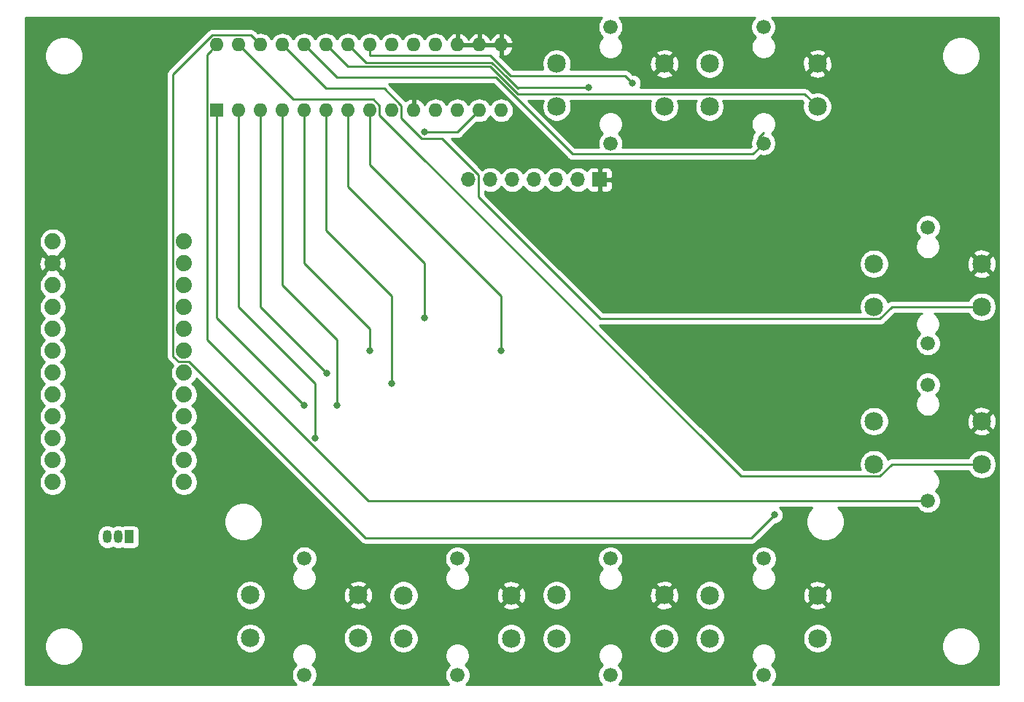
<source format=gbr>
G04 #@! TF.GenerationSoftware,KiCad,Pcbnew,(5.1.4-0)*
G04 #@! TF.CreationDate,2020-05-08T12:10:25+02:00*
G04 #@! TF.ProjectId,RPi_Teleco_PCB,5250695f-5465-46c6-9563-6f5f5043422e,rev?*
G04 #@! TF.SameCoordinates,Original*
G04 #@! TF.FileFunction,Copper,L2,Bot*
G04 #@! TF.FilePolarity,Positive*
%FSLAX46Y46*%
G04 Gerber Fmt 4.6, Leading zero omitted, Abs format (unit mm)*
G04 Created by KiCad (PCBNEW (5.1.4-0)) date 2020-05-08 12:10:25*
%MOMM*%
%LPD*%
G04 APERTURE LIST*
%ADD10C,2.159000*%
%ADD11C,1.676400*%
%ADD12C,1.879600*%
%ADD13R,1.700000X1.700000*%
%ADD14O,1.700000X1.700000*%
%ADD15O,1.050000X1.500000*%
%ADD16R,1.050000X1.500000*%
%ADD17R,1.600000X1.600000*%
%ADD18O,1.600000X1.600000*%
%ADD19C,0.800000*%
%ADD20C,0.250000*%
%ADD21C,0.254000*%
G04 APERTURE END LIST*
D10*
X182969500Y-51737620D03*
X195466300Y-51737620D03*
X182969500Y-56736340D03*
X195466300Y-56736340D03*
D11*
X189217900Y-47488200D03*
X189217900Y-60985760D03*
D10*
X182956200Y-113464340D03*
X195453000Y-113464340D03*
X182956200Y-118463060D03*
X195453000Y-118463060D03*
D11*
X189204600Y-109214920D03*
X189204600Y-122712480D03*
D12*
X139700000Y-72390000D03*
X139700000Y-74930000D03*
X139700000Y-77470000D03*
X139700000Y-80010000D03*
X139700000Y-82550000D03*
X139700000Y-85090000D03*
X139700000Y-87630000D03*
X139700000Y-90170000D03*
X139700000Y-92710000D03*
X139700000Y-95250000D03*
X139700000Y-97790000D03*
X139700000Y-100330000D03*
X124460000Y-100330000D03*
X124460000Y-97790000D03*
X124460000Y-95250000D03*
X124460000Y-92710000D03*
X124460000Y-90170000D03*
X124460000Y-87630000D03*
X124460000Y-85090000D03*
X124460000Y-82550000D03*
X124460000Y-80010000D03*
X124460000Y-77470000D03*
X124460000Y-74930000D03*
X124460000Y-72390000D03*
D13*
X187960000Y-65200000D03*
D14*
X185420000Y-65200000D03*
X182880000Y-65200000D03*
X180340000Y-65200000D03*
X177800000Y-65200000D03*
X175260000Y-65200000D03*
X172720000Y-65200000D03*
D15*
X132080000Y-106680000D03*
X130810000Y-106680000D03*
D16*
X133350000Y-106680000D03*
D10*
X147421600Y-113451640D03*
X159918400Y-113451640D03*
X147421600Y-118450360D03*
X159918400Y-118450360D03*
D11*
X153670000Y-109202220D03*
X153670000Y-122699780D03*
X171450000Y-122725180D03*
X171450000Y-109227620D03*
D10*
X177698400Y-118475760D03*
X165201600Y-118475760D03*
X177698400Y-113477040D03*
X165201600Y-113477040D03*
D11*
X207010000Y-122725180D03*
X207010000Y-109227620D03*
D10*
X213258400Y-118475760D03*
X200761600Y-118475760D03*
X213258400Y-113477040D03*
X200761600Y-113477040D03*
D11*
X206975000Y-60977780D03*
X206975000Y-47480220D03*
D10*
X213223400Y-56728360D03*
X200726600Y-56728360D03*
X213223400Y-51729640D03*
X200726600Y-51729640D03*
X219811600Y-74970640D03*
X232308400Y-74970640D03*
X219811600Y-79969360D03*
X232308400Y-79969360D03*
D11*
X226060000Y-70721220D03*
X226060000Y-84218780D03*
X226060000Y-102506780D03*
X226060000Y-89009220D03*
D10*
X232308400Y-98257360D03*
X219811600Y-98257360D03*
X232308400Y-93258640D03*
X219811600Y-93258640D03*
D17*
X143510000Y-57150000D03*
D18*
X176530000Y-49530000D03*
X146050000Y-57150000D03*
X173990000Y-49530000D03*
X148590000Y-57150000D03*
X171450000Y-49530000D03*
X151130000Y-57150000D03*
X168910000Y-49530000D03*
X153670000Y-57150000D03*
X166370000Y-49530000D03*
X156210000Y-57150000D03*
X163830000Y-49530000D03*
X158750000Y-57150000D03*
X161290000Y-49530000D03*
X161290000Y-57150000D03*
X158750000Y-49530000D03*
X163830000Y-57150000D03*
X156210000Y-49530000D03*
X166370000Y-57150000D03*
X153670000Y-49530000D03*
X168910000Y-57150000D03*
X151130000Y-49530000D03*
X171450000Y-57150000D03*
X148590000Y-49530000D03*
X173990000Y-57150000D03*
X146050000Y-49530000D03*
X176530000Y-57150000D03*
X143510000Y-49530000D03*
D19*
X167640000Y-59690000D03*
X153670000Y-91440000D03*
X154940000Y-95250000D03*
X157480000Y-91440000D03*
X156302653Y-87722653D03*
X161290000Y-85090000D03*
X163830000Y-88900000D03*
X176530000Y-85090000D03*
X167640000Y-81280000D03*
X191770000Y-53975000D03*
X186690000Y-54520000D03*
X208280000Y-104140000D03*
D20*
X171450000Y-59690000D02*
X173990000Y-57150000D01*
X167640000Y-59690000D02*
X171450000Y-59690000D01*
X143510000Y-81280000D02*
X143510000Y-57150000D01*
X153670000Y-91440000D02*
X143510000Y-81280000D01*
X154940000Y-95250000D02*
X154940000Y-88900000D01*
X146050000Y-80010000D02*
X146050000Y-57150000D01*
X154940000Y-88900000D02*
X146050000Y-80010000D01*
X157480000Y-91440000D02*
X157480000Y-83820000D01*
X157480000Y-83820000D02*
X151130000Y-77470000D01*
X151130000Y-77470000D02*
X151130000Y-57150000D01*
X148590000Y-80010000D02*
X148590000Y-57150000D01*
X156302653Y-87722653D02*
X148590000Y-80010000D01*
X161290000Y-85090000D02*
X161290000Y-82550000D01*
X161290000Y-82550000D02*
X153670000Y-74930000D01*
X153670000Y-74930000D02*
X153670000Y-57150000D01*
X156210000Y-71120000D02*
X156210000Y-57150000D01*
X163830000Y-78740000D02*
X156210000Y-71120000D01*
X163830000Y-88900000D02*
X163830000Y-78740000D01*
X176530000Y-85090000D02*
X176530000Y-78740000D01*
X161290000Y-63500000D02*
X161290000Y-57150000D01*
X176530000Y-78740000D02*
X161290000Y-63500000D01*
X167640000Y-81280000D02*
X167640000Y-74930000D01*
X158750000Y-66040000D02*
X158750000Y-57150000D01*
X167640000Y-74930000D02*
X158750000Y-66040000D01*
X161290000Y-50800000D02*
X161290000Y-49530000D01*
X175262820Y-50800000D02*
X161290000Y-50800000D01*
X176532820Y-52070000D02*
X175262820Y-50800000D01*
X190937121Y-53142121D02*
X191770000Y-53975000D01*
X177604941Y-53142121D02*
X190937121Y-53142121D01*
X176532820Y-52070000D02*
X177604941Y-53142121D01*
X175446400Y-51619990D02*
X160839990Y-51619990D01*
X160839990Y-51619990D02*
X158750000Y-49530000D01*
X177155269Y-53328859D02*
X175446400Y-51619990D01*
X177155269Y-53328859D02*
X178435705Y-54609295D01*
X178525000Y-54520000D02*
X186690000Y-54520000D01*
X178435705Y-54609295D02*
X178525000Y-54520000D01*
X206366390Y-60316390D02*
X206975000Y-59707780D01*
X175893590Y-53340000D02*
X157480000Y-53340000D01*
X184783590Y-62230000D02*
X175893590Y-53340000D01*
X157480000Y-53340000D02*
X153670000Y-49530000D01*
X205722780Y-62230000D02*
X184783590Y-62230000D01*
X206975000Y-60977780D02*
X205722780Y-62230000D01*
X212938360Y-56728360D02*
X213223400Y-56728360D01*
X211740040Y-55245000D02*
X213223400Y-56728360D01*
X178435000Y-55245000D02*
X211740040Y-55245000D01*
X175260000Y-52070000D02*
X178435000Y-55245000D01*
X158750000Y-52070000D02*
X175260000Y-52070000D01*
X156210000Y-49530000D02*
X158750000Y-52070000D01*
X164955001Y-56609999D02*
X162955002Y-54610000D01*
X164955001Y-58078003D02*
X164955001Y-56609999D01*
X167291999Y-60415001D02*
X164955001Y-58078003D01*
X173895001Y-67215001D02*
X173895001Y-64635999D01*
X220485761Y-81373861D02*
X188053861Y-81373861D01*
X188053861Y-81373861D02*
X173895001Y-67215001D01*
X169674003Y-60415001D02*
X167291999Y-60415001D01*
X173895001Y-64635999D02*
X169674003Y-60415001D01*
X221890262Y-79969360D02*
X220485761Y-81373861D01*
X232308400Y-79969360D02*
X221890262Y-79969360D01*
X156210000Y-54610000D02*
X151130000Y-49530000D01*
X162955002Y-54610000D02*
X156210000Y-54610000D01*
X147464999Y-48404999D02*
X147790001Y-48730001D01*
X142969999Y-48404999D02*
X147464999Y-48404999D01*
X138435199Y-52939799D02*
X142969999Y-48404999D01*
X147790001Y-48730001D02*
X148590000Y-49530000D01*
X140296707Y-86354801D02*
X139092895Y-86354801D01*
X160768907Y-106827001D02*
X140296707Y-86354801D01*
X138435199Y-85697105D02*
X138435199Y-52939799D01*
X139092895Y-86354801D02*
X138435199Y-85697105D01*
X205592999Y-106827001D02*
X208280000Y-104140000D01*
X160768907Y-106827001D02*
X205592999Y-106827001D01*
X142710001Y-50329999D02*
X143510000Y-49530000D01*
X142384999Y-50655001D02*
X142710001Y-50329999D01*
X142384999Y-83768001D02*
X142384999Y-50655001D01*
X161123778Y-102506780D02*
X142384999Y-83768001D01*
X226060000Y-102506780D02*
X161123778Y-102506780D01*
X204386861Y-99661861D02*
X162415001Y-57690001D01*
X232308400Y-98257360D02*
X221890262Y-98257360D01*
X220485761Y-99661861D02*
X204386861Y-99661861D01*
X162415001Y-56609999D02*
X161685002Y-55880000D01*
X221890262Y-98257360D02*
X220485761Y-99661861D01*
X162415001Y-57690001D02*
X162415001Y-56609999D01*
X152400000Y-55880000D02*
X146050000Y-49530000D01*
X161685002Y-55880000D02*
X152400000Y-55880000D01*
D21*
G36*
X188073591Y-46549090D02*
G01*
X187912367Y-46790378D01*
X187801314Y-47058483D01*
X187744700Y-47343102D01*
X187744700Y-47633298D01*
X187801314Y-47917917D01*
X187912367Y-48186022D01*
X188073591Y-48427310D01*
X188278790Y-48632509D01*
X188289279Y-48639518D01*
X188104171Y-48824626D01*
X187947256Y-49059467D01*
X187839171Y-49320407D01*
X187784070Y-49597420D01*
X187784070Y-49879860D01*
X187839171Y-50156873D01*
X187947256Y-50417813D01*
X188104171Y-50652654D01*
X188303886Y-50852369D01*
X188538727Y-51009284D01*
X188799667Y-51117369D01*
X189076680Y-51172470D01*
X189359120Y-51172470D01*
X189636133Y-51117369D01*
X189897073Y-51009284D01*
X190131914Y-50852369D01*
X190331629Y-50652654D01*
X190403211Y-50545522D01*
X194453807Y-50545522D01*
X195466300Y-51558015D01*
X196478793Y-50545522D01*
X196373434Y-50272992D01*
X196070269Y-50124161D01*
X195743893Y-50037335D01*
X195406850Y-50015850D01*
X195072092Y-50060532D01*
X194752483Y-50169663D01*
X194559166Y-50272992D01*
X194453807Y-50545522D01*
X190403211Y-50545522D01*
X190488544Y-50417813D01*
X190596629Y-50156873D01*
X190651730Y-49879860D01*
X190651730Y-49597420D01*
X190596629Y-49320407D01*
X190488544Y-49059467D01*
X190331629Y-48824626D01*
X190146521Y-48639518D01*
X190157010Y-48632509D01*
X190362209Y-48427310D01*
X190523433Y-48186022D01*
X190634486Y-47917917D01*
X190691100Y-47633298D01*
X190691100Y-47343102D01*
X190634486Y-47058483D01*
X190523433Y-46790378D01*
X190362209Y-46549090D01*
X190193119Y-46380000D01*
X205991801Y-46380000D01*
X205830691Y-46541110D01*
X205669467Y-46782398D01*
X205558414Y-47050503D01*
X205501800Y-47335122D01*
X205501800Y-47625318D01*
X205558414Y-47909937D01*
X205669467Y-48178042D01*
X205830691Y-48419330D01*
X206035890Y-48624529D01*
X206046379Y-48631538D01*
X205861271Y-48816646D01*
X205704356Y-49051487D01*
X205596271Y-49312427D01*
X205541170Y-49589440D01*
X205541170Y-49871880D01*
X205596271Y-50148893D01*
X205704356Y-50409833D01*
X205861271Y-50644674D01*
X206060986Y-50844389D01*
X206295827Y-51001304D01*
X206556767Y-51109389D01*
X206833780Y-51164490D01*
X207116220Y-51164490D01*
X207393233Y-51109389D01*
X207654173Y-51001304D01*
X207889014Y-50844389D01*
X208088729Y-50644674D01*
X208160311Y-50537542D01*
X212210907Y-50537542D01*
X213223400Y-51550035D01*
X214193563Y-50579872D01*
X227635000Y-50579872D01*
X227635000Y-51020128D01*
X227720890Y-51451925D01*
X227889369Y-51858669D01*
X228133962Y-52224729D01*
X228445271Y-52536038D01*
X228811331Y-52780631D01*
X229218075Y-52949110D01*
X229649872Y-53035000D01*
X230090128Y-53035000D01*
X230521925Y-52949110D01*
X230928669Y-52780631D01*
X231294729Y-52536038D01*
X231606038Y-52224729D01*
X231850631Y-51858669D01*
X232019110Y-51451925D01*
X232105000Y-51020128D01*
X232105000Y-50579872D01*
X232019110Y-50148075D01*
X231850631Y-49741331D01*
X231606038Y-49375271D01*
X231294729Y-49063962D01*
X230928669Y-48819369D01*
X230521925Y-48650890D01*
X230090128Y-48565000D01*
X229649872Y-48565000D01*
X229218075Y-48650890D01*
X228811331Y-48819369D01*
X228445271Y-49063962D01*
X228133962Y-49375271D01*
X227889369Y-49741331D01*
X227720890Y-50148075D01*
X227635000Y-50579872D01*
X214193563Y-50579872D01*
X214235893Y-50537542D01*
X214130534Y-50265012D01*
X213827369Y-50116181D01*
X213500993Y-50029355D01*
X213163950Y-50007870D01*
X212829192Y-50052552D01*
X212509583Y-50161683D01*
X212316266Y-50265012D01*
X212210907Y-50537542D01*
X208160311Y-50537542D01*
X208245644Y-50409833D01*
X208353729Y-50148893D01*
X208408830Y-49871880D01*
X208408830Y-49589440D01*
X208353729Y-49312427D01*
X208245644Y-49051487D01*
X208088729Y-48816646D01*
X207903621Y-48631538D01*
X207914110Y-48624529D01*
X208119309Y-48419330D01*
X208280533Y-48178042D01*
X208391586Y-47909937D01*
X208448200Y-47625318D01*
X208448200Y-47335122D01*
X208391586Y-47050503D01*
X208280533Y-46782398D01*
X208119309Y-46541110D01*
X207958199Y-46380000D01*
X234290000Y-46380000D01*
X234290001Y-123800000D01*
X208018599Y-123800000D01*
X208154309Y-123664290D01*
X208315533Y-123423002D01*
X208426586Y-123154897D01*
X208483200Y-122870278D01*
X208483200Y-122580082D01*
X208426586Y-122295463D01*
X208315533Y-122027358D01*
X208154309Y-121786070D01*
X207949110Y-121580871D01*
X207938621Y-121573862D01*
X208123729Y-121388754D01*
X208280644Y-121153913D01*
X208388729Y-120892973D01*
X208443830Y-120615960D01*
X208443830Y-120333520D01*
X208388729Y-120056507D01*
X208280644Y-119795567D01*
X208123729Y-119560726D01*
X207924014Y-119361011D01*
X207689173Y-119204096D01*
X207428233Y-119096011D01*
X207151220Y-119040910D01*
X206868780Y-119040910D01*
X206591767Y-119096011D01*
X206330827Y-119204096D01*
X206095986Y-119361011D01*
X205896271Y-119560726D01*
X205739356Y-119795567D01*
X205631271Y-120056507D01*
X205576170Y-120333520D01*
X205576170Y-120615960D01*
X205631271Y-120892973D01*
X205739356Y-121153913D01*
X205896271Y-121388754D01*
X206081379Y-121573862D01*
X206070890Y-121580871D01*
X205865691Y-121786070D01*
X205704467Y-122027358D01*
X205593414Y-122295463D01*
X205536800Y-122580082D01*
X205536800Y-122870278D01*
X205593414Y-123154897D01*
X205704467Y-123423002D01*
X205865691Y-123664290D01*
X206001401Y-123800000D01*
X190200499Y-123800000D01*
X190348909Y-123651590D01*
X190510133Y-123410302D01*
X190621186Y-123142197D01*
X190677800Y-122857578D01*
X190677800Y-122567382D01*
X190621186Y-122282763D01*
X190510133Y-122014658D01*
X190348909Y-121773370D01*
X190143710Y-121568171D01*
X190133221Y-121561162D01*
X190318329Y-121376054D01*
X190475244Y-121141213D01*
X190583329Y-120880273D01*
X190638430Y-120603260D01*
X190638430Y-120320820D01*
X190583329Y-120043807D01*
X190475244Y-119782867D01*
X190318329Y-119548026D01*
X190118614Y-119348311D01*
X189883773Y-119191396D01*
X189622833Y-119083311D01*
X189345820Y-119028210D01*
X189063380Y-119028210D01*
X188786367Y-119083311D01*
X188525427Y-119191396D01*
X188290586Y-119348311D01*
X188090871Y-119548026D01*
X187933956Y-119782867D01*
X187825871Y-120043807D01*
X187770770Y-120320820D01*
X187770770Y-120603260D01*
X187825871Y-120880273D01*
X187933956Y-121141213D01*
X188090871Y-121376054D01*
X188275979Y-121561162D01*
X188265490Y-121568171D01*
X188060291Y-121773370D01*
X187899067Y-122014658D01*
X187788014Y-122282763D01*
X187731400Y-122567382D01*
X187731400Y-122857578D01*
X187788014Y-123142197D01*
X187899067Y-123410302D01*
X188060291Y-123651590D01*
X188208701Y-123800000D01*
X172458599Y-123800000D01*
X172594309Y-123664290D01*
X172755533Y-123423002D01*
X172866586Y-123154897D01*
X172923200Y-122870278D01*
X172923200Y-122580082D01*
X172866586Y-122295463D01*
X172755533Y-122027358D01*
X172594309Y-121786070D01*
X172389110Y-121580871D01*
X172378621Y-121573862D01*
X172563729Y-121388754D01*
X172720644Y-121153913D01*
X172828729Y-120892973D01*
X172883830Y-120615960D01*
X172883830Y-120333520D01*
X172828729Y-120056507D01*
X172720644Y-119795567D01*
X172563729Y-119560726D01*
X172364014Y-119361011D01*
X172129173Y-119204096D01*
X171868233Y-119096011D01*
X171591220Y-119040910D01*
X171308780Y-119040910D01*
X171031767Y-119096011D01*
X170770827Y-119204096D01*
X170535986Y-119361011D01*
X170336271Y-119560726D01*
X170179356Y-119795567D01*
X170071271Y-120056507D01*
X170016170Y-120333520D01*
X170016170Y-120615960D01*
X170071271Y-120892973D01*
X170179356Y-121153913D01*
X170336271Y-121388754D01*
X170521379Y-121573862D01*
X170510890Y-121580871D01*
X170305691Y-121786070D01*
X170144467Y-122027358D01*
X170033414Y-122295463D01*
X169976800Y-122580082D01*
X169976800Y-122870278D01*
X170033414Y-123154897D01*
X170144467Y-123423002D01*
X170305691Y-123664290D01*
X170441401Y-123800000D01*
X154653199Y-123800000D01*
X154814309Y-123638890D01*
X154975533Y-123397602D01*
X155086586Y-123129497D01*
X155143200Y-122844878D01*
X155143200Y-122554682D01*
X155086586Y-122270063D01*
X154975533Y-122001958D01*
X154814309Y-121760670D01*
X154609110Y-121555471D01*
X154598621Y-121548462D01*
X154783729Y-121363354D01*
X154940644Y-121128513D01*
X155048729Y-120867573D01*
X155103830Y-120590560D01*
X155103830Y-120308120D01*
X155048729Y-120031107D01*
X154940644Y-119770167D01*
X154783729Y-119535326D01*
X154584014Y-119335611D01*
X154349173Y-119178696D01*
X154088233Y-119070611D01*
X153811220Y-119015510D01*
X153528780Y-119015510D01*
X153251767Y-119070611D01*
X152990827Y-119178696D01*
X152755986Y-119335611D01*
X152556271Y-119535326D01*
X152399356Y-119770167D01*
X152291271Y-120031107D01*
X152236170Y-120308120D01*
X152236170Y-120590560D01*
X152291271Y-120867573D01*
X152399356Y-121128513D01*
X152556271Y-121363354D01*
X152741379Y-121548462D01*
X152730890Y-121555471D01*
X152525691Y-121760670D01*
X152364467Y-122001958D01*
X152253414Y-122270063D01*
X152196800Y-122554682D01*
X152196800Y-122844878D01*
X152253414Y-123129497D01*
X152364467Y-123397602D01*
X152525691Y-123638890D01*
X152686801Y-123800000D01*
X121310000Y-123800000D01*
X121310000Y-119159872D01*
X123495000Y-119159872D01*
X123495000Y-119600128D01*
X123580890Y-120031925D01*
X123749369Y-120438669D01*
X123993962Y-120804729D01*
X124305271Y-121116038D01*
X124671331Y-121360631D01*
X125078075Y-121529110D01*
X125509872Y-121615000D01*
X125950128Y-121615000D01*
X126381925Y-121529110D01*
X126788669Y-121360631D01*
X127154729Y-121116038D01*
X127466038Y-120804729D01*
X127710631Y-120438669D01*
X127879110Y-120031925D01*
X127965000Y-119600128D01*
X127965000Y-119159872D01*
X127879110Y-118728075D01*
X127710631Y-118321331D01*
X127684015Y-118281496D01*
X145707100Y-118281496D01*
X145707100Y-118619224D01*
X145772987Y-118950461D01*
X145902230Y-119262480D01*
X146089861Y-119543290D01*
X146328670Y-119782099D01*
X146609480Y-119969730D01*
X146921499Y-120098973D01*
X147252736Y-120164860D01*
X147590464Y-120164860D01*
X147921701Y-120098973D01*
X148233720Y-119969730D01*
X148514530Y-119782099D01*
X148753339Y-119543290D01*
X148940970Y-119262480D01*
X149070213Y-118950461D01*
X149136100Y-118619224D01*
X149136100Y-118281496D01*
X158203900Y-118281496D01*
X158203900Y-118619224D01*
X158269787Y-118950461D01*
X158399030Y-119262480D01*
X158586661Y-119543290D01*
X158825470Y-119782099D01*
X159106280Y-119969730D01*
X159418299Y-120098973D01*
X159749536Y-120164860D01*
X160087264Y-120164860D01*
X160418501Y-120098973D01*
X160730520Y-119969730D01*
X161011330Y-119782099D01*
X161250139Y-119543290D01*
X161437770Y-119262480D01*
X161567013Y-118950461D01*
X161632900Y-118619224D01*
X161632900Y-118306896D01*
X163487100Y-118306896D01*
X163487100Y-118644624D01*
X163552987Y-118975861D01*
X163682230Y-119287880D01*
X163869861Y-119568690D01*
X164108670Y-119807499D01*
X164389480Y-119995130D01*
X164701499Y-120124373D01*
X165032736Y-120190260D01*
X165370464Y-120190260D01*
X165701701Y-120124373D01*
X166013720Y-119995130D01*
X166294530Y-119807499D01*
X166533339Y-119568690D01*
X166720970Y-119287880D01*
X166850213Y-118975861D01*
X166916100Y-118644624D01*
X166916100Y-118306896D01*
X175983900Y-118306896D01*
X175983900Y-118644624D01*
X176049787Y-118975861D01*
X176179030Y-119287880D01*
X176366661Y-119568690D01*
X176605470Y-119807499D01*
X176886280Y-119995130D01*
X177198299Y-120124373D01*
X177529536Y-120190260D01*
X177867264Y-120190260D01*
X178198501Y-120124373D01*
X178510520Y-119995130D01*
X178791330Y-119807499D01*
X179030139Y-119568690D01*
X179217770Y-119287880D01*
X179347013Y-118975861D01*
X179412900Y-118644624D01*
X179412900Y-118306896D01*
X179410374Y-118294196D01*
X181241700Y-118294196D01*
X181241700Y-118631924D01*
X181307587Y-118963161D01*
X181436830Y-119275180D01*
X181624461Y-119555990D01*
X181863270Y-119794799D01*
X182144080Y-119982430D01*
X182456099Y-120111673D01*
X182787336Y-120177560D01*
X183125064Y-120177560D01*
X183456301Y-120111673D01*
X183768320Y-119982430D01*
X184049130Y-119794799D01*
X184287939Y-119555990D01*
X184475570Y-119275180D01*
X184604813Y-118963161D01*
X184670700Y-118631924D01*
X184670700Y-118294196D01*
X193738500Y-118294196D01*
X193738500Y-118631924D01*
X193804387Y-118963161D01*
X193933630Y-119275180D01*
X194121261Y-119555990D01*
X194360070Y-119794799D01*
X194640880Y-119982430D01*
X194952899Y-120111673D01*
X195284136Y-120177560D01*
X195621864Y-120177560D01*
X195953101Y-120111673D01*
X196265120Y-119982430D01*
X196545930Y-119794799D01*
X196784739Y-119555990D01*
X196972370Y-119275180D01*
X197101613Y-118963161D01*
X197167500Y-118631924D01*
X197167500Y-118306896D01*
X199047100Y-118306896D01*
X199047100Y-118644624D01*
X199112987Y-118975861D01*
X199242230Y-119287880D01*
X199429861Y-119568690D01*
X199668670Y-119807499D01*
X199949480Y-119995130D01*
X200261499Y-120124373D01*
X200592736Y-120190260D01*
X200930464Y-120190260D01*
X201261701Y-120124373D01*
X201573720Y-119995130D01*
X201854530Y-119807499D01*
X202093339Y-119568690D01*
X202280970Y-119287880D01*
X202410213Y-118975861D01*
X202476100Y-118644624D01*
X202476100Y-118306896D01*
X211543900Y-118306896D01*
X211543900Y-118644624D01*
X211609787Y-118975861D01*
X211739030Y-119287880D01*
X211926661Y-119568690D01*
X212165470Y-119807499D01*
X212446280Y-119995130D01*
X212758299Y-120124373D01*
X213089536Y-120190260D01*
X213427264Y-120190260D01*
X213758501Y-120124373D01*
X214070520Y-119995130D01*
X214351330Y-119807499D01*
X214590139Y-119568690D01*
X214777770Y-119287880D01*
X214830792Y-119159872D01*
X227635000Y-119159872D01*
X227635000Y-119600128D01*
X227720890Y-120031925D01*
X227889369Y-120438669D01*
X228133962Y-120804729D01*
X228445271Y-121116038D01*
X228811331Y-121360631D01*
X229218075Y-121529110D01*
X229649872Y-121615000D01*
X230090128Y-121615000D01*
X230521925Y-121529110D01*
X230928669Y-121360631D01*
X231294729Y-121116038D01*
X231606038Y-120804729D01*
X231850631Y-120438669D01*
X232019110Y-120031925D01*
X232105000Y-119600128D01*
X232105000Y-119159872D01*
X232019110Y-118728075D01*
X231850631Y-118321331D01*
X231606038Y-117955271D01*
X231294729Y-117643962D01*
X230928669Y-117399369D01*
X230521925Y-117230890D01*
X230090128Y-117145000D01*
X229649872Y-117145000D01*
X229218075Y-117230890D01*
X228811331Y-117399369D01*
X228445271Y-117643962D01*
X228133962Y-117955271D01*
X227889369Y-118321331D01*
X227720890Y-118728075D01*
X227635000Y-119159872D01*
X214830792Y-119159872D01*
X214907013Y-118975861D01*
X214972900Y-118644624D01*
X214972900Y-118306896D01*
X214907013Y-117975659D01*
X214777770Y-117663640D01*
X214590139Y-117382830D01*
X214351330Y-117144021D01*
X214070520Y-116956390D01*
X213758501Y-116827147D01*
X213427264Y-116761260D01*
X213089536Y-116761260D01*
X212758299Y-116827147D01*
X212446280Y-116956390D01*
X212165470Y-117144021D01*
X211926661Y-117382830D01*
X211739030Y-117663640D01*
X211609787Y-117975659D01*
X211543900Y-118306896D01*
X202476100Y-118306896D01*
X202410213Y-117975659D01*
X202280970Y-117663640D01*
X202093339Y-117382830D01*
X201854530Y-117144021D01*
X201573720Y-116956390D01*
X201261701Y-116827147D01*
X200930464Y-116761260D01*
X200592736Y-116761260D01*
X200261499Y-116827147D01*
X199949480Y-116956390D01*
X199668670Y-117144021D01*
X199429861Y-117382830D01*
X199242230Y-117663640D01*
X199112987Y-117975659D01*
X199047100Y-118306896D01*
X197167500Y-118306896D01*
X197167500Y-118294196D01*
X197101613Y-117962959D01*
X196972370Y-117650940D01*
X196784739Y-117370130D01*
X196545930Y-117131321D01*
X196265120Y-116943690D01*
X195953101Y-116814447D01*
X195621864Y-116748560D01*
X195284136Y-116748560D01*
X194952899Y-116814447D01*
X194640880Y-116943690D01*
X194360070Y-117131321D01*
X194121261Y-117370130D01*
X193933630Y-117650940D01*
X193804387Y-117962959D01*
X193738500Y-118294196D01*
X184670700Y-118294196D01*
X184604813Y-117962959D01*
X184475570Y-117650940D01*
X184287939Y-117370130D01*
X184049130Y-117131321D01*
X183768320Y-116943690D01*
X183456301Y-116814447D01*
X183125064Y-116748560D01*
X182787336Y-116748560D01*
X182456099Y-116814447D01*
X182144080Y-116943690D01*
X181863270Y-117131321D01*
X181624461Y-117370130D01*
X181436830Y-117650940D01*
X181307587Y-117962959D01*
X181241700Y-118294196D01*
X179410374Y-118294196D01*
X179347013Y-117975659D01*
X179217770Y-117663640D01*
X179030139Y-117382830D01*
X178791330Y-117144021D01*
X178510520Y-116956390D01*
X178198501Y-116827147D01*
X177867264Y-116761260D01*
X177529536Y-116761260D01*
X177198299Y-116827147D01*
X176886280Y-116956390D01*
X176605470Y-117144021D01*
X176366661Y-117382830D01*
X176179030Y-117663640D01*
X176049787Y-117975659D01*
X175983900Y-118306896D01*
X166916100Y-118306896D01*
X166850213Y-117975659D01*
X166720970Y-117663640D01*
X166533339Y-117382830D01*
X166294530Y-117144021D01*
X166013720Y-116956390D01*
X165701701Y-116827147D01*
X165370464Y-116761260D01*
X165032736Y-116761260D01*
X164701499Y-116827147D01*
X164389480Y-116956390D01*
X164108670Y-117144021D01*
X163869861Y-117382830D01*
X163682230Y-117663640D01*
X163552987Y-117975659D01*
X163487100Y-118306896D01*
X161632900Y-118306896D01*
X161632900Y-118281496D01*
X161567013Y-117950259D01*
X161437770Y-117638240D01*
X161250139Y-117357430D01*
X161011330Y-117118621D01*
X160730520Y-116930990D01*
X160418501Y-116801747D01*
X160087264Y-116735860D01*
X159749536Y-116735860D01*
X159418299Y-116801747D01*
X159106280Y-116930990D01*
X158825470Y-117118621D01*
X158586661Y-117357430D01*
X158399030Y-117638240D01*
X158269787Y-117950259D01*
X158203900Y-118281496D01*
X149136100Y-118281496D01*
X149070213Y-117950259D01*
X148940970Y-117638240D01*
X148753339Y-117357430D01*
X148514530Y-117118621D01*
X148233720Y-116930990D01*
X147921701Y-116801747D01*
X147590464Y-116735860D01*
X147252736Y-116735860D01*
X146921499Y-116801747D01*
X146609480Y-116930990D01*
X146328670Y-117118621D01*
X146089861Y-117357430D01*
X145902230Y-117638240D01*
X145772987Y-117950259D01*
X145707100Y-118281496D01*
X127684015Y-118281496D01*
X127466038Y-117955271D01*
X127154729Y-117643962D01*
X126788669Y-117399369D01*
X126381925Y-117230890D01*
X125950128Y-117145000D01*
X125509872Y-117145000D01*
X125078075Y-117230890D01*
X124671331Y-117399369D01*
X124305271Y-117643962D01*
X123993962Y-117955271D01*
X123749369Y-118321331D01*
X123580890Y-118728075D01*
X123495000Y-119159872D01*
X121310000Y-119159872D01*
X121310000Y-113282776D01*
X145707100Y-113282776D01*
X145707100Y-113620504D01*
X145772987Y-113951741D01*
X145902230Y-114263760D01*
X146089861Y-114544570D01*
X146328670Y-114783379D01*
X146609480Y-114971010D01*
X146921499Y-115100253D01*
X147252736Y-115166140D01*
X147590464Y-115166140D01*
X147921701Y-115100253D01*
X148233720Y-114971010D01*
X148514530Y-114783379D01*
X148654171Y-114643738D01*
X158905907Y-114643738D01*
X159011266Y-114916268D01*
X159314431Y-115065099D01*
X159640807Y-115151925D01*
X159977850Y-115173410D01*
X160312608Y-115128728D01*
X160632217Y-115019597D01*
X160825534Y-114916268D01*
X160930893Y-114643738D01*
X159918400Y-113631245D01*
X158905907Y-114643738D01*
X148654171Y-114643738D01*
X148753339Y-114544570D01*
X148940970Y-114263760D01*
X149070213Y-113951741D01*
X149136100Y-113620504D01*
X149136100Y-113511090D01*
X158196630Y-113511090D01*
X158241312Y-113845848D01*
X158350443Y-114165457D01*
X158453772Y-114358774D01*
X158726302Y-114464133D01*
X159738795Y-113451640D01*
X160098005Y-113451640D01*
X161110498Y-114464133D01*
X161383028Y-114358774D01*
X161531859Y-114055609D01*
X161618685Y-113729233D01*
X161640170Y-113392190D01*
X161628957Y-113308176D01*
X163487100Y-113308176D01*
X163487100Y-113645904D01*
X163552987Y-113977141D01*
X163682230Y-114289160D01*
X163869861Y-114569970D01*
X164108670Y-114808779D01*
X164389480Y-114996410D01*
X164701499Y-115125653D01*
X165032736Y-115191540D01*
X165370464Y-115191540D01*
X165701701Y-115125653D01*
X166013720Y-114996410D01*
X166294530Y-114808779D01*
X166434171Y-114669138D01*
X176685907Y-114669138D01*
X176791266Y-114941668D01*
X177094431Y-115090499D01*
X177420807Y-115177325D01*
X177757850Y-115198810D01*
X178092608Y-115154128D01*
X178412217Y-115044997D01*
X178605534Y-114941668D01*
X178710893Y-114669138D01*
X177698400Y-113656645D01*
X176685907Y-114669138D01*
X166434171Y-114669138D01*
X166533339Y-114569970D01*
X166720970Y-114289160D01*
X166850213Y-113977141D01*
X166916100Y-113645904D01*
X166916100Y-113536490D01*
X175976630Y-113536490D01*
X176021312Y-113871248D01*
X176130443Y-114190857D01*
X176233772Y-114384174D01*
X176506302Y-114489533D01*
X177518795Y-113477040D01*
X177878005Y-113477040D01*
X178890498Y-114489533D01*
X179163028Y-114384174D01*
X179311859Y-114081009D01*
X179398685Y-113754633D01*
X179420170Y-113417590D01*
X179403871Y-113295476D01*
X181241700Y-113295476D01*
X181241700Y-113633204D01*
X181307587Y-113964441D01*
X181436830Y-114276460D01*
X181624461Y-114557270D01*
X181863270Y-114796079D01*
X182144080Y-114983710D01*
X182456099Y-115112953D01*
X182787336Y-115178840D01*
X183125064Y-115178840D01*
X183456301Y-115112953D01*
X183768320Y-114983710D01*
X184049130Y-114796079D01*
X184188771Y-114656438D01*
X194440507Y-114656438D01*
X194545866Y-114928968D01*
X194849031Y-115077799D01*
X195175407Y-115164625D01*
X195512450Y-115186110D01*
X195847208Y-115141428D01*
X196166817Y-115032297D01*
X196360134Y-114928968D01*
X196465493Y-114656438D01*
X195453000Y-113643945D01*
X194440507Y-114656438D01*
X184188771Y-114656438D01*
X184287939Y-114557270D01*
X184475570Y-114276460D01*
X184604813Y-113964441D01*
X184670700Y-113633204D01*
X184670700Y-113523790D01*
X193731230Y-113523790D01*
X193775912Y-113858548D01*
X193885043Y-114178157D01*
X193988372Y-114371474D01*
X194260902Y-114476833D01*
X195273395Y-113464340D01*
X195632605Y-113464340D01*
X196645098Y-114476833D01*
X196917628Y-114371474D01*
X197066459Y-114068309D01*
X197153285Y-113741933D01*
X197174770Y-113404890D01*
X197161862Y-113308176D01*
X199047100Y-113308176D01*
X199047100Y-113645904D01*
X199112987Y-113977141D01*
X199242230Y-114289160D01*
X199429861Y-114569970D01*
X199668670Y-114808779D01*
X199949480Y-114996410D01*
X200261499Y-115125653D01*
X200592736Y-115191540D01*
X200930464Y-115191540D01*
X201261701Y-115125653D01*
X201573720Y-114996410D01*
X201854530Y-114808779D01*
X201994171Y-114669138D01*
X212245907Y-114669138D01*
X212351266Y-114941668D01*
X212654431Y-115090499D01*
X212980807Y-115177325D01*
X213317850Y-115198810D01*
X213652608Y-115154128D01*
X213972217Y-115044997D01*
X214165534Y-114941668D01*
X214270893Y-114669138D01*
X213258400Y-113656645D01*
X212245907Y-114669138D01*
X201994171Y-114669138D01*
X202093339Y-114569970D01*
X202280970Y-114289160D01*
X202410213Y-113977141D01*
X202476100Y-113645904D01*
X202476100Y-113536490D01*
X211536630Y-113536490D01*
X211581312Y-113871248D01*
X211690443Y-114190857D01*
X211793772Y-114384174D01*
X212066302Y-114489533D01*
X213078795Y-113477040D01*
X213438005Y-113477040D01*
X214450498Y-114489533D01*
X214723028Y-114384174D01*
X214871859Y-114081009D01*
X214958685Y-113754633D01*
X214980170Y-113417590D01*
X214935488Y-113082832D01*
X214826357Y-112763223D01*
X214723028Y-112569906D01*
X214450498Y-112464547D01*
X213438005Y-113477040D01*
X213078795Y-113477040D01*
X212066302Y-112464547D01*
X211793772Y-112569906D01*
X211644941Y-112873071D01*
X211558115Y-113199447D01*
X211536630Y-113536490D01*
X202476100Y-113536490D01*
X202476100Y-113308176D01*
X202410213Y-112976939D01*
X202280970Y-112664920D01*
X202093339Y-112384110D01*
X201854530Y-112145301D01*
X201573720Y-111957670D01*
X201261701Y-111828427D01*
X200930464Y-111762540D01*
X200592736Y-111762540D01*
X200261499Y-111828427D01*
X199949480Y-111957670D01*
X199668670Y-112145301D01*
X199429861Y-112384110D01*
X199242230Y-112664920D01*
X199112987Y-112976939D01*
X199047100Y-113308176D01*
X197161862Y-113308176D01*
X197130088Y-113070132D01*
X197020957Y-112750523D01*
X196917628Y-112557206D01*
X196645098Y-112451847D01*
X195632605Y-113464340D01*
X195273395Y-113464340D01*
X194260902Y-112451847D01*
X193988372Y-112557206D01*
X193839541Y-112860371D01*
X193752715Y-113186747D01*
X193731230Y-113523790D01*
X184670700Y-113523790D01*
X184670700Y-113295476D01*
X184604813Y-112964239D01*
X184475570Y-112652220D01*
X184287939Y-112371410D01*
X184049130Y-112132601D01*
X183768320Y-111944970D01*
X183456301Y-111815727D01*
X183125064Y-111749840D01*
X182787336Y-111749840D01*
X182456099Y-111815727D01*
X182144080Y-111944970D01*
X181863270Y-112132601D01*
X181624461Y-112371410D01*
X181436830Y-112652220D01*
X181307587Y-112964239D01*
X181241700Y-113295476D01*
X179403871Y-113295476D01*
X179375488Y-113082832D01*
X179266357Y-112763223D01*
X179163028Y-112569906D01*
X178890498Y-112464547D01*
X177878005Y-113477040D01*
X177518795Y-113477040D01*
X176506302Y-112464547D01*
X176233772Y-112569906D01*
X176084941Y-112873071D01*
X175998115Y-113199447D01*
X175976630Y-113536490D01*
X166916100Y-113536490D01*
X166916100Y-113308176D01*
X166850213Y-112976939D01*
X166720970Y-112664920D01*
X166533339Y-112384110D01*
X166294530Y-112145301D01*
X166013720Y-111957670D01*
X165701701Y-111828427D01*
X165370464Y-111762540D01*
X165032736Y-111762540D01*
X164701499Y-111828427D01*
X164389480Y-111957670D01*
X164108670Y-112145301D01*
X163869861Y-112384110D01*
X163682230Y-112664920D01*
X163552987Y-112976939D01*
X163487100Y-113308176D01*
X161628957Y-113308176D01*
X161595488Y-113057432D01*
X161486357Y-112737823D01*
X161383028Y-112544506D01*
X161110498Y-112439147D01*
X160098005Y-113451640D01*
X159738795Y-113451640D01*
X158726302Y-112439147D01*
X158453772Y-112544506D01*
X158304941Y-112847671D01*
X158218115Y-113174047D01*
X158196630Y-113511090D01*
X149136100Y-113511090D01*
X149136100Y-113282776D01*
X149070213Y-112951539D01*
X148940970Y-112639520D01*
X148753339Y-112358710D01*
X148514530Y-112119901D01*
X148233720Y-111932270D01*
X147921701Y-111803027D01*
X147590464Y-111737140D01*
X147252736Y-111737140D01*
X146921499Y-111803027D01*
X146609480Y-111932270D01*
X146328670Y-112119901D01*
X146089861Y-112358710D01*
X145902230Y-112639520D01*
X145772987Y-112951539D01*
X145707100Y-113282776D01*
X121310000Y-113282776D01*
X121310000Y-109057122D01*
X152196800Y-109057122D01*
X152196800Y-109347318D01*
X152253414Y-109631937D01*
X152364467Y-109900042D01*
X152525691Y-110141330D01*
X152730890Y-110346529D01*
X152741379Y-110353538D01*
X152556271Y-110538646D01*
X152399356Y-110773487D01*
X152291271Y-111034427D01*
X152236170Y-111311440D01*
X152236170Y-111593880D01*
X152291271Y-111870893D01*
X152399356Y-112131833D01*
X152556271Y-112366674D01*
X152755986Y-112566389D01*
X152990827Y-112723304D01*
X153251767Y-112831389D01*
X153528780Y-112886490D01*
X153811220Y-112886490D01*
X154088233Y-112831389D01*
X154349173Y-112723304D01*
X154584014Y-112566389D01*
X154783729Y-112366674D01*
X154855311Y-112259542D01*
X158905907Y-112259542D01*
X159918400Y-113272035D01*
X160930893Y-112259542D01*
X160825534Y-111987012D01*
X160522369Y-111838181D01*
X160195993Y-111751355D01*
X159858950Y-111729870D01*
X159524192Y-111774552D01*
X159204583Y-111883683D01*
X159011266Y-111987012D01*
X158905907Y-112259542D01*
X154855311Y-112259542D01*
X154940644Y-112131833D01*
X155048729Y-111870893D01*
X155103830Y-111593880D01*
X155103830Y-111311440D01*
X155048729Y-111034427D01*
X154940644Y-110773487D01*
X154783729Y-110538646D01*
X154598621Y-110353538D01*
X154609110Y-110346529D01*
X154814309Y-110141330D01*
X154975533Y-109900042D01*
X155086586Y-109631937D01*
X155143200Y-109347318D01*
X155143200Y-109082522D01*
X169976800Y-109082522D01*
X169976800Y-109372718D01*
X170033414Y-109657337D01*
X170144467Y-109925442D01*
X170305691Y-110166730D01*
X170510890Y-110371929D01*
X170521379Y-110378938D01*
X170336271Y-110564046D01*
X170179356Y-110798887D01*
X170071271Y-111059827D01*
X170016170Y-111336840D01*
X170016170Y-111619280D01*
X170071271Y-111896293D01*
X170179356Y-112157233D01*
X170336271Y-112392074D01*
X170535986Y-112591789D01*
X170770827Y-112748704D01*
X171031767Y-112856789D01*
X171308780Y-112911890D01*
X171591220Y-112911890D01*
X171868233Y-112856789D01*
X172129173Y-112748704D01*
X172364014Y-112591789D01*
X172563729Y-112392074D01*
X172635311Y-112284942D01*
X176685907Y-112284942D01*
X177698400Y-113297435D01*
X178710893Y-112284942D01*
X178605534Y-112012412D01*
X178302369Y-111863581D01*
X177975993Y-111776755D01*
X177638950Y-111755270D01*
X177304192Y-111799952D01*
X176984583Y-111909083D01*
X176791266Y-112012412D01*
X176685907Y-112284942D01*
X172635311Y-112284942D01*
X172720644Y-112157233D01*
X172828729Y-111896293D01*
X172883830Y-111619280D01*
X172883830Y-111336840D01*
X172828729Y-111059827D01*
X172720644Y-110798887D01*
X172563729Y-110564046D01*
X172378621Y-110378938D01*
X172389110Y-110371929D01*
X172594309Y-110166730D01*
X172755533Y-109925442D01*
X172866586Y-109657337D01*
X172923200Y-109372718D01*
X172923200Y-109082522D01*
X172920674Y-109069822D01*
X187731400Y-109069822D01*
X187731400Y-109360018D01*
X187788014Y-109644637D01*
X187899067Y-109912742D01*
X188060291Y-110154030D01*
X188265490Y-110359229D01*
X188275979Y-110366238D01*
X188090871Y-110551346D01*
X187933956Y-110786187D01*
X187825871Y-111047127D01*
X187770770Y-111324140D01*
X187770770Y-111606580D01*
X187825871Y-111883593D01*
X187933956Y-112144533D01*
X188090871Y-112379374D01*
X188290586Y-112579089D01*
X188525427Y-112736004D01*
X188786367Y-112844089D01*
X189063380Y-112899190D01*
X189345820Y-112899190D01*
X189622833Y-112844089D01*
X189883773Y-112736004D01*
X190118614Y-112579089D01*
X190318329Y-112379374D01*
X190389911Y-112272242D01*
X194440507Y-112272242D01*
X195453000Y-113284735D01*
X196465493Y-112272242D01*
X196360134Y-111999712D01*
X196056969Y-111850881D01*
X195730593Y-111764055D01*
X195393550Y-111742570D01*
X195058792Y-111787252D01*
X194739183Y-111896383D01*
X194545866Y-111999712D01*
X194440507Y-112272242D01*
X190389911Y-112272242D01*
X190475244Y-112144533D01*
X190583329Y-111883593D01*
X190638430Y-111606580D01*
X190638430Y-111324140D01*
X190583329Y-111047127D01*
X190475244Y-110786187D01*
X190318329Y-110551346D01*
X190133221Y-110366238D01*
X190143710Y-110359229D01*
X190348909Y-110154030D01*
X190510133Y-109912742D01*
X190621186Y-109644637D01*
X190677800Y-109360018D01*
X190677800Y-109082522D01*
X205536800Y-109082522D01*
X205536800Y-109372718D01*
X205593414Y-109657337D01*
X205704467Y-109925442D01*
X205865691Y-110166730D01*
X206070890Y-110371929D01*
X206081379Y-110378938D01*
X205896271Y-110564046D01*
X205739356Y-110798887D01*
X205631271Y-111059827D01*
X205576170Y-111336840D01*
X205576170Y-111619280D01*
X205631271Y-111896293D01*
X205739356Y-112157233D01*
X205896271Y-112392074D01*
X206095986Y-112591789D01*
X206330827Y-112748704D01*
X206591767Y-112856789D01*
X206868780Y-112911890D01*
X207151220Y-112911890D01*
X207428233Y-112856789D01*
X207689173Y-112748704D01*
X207924014Y-112591789D01*
X208123729Y-112392074D01*
X208195311Y-112284942D01*
X212245907Y-112284942D01*
X213258400Y-113297435D01*
X214270893Y-112284942D01*
X214165534Y-112012412D01*
X213862369Y-111863581D01*
X213535993Y-111776755D01*
X213198950Y-111755270D01*
X212864192Y-111799952D01*
X212544583Y-111909083D01*
X212351266Y-112012412D01*
X212245907Y-112284942D01*
X208195311Y-112284942D01*
X208280644Y-112157233D01*
X208388729Y-111896293D01*
X208443830Y-111619280D01*
X208443830Y-111336840D01*
X208388729Y-111059827D01*
X208280644Y-110798887D01*
X208123729Y-110564046D01*
X207938621Y-110378938D01*
X207949110Y-110371929D01*
X208154309Y-110166730D01*
X208315533Y-109925442D01*
X208426586Y-109657337D01*
X208483200Y-109372718D01*
X208483200Y-109082522D01*
X208426586Y-108797903D01*
X208315533Y-108529798D01*
X208154309Y-108288510D01*
X207949110Y-108083311D01*
X207707822Y-107922087D01*
X207439717Y-107811034D01*
X207155098Y-107754420D01*
X206864902Y-107754420D01*
X206580283Y-107811034D01*
X206312178Y-107922087D01*
X206070890Y-108083311D01*
X205865691Y-108288510D01*
X205704467Y-108529798D01*
X205593414Y-108797903D01*
X205536800Y-109082522D01*
X190677800Y-109082522D01*
X190677800Y-109069822D01*
X190621186Y-108785203D01*
X190510133Y-108517098D01*
X190348909Y-108275810D01*
X190143710Y-108070611D01*
X189902422Y-107909387D01*
X189634317Y-107798334D01*
X189349698Y-107741720D01*
X189059502Y-107741720D01*
X188774883Y-107798334D01*
X188506778Y-107909387D01*
X188265490Y-108070611D01*
X188060291Y-108275810D01*
X187899067Y-108517098D01*
X187788014Y-108785203D01*
X187731400Y-109069822D01*
X172920674Y-109069822D01*
X172866586Y-108797903D01*
X172755533Y-108529798D01*
X172594309Y-108288510D01*
X172389110Y-108083311D01*
X172147822Y-107922087D01*
X171879717Y-107811034D01*
X171595098Y-107754420D01*
X171304902Y-107754420D01*
X171020283Y-107811034D01*
X170752178Y-107922087D01*
X170510890Y-108083311D01*
X170305691Y-108288510D01*
X170144467Y-108529798D01*
X170033414Y-108797903D01*
X169976800Y-109082522D01*
X155143200Y-109082522D01*
X155143200Y-109057122D01*
X155086586Y-108772503D01*
X154975533Y-108504398D01*
X154814309Y-108263110D01*
X154609110Y-108057911D01*
X154367822Y-107896687D01*
X154099717Y-107785634D01*
X153815098Y-107729020D01*
X153524902Y-107729020D01*
X153240283Y-107785634D01*
X152972178Y-107896687D01*
X152730890Y-108057911D01*
X152525691Y-108263110D01*
X152364467Y-108504398D01*
X152253414Y-108772503D01*
X152196800Y-109057122D01*
X121310000Y-109057122D01*
X121310000Y-106398021D01*
X129650000Y-106398021D01*
X129650000Y-106961978D01*
X129666785Y-107132399D01*
X129733115Y-107351059D01*
X129840829Y-107552578D01*
X129985788Y-107729212D01*
X130162421Y-107874171D01*
X130363940Y-107981885D01*
X130582600Y-108048215D01*
X130810000Y-108070612D01*
X131037399Y-108048215D01*
X131256059Y-107981885D01*
X131445000Y-107880894D01*
X131633940Y-107981885D01*
X131852600Y-108048215D01*
X132080000Y-108070612D01*
X132307399Y-108048215D01*
X132516098Y-107984907D01*
X132580820Y-108019502D01*
X132700518Y-108055812D01*
X132825000Y-108068072D01*
X133875000Y-108068072D01*
X133999482Y-108055812D01*
X134119180Y-108019502D01*
X134229494Y-107960537D01*
X134326185Y-107881185D01*
X134405537Y-107784494D01*
X134464502Y-107674180D01*
X134500812Y-107554482D01*
X134513072Y-107430000D01*
X134513072Y-105930000D01*
X134500812Y-105805518D01*
X134464502Y-105685820D01*
X134405537Y-105575506D01*
X134326185Y-105478815D01*
X134229494Y-105399463D01*
X134119180Y-105340498D01*
X133999482Y-105304188D01*
X133875000Y-105291928D01*
X132825000Y-105291928D01*
X132700518Y-105304188D01*
X132580820Y-105340498D01*
X132516098Y-105375093D01*
X132307400Y-105311785D01*
X132080000Y-105289388D01*
X131852601Y-105311785D01*
X131633941Y-105378115D01*
X131445000Y-105479106D01*
X131256060Y-105378115D01*
X131037400Y-105311785D01*
X130810000Y-105289388D01*
X130582601Y-105311785D01*
X130363941Y-105378115D01*
X130162422Y-105485829D01*
X129985789Y-105630788D01*
X129840830Y-105807421D01*
X129733115Y-106008940D01*
X129666785Y-106227600D01*
X129650000Y-106398021D01*
X121310000Y-106398021D01*
X121310000Y-104681872D01*
X144323000Y-104681872D01*
X144323000Y-105122128D01*
X144408890Y-105553925D01*
X144577369Y-105960669D01*
X144821962Y-106326729D01*
X145133271Y-106638038D01*
X145499331Y-106882631D01*
X145906075Y-107051110D01*
X146337872Y-107137000D01*
X146778128Y-107137000D01*
X147209925Y-107051110D01*
X147616669Y-106882631D01*
X147982729Y-106638038D01*
X148294038Y-106326729D01*
X148538631Y-105960669D01*
X148707110Y-105553925D01*
X148793000Y-105122128D01*
X148793000Y-104681872D01*
X148707110Y-104250075D01*
X148538631Y-103843331D01*
X148294038Y-103477271D01*
X147982729Y-103165962D01*
X147616669Y-102921369D01*
X147209925Y-102752890D01*
X146778128Y-102667000D01*
X146337872Y-102667000D01*
X145906075Y-102752890D01*
X145499331Y-102921369D01*
X145133271Y-103165962D01*
X144821962Y-103477271D01*
X144577369Y-103843331D01*
X144408890Y-104250075D01*
X144323000Y-104681872D01*
X121310000Y-104681872D01*
X121310000Y-77314896D01*
X122885200Y-77314896D01*
X122885200Y-77625104D01*
X122945718Y-77929352D01*
X123064430Y-78215948D01*
X123236773Y-78473877D01*
X123456123Y-78693227D01*
X123526124Y-78740000D01*
X123456123Y-78786773D01*
X123236773Y-79006123D01*
X123064430Y-79264052D01*
X122945718Y-79550648D01*
X122885200Y-79854896D01*
X122885200Y-80165104D01*
X122945718Y-80469352D01*
X123064430Y-80755948D01*
X123236773Y-81013877D01*
X123456123Y-81233227D01*
X123526124Y-81280000D01*
X123456123Y-81326773D01*
X123236773Y-81546123D01*
X123064430Y-81804052D01*
X122945718Y-82090648D01*
X122885200Y-82394896D01*
X122885200Y-82705104D01*
X122945718Y-83009352D01*
X123064430Y-83295948D01*
X123236773Y-83553877D01*
X123456123Y-83773227D01*
X123526124Y-83820000D01*
X123456123Y-83866773D01*
X123236773Y-84086123D01*
X123064430Y-84344052D01*
X122945718Y-84630648D01*
X122885200Y-84934896D01*
X122885200Y-85245104D01*
X122945718Y-85549352D01*
X123064430Y-85835948D01*
X123236773Y-86093877D01*
X123456123Y-86313227D01*
X123526124Y-86360000D01*
X123456123Y-86406773D01*
X123236773Y-86626123D01*
X123064430Y-86884052D01*
X122945718Y-87170648D01*
X122885200Y-87474896D01*
X122885200Y-87785104D01*
X122945718Y-88089352D01*
X123064430Y-88375948D01*
X123236773Y-88633877D01*
X123456123Y-88853227D01*
X123526124Y-88900000D01*
X123456123Y-88946773D01*
X123236773Y-89166123D01*
X123064430Y-89424052D01*
X122945718Y-89710648D01*
X122885200Y-90014896D01*
X122885200Y-90325104D01*
X122945718Y-90629352D01*
X123064430Y-90915948D01*
X123236773Y-91173877D01*
X123456123Y-91393227D01*
X123526124Y-91440000D01*
X123456123Y-91486773D01*
X123236773Y-91706123D01*
X123064430Y-91964052D01*
X122945718Y-92250648D01*
X122885200Y-92554896D01*
X122885200Y-92865104D01*
X122945718Y-93169352D01*
X123064430Y-93455948D01*
X123236773Y-93713877D01*
X123456123Y-93933227D01*
X123526124Y-93980000D01*
X123456123Y-94026773D01*
X123236773Y-94246123D01*
X123064430Y-94504052D01*
X122945718Y-94790648D01*
X122885200Y-95094896D01*
X122885200Y-95405104D01*
X122945718Y-95709352D01*
X123064430Y-95995948D01*
X123236773Y-96253877D01*
X123456123Y-96473227D01*
X123526124Y-96520000D01*
X123456123Y-96566773D01*
X123236773Y-96786123D01*
X123064430Y-97044052D01*
X122945718Y-97330648D01*
X122885200Y-97634896D01*
X122885200Y-97945104D01*
X122945718Y-98249352D01*
X123064430Y-98535948D01*
X123236773Y-98793877D01*
X123456123Y-99013227D01*
X123526124Y-99060000D01*
X123456123Y-99106773D01*
X123236773Y-99326123D01*
X123064430Y-99584052D01*
X122945718Y-99870648D01*
X122885200Y-100174896D01*
X122885200Y-100485104D01*
X122945718Y-100789352D01*
X123064430Y-101075948D01*
X123236773Y-101333877D01*
X123456123Y-101553227D01*
X123714052Y-101725570D01*
X124000648Y-101844282D01*
X124304896Y-101904800D01*
X124615104Y-101904800D01*
X124919352Y-101844282D01*
X125205948Y-101725570D01*
X125463877Y-101553227D01*
X125683227Y-101333877D01*
X125855570Y-101075948D01*
X125974282Y-100789352D01*
X126034800Y-100485104D01*
X126034800Y-100174896D01*
X125974282Y-99870648D01*
X125855570Y-99584052D01*
X125683227Y-99326123D01*
X125463877Y-99106773D01*
X125393876Y-99060000D01*
X125463877Y-99013227D01*
X125683227Y-98793877D01*
X125855570Y-98535948D01*
X125974282Y-98249352D01*
X126034800Y-97945104D01*
X126034800Y-97634896D01*
X125974282Y-97330648D01*
X125855570Y-97044052D01*
X125683227Y-96786123D01*
X125463877Y-96566773D01*
X125393876Y-96520000D01*
X125463877Y-96473227D01*
X125683227Y-96253877D01*
X125855570Y-95995948D01*
X125974282Y-95709352D01*
X126034800Y-95405104D01*
X126034800Y-95094896D01*
X125974282Y-94790648D01*
X125855570Y-94504052D01*
X125683227Y-94246123D01*
X125463877Y-94026773D01*
X125393876Y-93980000D01*
X125463877Y-93933227D01*
X125683227Y-93713877D01*
X125855570Y-93455948D01*
X125974282Y-93169352D01*
X126034800Y-92865104D01*
X126034800Y-92554896D01*
X125974282Y-92250648D01*
X125855570Y-91964052D01*
X125683227Y-91706123D01*
X125463877Y-91486773D01*
X125393876Y-91440000D01*
X125463877Y-91393227D01*
X125683227Y-91173877D01*
X125855570Y-90915948D01*
X125974282Y-90629352D01*
X126034800Y-90325104D01*
X126034800Y-90014896D01*
X125974282Y-89710648D01*
X125855570Y-89424052D01*
X125683227Y-89166123D01*
X125463877Y-88946773D01*
X125393876Y-88900000D01*
X125463877Y-88853227D01*
X125683227Y-88633877D01*
X125855570Y-88375948D01*
X125974282Y-88089352D01*
X126034800Y-87785104D01*
X126034800Y-87474896D01*
X125974282Y-87170648D01*
X125855570Y-86884052D01*
X125683227Y-86626123D01*
X125463877Y-86406773D01*
X125393876Y-86360000D01*
X125463877Y-86313227D01*
X125683227Y-86093877D01*
X125855570Y-85835948D01*
X125974282Y-85549352D01*
X126034800Y-85245104D01*
X126034800Y-84934896D01*
X125974282Y-84630648D01*
X125855570Y-84344052D01*
X125683227Y-84086123D01*
X125463877Y-83866773D01*
X125393876Y-83820000D01*
X125463877Y-83773227D01*
X125683227Y-83553877D01*
X125855570Y-83295948D01*
X125974282Y-83009352D01*
X126034800Y-82705104D01*
X126034800Y-82394896D01*
X125974282Y-82090648D01*
X125855570Y-81804052D01*
X125683227Y-81546123D01*
X125463877Y-81326773D01*
X125393876Y-81280000D01*
X125463877Y-81233227D01*
X125683227Y-81013877D01*
X125855570Y-80755948D01*
X125974282Y-80469352D01*
X126034800Y-80165104D01*
X126034800Y-79854896D01*
X125974282Y-79550648D01*
X125855570Y-79264052D01*
X125683227Y-79006123D01*
X125463877Y-78786773D01*
X125393876Y-78740000D01*
X125463877Y-78693227D01*
X125683227Y-78473877D01*
X125855570Y-78215948D01*
X125974282Y-77929352D01*
X126034800Y-77625104D01*
X126034800Y-77314896D01*
X125974282Y-77010648D01*
X125855570Y-76724052D01*
X125683227Y-76466123D01*
X125463877Y-76246773D01*
X125327286Y-76155505D01*
X125372871Y-76022476D01*
X124460000Y-75109605D01*
X123547129Y-76022476D01*
X123592714Y-76155505D01*
X123456123Y-76246773D01*
X123236773Y-76466123D01*
X123064430Y-76724052D01*
X122945718Y-77010648D01*
X122885200Y-77314896D01*
X121310000Y-77314896D01*
X121310000Y-74994977D01*
X122878916Y-74994977D01*
X122921973Y-75302184D01*
X123024135Y-75595086D01*
X123109277Y-75754377D01*
X123367524Y-75842871D01*
X124280395Y-74930000D01*
X124639605Y-74930000D01*
X125552476Y-75842871D01*
X125810723Y-75754377D01*
X125945597Y-75475024D01*
X126023381Y-75174725D01*
X126041084Y-74865023D01*
X125998027Y-74557816D01*
X125895865Y-74264914D01*
X125810723Y-74105623D01*
X125552476Y-74017129D01*
X124639605Y-74930000D01*
X124280395Y-74930000D01*
X123367524Y-74017129D01*
X123109277Y-74105623D01*
X122974403Y-74384976D01*
X122896619Y-74685275D01*
X122878916Y-74994977D01*
X121310000Y-74994977D01*
X121310000Y-72234896D01*
X122885200Y-72234896D01*
X122885200Y-72545104D01*
X122945718Y-72849352D01*
X123064430Y-73135948D01*
X123236773Y-73393877D01*
X123456123Y-73613227D01*
X123592714Y-73704495D01*
X123547129Y-73837524D01*
X124460000Y-74750395D01*
X125372871Y-73837524D01*
X125327286Y-73704495D01*
X125463877Y-73613227D01*
X125683227Y-73393877D01*
X125855570Y-73135948D01*
X125974282Y-72849352D01*
X126034800Y-72545104D01*
X126034800Y-72234896D01*
X125974282Y-71930648D01*
X125855570Y-71644052D01*
X125683227Y-71386123D01*
X125463877Y-71166773D01*
X125205948Y-70994430D01*
X124919352Y-70875718D01*
X124615104Y-70815200D01*
X124304896Y-70815200D01*
X124000648Y-70875718D01*
X123714052Y-70994430D01*
X123456123Y-71166773D01*
X123236773Y-71386123D01*
X123064430Y-71644052D01*
X122945718Y-71930648D01*
X122885200Y-72234896D01*
X121310000Y-72234896D01*
X121310000Y-50579872D01*
X123495000Y-50579872D01*
X123495000Y-51020128D01*
X123580890Y-51451925D01*
X123749369Y-51858669D01*
X123993962Y-52224729D01*
X124305271Y-52536038D01*
X124671331Y-52780631D01*
X125078075Y-52949110D01*
X125509872Y-53035000D01*
X125950128Y-53035000D01*
X126381925Y-52949110D01*
X126404403Y-52939799D01*
X137671523Y-52939799D01*
X137675200Y-52977132D01*
X137675199Y-85659783D01*
X137671523Y-85697105D01*
X137675199Y-85734427D01*
X137675199Y-85734437D01*
X137686196Y-85846090D01*
X137711809Y-85930525D01*
X137729653Y-85989351D01*
X137800225Y-86121381D01*
X137840070Y-86169931D01*
X137895198Y-86237106D01*
X137924201Y-86260908D01*
X138401728Y-86738436D01*
X138304430Y-86884052D01*
X138185718Y-87170648D01*
X138125200Y-87474896D01*
X138125200Y-87785104D01*
X138185718Y-88089352D01*
X138304430Y-88375948D01*
X138476773Y-88633877D01*
X138696123Y-88853227D01*
X138766124Y-88900000D01*
X138696123Y-88946773D01*
X138476773Y-89166123D01*
X138304430Y-89424052D01*
X138185718Y-89710648D01*
X138125200Y-90014896D01*
X138125200Y-90325104D01*
X138185718Y-90629352D01*
X138304430Y-90915948D01*
X138476773Y-91173877D01*
X138696123Y-91393227D01*
X138766124Y-91440000D01*
X138696123Y-91486773D01*
X138476773Y-91706123D01*
X138304430Y-91964052D01*
X138185718Y-92250648D01*
X138125200Y-92554896D01*
X138125200Y-92865104D01*
X138185718Y-93169352D01*
X138304430Y-93455948D01*
X138476773Y-93713877D01*
X138696123Y-93933227D01*
X138766124Y-93980000D01*
X138696123Y-94026773D01*
X138476773Y-94246123D01*
X138304430Y-94504052D01*
X138185718Y-94790648D01*
X138125200Y-95094896D01*
X138125200Y-95405104D01*
X138185718Y-95709352D01*
X138304430Y-95995948D01*
X138476773Y-96253877D01*
X138696123Y-96473227D01*
X138766124Y-96520000D01*
X138696123Y-96566773D01*
X138476773Y-96786123D01*
X138304430Y-97044052D01*
X138185718Y-97330648D01*
X138125200Y-97634896D01*
X138125200Y-97945104D01*
X138185718Y-98249352D01*
X138304430Y-98535948D01*
X138476773Y-98793877D01*
X138696123Y-99013227D01*
X138766124Y-99060000D01*
X138696123Y-99106773D01*
X138476773Y-99326123D01*
X138304430Y-99584052D01*
X138185718Y-99870648D01*
X138125200Y-100174896D01*
X138125200Y-100485104D01*
X138185718Y-100789352D01*
X138304430Y-101075948D01*
X138476773Y-101333877D01*
X138696123Y-101553227D01*
X138954052Y-101725570D01*
X139240648Y-101844282D01*
X139544896Y-101904800D01*
X139855104Y-101904800D01*
X140159352Y-101844282D01*
X140445948Y-101725570D01*
X140703877Y-101553227D01*
X140923227Y-101333877D01*
X141095570Y-101075948D01*
X141214282Y-100789352D01*
X141274800Y-100485104D01*
X141274800Y-100174896D01*
X141214282Y-99870648D01*
X141095570Y-99584052D01*
X140923227Y-99326123D01*
X140703877Y-99106773D01*
X140633876Y-99060000D01*
X140703877Y-99013227D01*
X140923227Y-98793877D01*
X141095570Y-98535948D01*
X141214282Y-98249352D01*
X141274800Y-97945104D01*
X141274800Y-97634896D01*
X141214282Y-97330648D01*
X141095570Y-97044052D01*
X140923227Y-96786123D01*
X140703877Y-96566773D01*
X140633876Y-96520000D01*
X140703877Y-96473227D01*
X140923227Y-96253877D01*
X141095570Y-95995948D01*
X141214282Y-95709352D01*
X141274800Y-95405104D01*
X141274800Y-95094896D01*
X141214282Y-94790648D01*
X141095570Y-94504052D01*
X140923227Y-94246123D01*
X140703877Y-94026773D01*
X140633876Y-93980000D01*
X140703877Y-93933227D01*
X140923227Y-93713877D01*
X141095570Y-93455948D01*
X141214282Y-93169352D01*
X141274800Y-92865104D01*
X141274800Y-92554896D01*
X141214282Y-92250648D01*
X141095570Y-91964052D01*
X140923227Y-91706123D01*
X140703877Y-91486773D01*
X140633876Y-91440000D01*
X140703877Y-91393227D01*
X140923227Y-91173877D01*
X141095570Y-90915948D01*
X141214282Y-90629352D01*
X141274800Y-90325104D01*
X141274800Y-90014896D01*
X141214282Y-89710648D01*
X141095570Y-89424052D01*
X140923227Y-89166123D01*
X140703877Y-88946773D01*
X140633876Y-88900000D01*
X140703877Y-88853227D01*
X140923227Y-88633877D01*
X141095570Y-88375948D01*
X141138767Y-88271662D01*
X160205108Y-107338004D01*
X160228906Y-107367002D01*
X160257904Y-107390800D01*
X160344630Y-107461975D01*
X160476660Y-107532547D01*
X160619921Y-107576004D01*
X160731574Y-107587001D01*
X160731584Y-107587001D01*
X160768907Y-107590677D01*
X160806230Y-107587001D01*
X205555677Y-107587001D01*
X205592999Y-107590677D01*
X205630321Y-107587001D01*
X205630332Y-107587001D01*
X205741985Y-107576004D01*
X205885246Y-107532547D01*
X206017275Y-107461975D01*
X206133000Y-107367002D01*
X206156803Y-107337998D01*
X208319802Y-105175000D01*
X208381939Y-105175000D01*
X208581898Y-105135226D01*
X208770256Y-105057205D01*
X208939774Y-104943937D01*
X209083937Y-104799774D01*
X209197205Y-104630256D01*
X209275226Y-104441898D01*
X209315000Y-104241939D01*
X209315000Y-104038061D01*
X209275226Y-103838102D01*
X209197205Y-103649744D01*
X209083937Y-103480226D01*
X208939774Y-103336063D01*
X208836084Y-103266780D01*
X212596453Y-103266780D01*
X212385962Y-103477271D01*
X212141369Y-103843331D01*
X211972890Y-104250075D01*
X211887000Y-104681872D01*
X211887000Y-105122128D01*
X211972890Y-105553925D01*
X212141369Y-105960669D01*
X212385962Y-106326729D01*
X212697271Y-106638038D01*
X213063331Y-106882631D01*
X213470075Y-107051110D01*
X213901872Y-107137000D01*
X214342128Y-107137000D01*
X214773925Y-107051110D01*
X215180669Y-106882631D01*
X215546729Y-106638038D01*
X215858038Y-106326729D01*
X216102631Y-105960669D01*
X216271110Y-105553925D01*
X216357000Y-105122128D01*
X216357000Y-104681872D01*
X216271110Y-104250075D01*
X216102631Y-103843331D01*
X215858038Y-103477271D01*
X215647547Y-103266780D01*
X224796013Y-103266780D01*
X224915691Y-103445890D01*
X225120890Y-103651089D01*
X225362178Y-103812313D01*
X225630283Y-103923366D01*
X225914902Y-103979980D01*
X226205098Y-103979980D01*
X226489717Y-103923366D01*
X226757822Y-103812313D01*
X226999110Y-103651089D01*
X227204309Y-103445890D01*
X227365533Y-103204602D01*
X227476586Y-102936497D01*
X227533200Y-102651878D01*
X227533200Y-102361682D01*
X227476586Y-102077063D01*
X227365533Y-101808958D01*
X227204309Y-101567670D01*
X226999110Y-101362471D01*
X226988621Y-101355462D01*
X227173729Y-101170354D01*
X227330644Y-100935513D01*
X227438729Y-100674573D01*
X227493830Y-100397560D01*
X227493830Y-100115120D01*
X227438729Y-99838107D01*
X227330644Y-99577167D01*
X227173729Y-99342326D01*
X226974014Y-99142611D01*
X226786562Y-99017360D01*
X230767441Y-99017360D01*
X230789030Y-99069480D01*
X230976661Y-99350290D01*
X231215470Y-99589099D01*
X231496280Y-99776730D01*
X231808299Y-99905973D01*
X232139536Y-99971860D01*
X232477264Y-99971860D01*
X232808501Y-99905973D01*
X233120520Y-99776730D01*
X233401330Y-99589099D01*
X233640139Y-99350290D01*
X233827770Y-99069480D01*
X233957013Y-98757461D01*
X234022900Y-98426224D01*
X234022900Y-98088496D01*
X233957013Y-97757259D01*
X233827770Y-97445240D01*
X233640139Y-97164430D01*
X233401330Y-96925621D01*
X233120520Y-96737990D01*
X232808501Y-96608747D01*
X232477264Y-96542860D01*
X232139536Y-96542860D01*
X231808299Y-96608747D01*
X231496280Y-96737990D01*
X231215470Y-96925621D01*
X230976661Y-97164430D01*
X230789030Y-97445240D01*
X230767441Y-97497360D01*
X221927584Y-97497360D01*
X221890261Y-97493684D01*
X221852938Y-97497360D01*
X221852929Y-97497360D01*
X221741276Y-97508357D01*
X221598015Y-97551814D01*
X221465986Y-97622386D01*
X221419984Y-97660139D01*
X221330970Y-97445240D01*
X221143339Y-97164430D01*
X220904530Y-96925621D01*
X220623720Y-96737990D01*
X220311701Y-96608747D01*
X219980464Y-96542860D01*
X219642736Y-96542860D01*
X219311499Y-96608747D01*
X218999480Y-96737990D01*
X218718670Y-96925621D01*
X218479861Y-97164430D01*
X218292230Y-97445240D01*
X218162987Y-97757259D01*
X218097100Y-98088496D01*
X218097100Y-98426224D01*
X218162987Y-98757461D01*
X218222800Y-98901861D01*
X204701663Y-98901861D01*
X198889578Y-93089776D01*
X218097100Y-93089776D01*
X218097100Y-93427504D01*
X218162987Y-93758741D01*
X218292230Y-94070760D01*
X218479861Y-94351570D01*
X218718670Y-94590379D01*
X218999480Y-94778010D01*
X219311499Y-94907253D01*
X219642736Y-94973140D01*
X219980464Y-94973140D01*
X220311701Y-94907253D01*
X220623720Y-94778010D01*
X220904530Y-94590379D01*
X221044171Y-94450738D01*
X231295907Y-94450738D01*
X231401266Y-94723268D01*
X231704431Y-94872099D01*
X232030807Y-94958925D01*
X232367850Y-94980410D01*
X232702608Y-94935728D01*
X233022217Y-94826597D01*
X233215534Y-94723268D01*
X233320893Y-94450738D01*
X232308400Y-93438245D01*
X231295907Y-94450738D01*
X221044171Y-94450738D01*
X221143339Y-94351570D01*
X221330970Y-94070760D01*
X221460213Y-93758741D01*
X221526100Y-93427504D01*
X221526100Y-93318090D01*
X230586630Y-93318090D01*
X230631312Y-93652848D01*
X230740443Y-93972457D01*
X230843772Y-94165774D01*
X231116302Y-94271133D01*
X232128795Y-93258640D01*
X232488005Y-93258640D01*
X233500498Y-94271133D01*
X233773028Y-94165774D01*
X233921859Y-93862609D01*
X234008685Y-93536233D01*
X234030170Y-93199190D01*
X233985488Y-92864432D01*
X233876357Y-92544823D01*
X233773028Y-92351506D01*
X233500498Y-92246147D01*
X232488005Y-93258640D01*
X232128795Y-93258640D01*
X231116302Y-92246147D01*
X230843772Y-92351506D01*
X230694941Y-92654671D01*
X230608115Y-92981047D01*
X230586630Y-93318090D01*
X221526100Y-93318090D01*
X221526100Y-93089776D01*
X221460213Y-92758539D01*
X221330970Y-92446520D01*
X221143339Y-92165710D01*
X220904530Y-91926901D01*
X220623720Y-91739270D01*
X220311701Y-91610027D01*
X219980464Y-91544140D01*
X219642736Y-91544140D01*
X219311499Y-91610027D01*
X218999480Y-91739270D01*
X218718670Y-91926901D01*
X218479861Y-92165710D01*
X218292230Y-92446520D01*
X218162987Y-92758539D01*
X218097100Y-93089776D01*
X198889578Y-93089776D01*
X194663924Y-88864122D01*
X224586800Y-88864122D01*
X224586800Y-89154318D01*
X224643414Y-89438937D01*
X224754467Y-89707042D01*
X224915691Y-89948330D01*
X225120890Y-90153529D01*
X225131379Y-90160538D01*
X224946271Y-90345646D01*
X224789356Y-90580487D01*
X224681271Y-90841427D01*
X224626170Y-91118440D01*
X224626170Y-91400880D01*
X224681271Y-91677893D01*
X224789356Y-91938833D01*
X224946271Y-92173674D01*
X225145986Y-92373389D01*
X225380827Y-92530304D01*
X225641767Y-92638389D01*
X225918780Y-92693490D01*
X226201220Y-92693490D01*
X226478233Y-92638389D01*
X226739173Y-92530304D01*
X226974014Y-92373389D01*
X227173729Y-92173674D01*
X227245311Y-92066542D01*
X231295907Y-92066542D01*
X232308400Y-93079035D01*
X233320893Y-92066542D01*
X233215534Y-91794012D01*
X232912369Y-91645181D01*
X232585993Y-91558355D01*
X232248950Y-91536870D01*
X231914192Y-91581552D01*
X231594583Y-91690683D01*
X231401266Y-91794012D01*
X231295907Y-92066542D01*
X227245311Y-92066542D01*
X227330644Y-91938833D01*
X227438729Y-91677893D01*
X227493830Y-91400880D01*
X227493830Y-91118440D01*
X227438729Y-90841427D01*
X227330644Y-90580487D01*
X227173729Y-90345646D01*
X226988621Y-90160538D01*
X226999110Y-90153529D01*
X227204309Y-89948330D01*
X227365533Y-89707042D01*
X227476586Y-89438937D01*
X227533200Y-89154318D01*
X227533200Y-88864122D01*
X227476586Y-88579503D01*
X227365533Y-88311398D01*
X227204309Y-88070110D01*
X226999110Y-87864911D01*
X226757822Y-87703687D01*
X226489717Y-87592634D01*
X226205098Y-87536020D01*
X225914902Y-87536020D01*
X225630283Y-87592634D01*
X225362178Y-87703687D01*
X225120890Y-87864911D01*
X224915691Y-88070110D01*
X224754467Y-88311398D01*
X224643414Y-88579503D01*
X224586800Y-88864122D01*
X194663924Y-88864122D01*
X187924609Y-82124808D01*
X188016528Y-82133861D01*
X188016538Y-82133861D01*
X188053861Y-82137537D01*
X188091184Y-82133861D01*
X220448439Y-82133861D01*
X220485761Y-82137537D01*
X220523083Y-82133861D01*
X220523094Y-82133861D01*
X220634747Y-82122864D01*
X220778008Y-82079407D01*
X220910037Y-82008835D01*
X221025762Y-81913862D01*
X221049565Y-81884858D01*
X222205064Y-80729360D01*
X225333438Y-80729360D01*
X225145986Y-80854611D01*
X224946271Y-81054326D01*
X224789356Y-81289167D01*
X224681271Y-81550107D01*
X224626170Y-81827120D01*
X224626170Y-82109560D01*
X224681271Y-82386573D01*
X224789356Y-82647513D01*
X224946271Y-82882354D01*
X225131379Y-83067462D01*
X225120890Y-83074471D01*
X224915691Y-83279670D01*
X224754467Y-83520958D01*
X224643414Y-83789063D01*
X224586800Y-84073682D01*
X224586800Y-84363878D01*
X224643414Y-84648497D01*
X224754467Y-84916602D01*
X224915691Y-85157890D01*
X225120890Y-85363089D01*
X225362178Y-85524313D01*
X225630283Y-85635366D01*
X225914902Y-85691980D01*
X226205098Y-85691980D01*
X226489717Y-85635366D01*
X226757822Y-85524313D01*
X226999110Y-85363089D01*
X227204309Y-85157890D01*
X227365533Y-84916602D01*
X227476586Y-84648497D01*
X227533200Y-84363878D01*
X227533200Y-84073682D01*
X227476586Y-83789063D01*
X227365533Y-83520958D01*
X227204309Y-83279670D01*
X226999110Y-83074471D01*
X226988621Y-83067462D01*
X227173729Y-82882354D01*
X227330644Y-82647513D01*
X227438729Y-82386573D01*
X227493830Y-82109560D01*
X227493830Y-81827120D01*
X227438729Y-81550107D01*
X227330644Y-81289167D01*
X227173729Y-81054326D01*
X226974014Y-80854611D01*
X226786562Y-80729360D01*
X230767441Y-80729360D01*
X230789030Y-80781480D01*
X230976661Y-81062290D01*
X231215470Y-81301099D01*
X231496280Y-81488730D01*
X231808299Y-81617973D01*
X232139536Y-81683860D01*
X232477264Y-81683860D01*
X232808501Y-81617973D01*
X233120520Y-81488730D01*
X233401330Y-81301099D01*
X233640139Y-81062290D01*
X233827770Y-80781480D01*
X233957013Y-80469461D01*
X234022900Y-80138224D01*
X234022900Y-79800496D01*
X233957013Y-79469259D01*
X233827770Y-79157240D01*
X233640139Y-78876430D01*
X233401330Y-78637621D01*
X233120520Y-78449990D01*
X232808501Y-78320747D01*
X232477264Y-78254860D01*
X232139536Y-78254860D01*
X231808299Y-78320747D01*
X231496280Y-78449990D01*
X231215470Y-78637621D01*
X230976661Y-78876430D01*
X230789030Y-79157240D01*
X230767441Y-79209360D01*
X221927584Y-79209360D01*
X221890261Y-79205684D01*
X221852938Y-79209360D01*
X221852929Y-79209360D01*
X221741276Y-79220357D01*
X221598015Y-79263814D01*
X221465986Y-79334386D01*
X221419984Y-79372139D01*
X221330970Y-79157240D01*
X221143339Y-78876430D01*
X220904530Y-78637621D01*
X220623720Y-78449990D01*
X220311701Y-78320747D01*
X219980464Y-78254860D01*
X219642736Y-78254860D01*
X219311499Y-78320747D01*
X218999480Y-78449990D01*
X218718670Y-78637621D01*
X218479861Y-78876430D01*
X218292230Y-79157240D01*
X218162987Y-79469259D01*
X218097100Y-79800496D01*
X218097100Y-80138224D01*
X218162987Y-80469461D01*
X218222800Y-80613861D01*
X188368663Y-80613861D01*
X182556578Y-74801776D01*
X218097100Y-74801776D01*
X218097100Y-75139504D01*
X218162987Y-75470741D01*
X218292230Y-75782760D01*
X218479861Y-76063570D01*
X218718670Y-76302379D01*
X218999480Y-76490010D01*
X219311499Y-76619253D01*
X219642736Y-76685140D01*
X219980464Y-76685140D01*
X220311701Y-76619253D01*
X220623720Y-76490010D01*
X220904530Y-76302379D01*
X221044171Y-76162738D01*
X231295907Y-76162738D01*
X231401266Y-76435268D01*
X231704431Y-76584099D01*
X232030807Y-76670925D01*
X232367850Y-76692410D01*
X232702608Y-76647728D01*
X233022217Y-76538597D01*
X233215534Y-76435268D01*
X233320893Y-76162738D01*
X232308400Y-75150245D01*
X231295907Y-76162738D01*
X221044171Y-76162738D01*
X221143339Y-76063570D01*
X221330970Y-75782760D01*
X221460213Y-75470741D01*
X221526100Y-75139504D01*
X221526100Y-75030090D01*
X230586630Y-75030090D01*
X230631312Y-75364848D01*
X230740443Y-75684457D01*
X230843772Y-75877774D01*
X231116302Y-75983133D01*
X232128795Y-74970640D01*
X232488005Y-74970640D01*
X233500498Y-75983133D01*
X233773028Y-75877774D01*
X233921859Y-75574609D01*
X234008685Y-75248233D01*
X234030170Y-74911190D01*
X233985488Y-74576432D01*
X233876357Y-74256823D01*
X233773028Y-74063506D01*
X233500498Y-73958147D01*
X232488005Y-74970640D01*
X232128795Y-74970640D01*
X231116302Y-73958147D01*
X230843772Y-74063506D01*
X230694941Y-74366671D01*
X230608115Y-74693047D01*
X230586630Y-75030090D01*
X221526100Y-75030090D01*
X221526100Y-74801776D01*
X221460213Y-74470539D01*
X221330970Y-74158520D01*
X221143339Y-73877710D01*
X220904530Y-73638901D01*
X220623720Y-73451270D01*
X220311701Y-73322027D01*
X219980464Y-73256140D01*
X219642736Y-73256140D01*
X219311499Y-73322027D01*
X218999480Y-73451270D01*
X218718670Y-73638901D01*
X218479861Y-73877710D01*
X218292230Y-74158520D01*
X218162987Y-74470539D01*
X218097100Y-74801776D01*
X182556578Y-74801776D01*
X178330924Y-70576122D01*
X224586800Y-70576122D01*
X224586800Y-70866318D01*
X224643414Y-71150937D01*
X224754467Y-71419042D01*
X224915691Y-71660330D01*
X225120890Y-71865529D01*
X225131379Y-71872538D01*
X224946271Y-72057646D01*
X224789356Y-72292487D01*
X224681271Y-72553427D01*
X224626170Y-72830440D01*
X224626170Y-73112880D01*
X224681271Y-73389893D01*
X224789356Y-73650833D01*
X224946271Y-73885674D01*
X225145986Y-74085389D01*
X225380827Y-74242304D01*
X225641767Y-74350389D01*
X225918780Y-74405490D01*
X226201220Y-74405490D01*
X226478233Y-74350389D01*
X226739173Y-74242304D01*
X226974014Y-74085389D01*
X227173729Y-73885674D01*
X227245311Y-73778542D01*
X231295907Y-73778542D01*
X232308400Y-74791035D01*
X233320893Y-73778542D01*
X233215534Y-73506012D01*
X232912369Y-73357181D01*
X232585993Y-73270355D01*
X232248950Y-73248870D01*
X231914192Y-73293552D01*
X231594583Y-73402683D01*
X231401266Y-73506012D01*
X231295907Y-73778542D01*
X227245311Y-73778542D01*
X227330644Y-73650833D01*
X227438729Y-73389893D01*
X227493830Y-73112880D01*
X227493830Y-72830440D01*
X227438729Y-72553427D01*
X227330644Y-72292487D01*
X227173729Y-72057646D01*
X226988621Y-71872538D01*
X226999110Y-71865529D01*
X227204309Y-71660330D01*
X227365533Y-71419042D01*
X227476586Y-71150937D01*
X227533200Y-70866318D01*
X227533200Y-70576122D01*
X227476586Y-70291503D01*
X227365533Y-70023398D01*
X227204309Y-69782110D01*
X226999110Y-69576911D01*
X226757822Y-69415687D01*
X226489717Y-69304634D01*
X226205098Y-69248020D01*
X225914902Y-69248020D01*
X225630283Y-69304634D01*
X225362178Y-69415687D01*
X225120890Y-69576911D01*
X224915691Y-69782110D01*
X224754467Y-70023398D01*
X224643414Y-70291503D01*
X224586800Y-70576122D01*
X178330924Y-70576122D01*
X174655001Y-66900200D01*
X174655001Y-66560444D01*
X174688966Y-66578599D01*
X174968889Y-66663513D01*
X175187050Y-66685000D01*
X175332950Y-66685000D01*
X175551111Y-66663513D01*
X175831034Y-66578599D01*
X176089014Y-66440706D01*
X176315134Y-66255134D01*
X176500706Y-66029014D01*
X176530000Y-65974209D01*
X176559294Y-66029014D01*
X176744866Y-66255134D01*
X176970986Y-66440706D01*
X177228966Y-66578599D01*
X177508889Y-66663513D01*
X177727050Y-66685000D01*
X177872950Y-66685000D01*
X178091111Y-66663513D01*
X178371034Y-66578599D01*
X178629014Y-66440706D01*
X178855134Y-66255134D01*
X179040706Y-66029014D01*
X179070000Y-65974209D01*
X179099294Y-66029014D01*
X179284866Y-66255134D01*
X179510986Y-66440706D01*
X179768966Y-66578599D01*
X180048889Y-66663513D01*
X180267050Y-66685000D01*
X180412950Y-66685000D01*
X180631111Y-66663513D01*
X180911034Y-66578599D01*
X181169014Y-66440706D01*
X181395134Y-66255134D01*
X181580706Y-66029014D01*
X181610000Y-65974209D01*
X181639294Y-66029014D01*
X181824866Y-66255134D01*
X182050986Y-66440706D01*
X182308966Y-66578599D01*
X182588889Y-66663513D01*
X182807050Y-66685000D01*
X182952950Y-66685000D01*
X183171111Y-66663513D01*
X183451034Y-66578599D01*
X183709014Y-66440706D01*
X183935134Y-66255134D01*
X184120706Y-66029014D01*
X184150000Y-65974209D01*
X184179294Y-66029014D01*
X184364866Y-66255134D01*
X184590986Y-66440706D01*
X184848966Y-66578599D01*
X185128889Y-66663513D01*
X185347050Y-66685000D01*
X185492950Y-66685000D01*
X185711111Y-66663513D01*
X185991034Y-66578599D01*
X186249014Y-66440706D01*
X186475134Y-66255134D01*
X186499607Y-66225313D01*
X186520498Y-66294180D01*
X186579463Y-66404494D01*
X186658815Y-66501185D01*
X186755506Y-66580537D01*
X186865820Y-66639502D01*
X186985518Y-66675812D01*
X187110000Y-66688072D01*
X187674250Y-66685000D01*
X187833000Y-66526250D01*
X187833000Y-65327000D01*
X188087000Y-65327000D01*
X188087000Y-66526250D01*
X188245750Y-66685000D01*
X188810000Y-66688072D01*
X188934482Y-66675812D01*
X189054180Y-66639502D01*
X189164494Y-66580537D01*
X189261185Y-66501185D01*
X189340537Y-66404494D01*
X189399502Y-66294180D01*
X189435812Y-66174482D01*
X189448072Y-66050000D01*
X189445000Y-65485750D01*
X189286250Y-65327000D01*
X188087000Y-65327000D01*
X187833000Y-65327000D01*
X187813000Y-65327000D01*
X187813000Y-65073000D01*
X187833000Y-65073000D01*
X187833000Y-63873750D01*
X188087000Y-63873750D01*
X188087000Y-65073000D01*
X189286250Y-65073000D01*
X189445000Y-64914250D01*
X189448072Y-64350000D01*
X189435812Y-64225518D01*
X189399502Y-64105820D01*
X189340537Y-63995506D01*
X189261185Y-63898815D01*
X189164494Y-63819463D01*
X189054180Y-63760498D01*
X188934482Y-63724188D01*
X188810000Y-63711928D01*
X188245750Y-63715000D01*
X188087000Y-63873750D01*
X187833000Y-63873750D01*
X187674250Y-63715000D01*
X187110000Y-63711928D01*
X186985518Y-63724188D01*
X186865820Y-63760498D01*
X186755506Y-63819463D01*
X186658815Y-63898815D01*
X186579463Y-63995506D01*
X186520498Y-64105820D01*
X186499607Y-64174687D01*
X186475134Y-64144866D01*
X186249014Y-63959294D01*
X185991034Y-63821401D01*
X185711111Y-63736487D01*
X185492950Y-63715000D01*
X185347050Y-63715000D01*
X185128889Y-63736487D01*
X184848966Y-63821401D01*
X184590986Y-63959294D01*
X184364866Y-64144866D01*
X184179294Y-64370986D01*
X184150000Y-64425791D01*
X184120706Y-64370986D01*
X183935134Y-64144866D01*
X183709014Y-63959294D01*
X183451034Y-63821401D01*
X183171111Y-63736487D01*
X182952950Y-63715000D01*
X182807050Y-63715000D01*
X182588889Y-63736487D01*
X182308966Y-63821401D01*
X182050986Y-63959294D01*
X181824866Y-64144866D01*
X181639294Y-64370986D01*
X181610000Y-64425791D01*
X181580706Y-64370986D01*
X181395134Y-64144866D01*
X181169014Y-63959294D01*
X180911034Y-63821401D01*
X180631111Y-63736487D01*
X180412950Y-63715000D01*
X180267050Y-63715000D01*
X180048889Y-63736487D01*
X179768966Y-63821401D01*
X179510986Y-63959294D01*
X179284866Y-64144866D01*
X179099294Y-64370986D01*
X179070000Y-64425791D01*
X179040706Y-64370986D01*
X178855134Y-64144866D01*
X178629014Y-63959294D01*
X178371034Y-63821401D01*
X178091111Y-63736487D01*
X177872950Y-63715000D01*
X177727050Y-63715000D01*
X177508889Y-63736487D01*
X177228966Y-63821401D01*
X176970986Y-63959294D01*
X176744866Y-64144866D01*
X176559294Y-64370986D01*
X176530000Y-64425791D01*
X176500706Y-64370986D01*
X176315134Y-64144866D01*
X176089014Y-63959294D01*
X175831034Y-63821401D01*
X175551111Y-63736487D01*
X175332950Y-63715000D01*
X175187050Y-63715000D01*
X174968889Y-63736487D01*
X174688966Y-63821401D01*
X174430986Y-63959294D01*
X174355252Y-64021448D01*
X170783803Y-60450000D01*
X171412678Y-60450000D01*
X171450000Y-60453676D01*
X171487322Y-60450000D01*
X171487333Y-60450000D01*
X171598986Y-60439003D01*
X171742247Y-60395546D01*
X171874276Y-60324974D01*
X171990001Y-60230001D01*
X172013804Y-60200997D01*
X173664094Y-58550708D01*
X173708691Y-58564236D01*
X173919508Y-58585000D01*
X174060492Y-58585000D01*
X174271309Y-58564236D01*
X174541808Y-58482182D01*
X174791101Y-58348932D01*
X175009608Y-58169608D01*
X175188932Y-57951101D01*
X175260000Y-57818142D01*
X175331068Y-57951101D01*
X175510392Y-58169608D01*
X175728899Y-58348932D01*
X175978192Y-58482182D01*
X176248691Y-58564236D01*
X176459508Y-58585000D01*
X176600492Y-58585000D01*
X176811309Y-58564236D01*
X177081808Y-58482182D01*
X177331101Y-58348932D01*
X177549608Y-58169608D01*
X177728932Y-57951101D01*
X177862182Y-57701808D01*
X177944236Y-57431309D01*
X177971943Y-57150000D01*
X177944236Y-56868691D01*
X177862182Y-56598192D01*
X177728932Y-56348899D01*
X177549608Y-56130392D01*
X177331101Y-55951068D01*
X177081808Y-55817818D01*
X176811309Y-55735764D01*
X176600492Y-55715000D01*
X176459508Y-55715000D01*
X176248691Y-55735764D01*
X175978192Y-55817818D01*
X175728899Y-55951068D01*
X175510392Y-56130392D01*
X175331068Y-56348899D01*
X175260000Y-56481858D01*
X175188932Y-56348899D01*
X175009608Y-56130392D01*
X174791101Y-55951068D01*
X174541808Y-55817818D01*
X174271309Y-55735764D01*
X174060492Y-55715000D01*
X173919508Y-55715000D01*
X173708691Y-55735764D01*
X173438192Y-55817818D01*
X173188899Y-55951068D01*
X172970392Y-56130392D01*
X172791068Y-56348899D01*
X172720000Y-56481858D01*
X172648932Y-56348899D01*
X172469608Y-56130392D01*
X172251101Y-55951068D01*
X172001808Y-55817818D01*
X171731309Y-55735764D01*
X171520492Y-55715000D01*
X171379508Y-55715000D01*
X171168691Y-55735764D01*
X170898192Y-55817818D01*
X170648899Y-55951068D01*
X170430392Y-56130392D01*
X170251068Y-56348899D01*
X170180000Y-56481858D01*
X170108932Y-56348899D01*
X169929608Y-56130392D01*
X169711101Y-55951068D01*
X169461808Y-55817818D01*
X169191309Y-55735764D01*
X168980492Y-55715000D01*
X168839508Y-55715000D01*
X168628691Y-55735764D01*
X168358192Y-55817818D01*
X168108899Y-55951068D01*
X167890392Y-56130392D01*
X167711068Y-56348899D01*
X167637421Y-56486682D01*
X167522385Y-56294869D01*
X167333414Y-56086481D01*
X167107420Y-55918963D01*
X166853087Y-55798754D01*
X166719039Y-55758096D01*
X166497000Y-55880085D01*
X166497000Y-57023000D01*
X166517000Y-57023000D01*
X166517000Y-57277000D01*
X166497000Y-57277000D01*
X166497000Y-57297000D01*
X166243000Y-57297000D01*
X166243000Y-57277000D01*
X166223000Y-57277000D01*
X166223000Y-57023000D01*
X166243000Y-57023000D01*
X166243000Y-55880085D01*
X166020961Y-55758096D01*
X165886913Y-55798754D01*
X165632580Y-55918963D01*
X165463843Y-56044039D01*
X163519803Y-54100000D01*
X175578789Y-54100000D01*
X184219791Y-62741003D01*
X184243589Y-62770001D01*
X184272587Y-62793799D01*
X184359314Y-62864974D01*
X184491343Y-62935546D01*
X184634604Y-62979003D01*
X184783590Y-62993677D01*
X184820923Y-62990000D01*
X205685458Y-62990000D01*
X205722780Y-62993676D01*
X205760102Y-62990000D01*
X205760113Y-62990000D01*
X205871766Y-62979003D01*
X206015027Y-62935546D01*
X206147056Y-62864974D01*
X206262781Y-62770001D01*
X206286584Y-62740997D01*
X206618626Y-62408955D01*
X206829902Y-62450980D01*
X207120098Y-62450980D01*
X207404717Y-62394366D01*
X207672822Y-62283313D01*
X207914110Y-62122089D01*
X208119309Y-61916890D01*
X208280533Y-61675602D01*
X208391586Y-61407497D01*
X208448200Y-61122878D01*
X208448200Y-60832682D01*
X208391586Y-60548063D01*
X208280533Y-60279958D01*
X208119309Y-60038670D01*
X207914110Y-59833471D01*
X207903621Y-59826462D01*
X208088729Y-59641354D01*
X208245644Y-59406513D01*
X208353729Y-59145573D01*
X208408830Y-58868560D01*
X208408830Y-58586120D01*
X208353729Y-58309107D01*
X208245644Y-58048167D01*
X208088729Y-57813326D01*
X207889014Y-57613611D01*
X207654173Y-57456696D01*
X207393233Y-57348611D01*
X207116220Y-57293510D01*
X206833780Y-57293510D01*
X206556767Y-57348611D01*
X206295827Y-57456696D01*
X206060986Y-57613611D01*
X205861271Y-57813326D01*
X205704356Y-58048167D01*
X205596271Y-58309107D01*
X205541170Y-58586120D01*
X205541170Y-58868560D01*
X205596271Y-59145573D01*
X205704356Y-59406513D01*
X205861271Y-59641354D01*
X205913948Y-59694031D01*
X205802591Y-59805388D01*
X205731416Y-59892114D01*
X205660844Y-60024144D01*
X205617388Y-60167405D01*
X205602714Y-60316390D01*
X205612639Y-60417154D01*
X205558414Y-60548063D01*
X205501800Y-60832682D01*
X205501800Y-61122878D01*
X205543825Y-61334154D01*
X205407979Y-61470000D01*
X190611902Y-61470000D01*
X190634486Y-61415477D01*
X190691100Y-61130858D01*
X190691100Y-60840662D01*
X190634486Y-60556043D01*
X190523433Y-60287938D01*
X190362209Y-60046650D01*
X190157010Y-59841451D01*
X190146521Y-59834442D01*
X190331629Y-59649334D01*
X190488544Y-59414493D01*
X190596629Y-59153553D01*
X190651730Y-58876540D01*
X190651730Y-58594100D01*
X190596629Y-58317087D01*
X190488544Y-58056147D01*
X190331629Y-57821306D01*
X190131914Y-57621591D01*
X189897073Y-57464676D01*
X189636133Y-57356591D01*
X189359120Y-57301490D01*
X189076680Y-57301490D01*
X188799667Y-57356591D01*
X188538727Y-57464676D01*
X188303886Y-57621591D01*
X188104171Y-57821306D01*
X187947256Y-58056147D01*
X187839171Y-58317087D01*
X187784070Y-58594100D01*
X187784070Y-58876540D01*
X187839171Y-59153553D01*
X187947256Y-59414493D01*
X188104171Y-59649334D01*
X188289279Y-59834442D01*
X188278790Y-59841451D01*
X188073591Y-60046650D01*
X187912367Y-60287938D01*
X187801314Y-60556043D01*
X187744700Y-60840662D01*
X187744700Y-61130858D01*
X187801314Y-61415477D01*
X187823898Y-61470000D01*
X185098392Y-61470000D01*
X179633391Y-56005000D01*
X181416670Y-56005000D01*
X181320887Y-56236239D01*
X181255000Y-56567476D01*
X181255000Y-56905204D01*
X181320887Y-57236441D01*
X181450130Y-57548460D01*
X181637761Y-57829270D01*
X181876570Y-58068079D01*
X182157380Y-58255710D01*
X182469399Y-58384953D01*
X182800636Y-58450840D01*
X183138364Y-58450840D01*
X183469601Y-58384953D01*
X183781620Y-58255710D01*
X184062430Y-58068079D01*
X184301239Y-57829270D01*
X184488870Y-57548460D01*
X184618113Y-57236441D01*
X184684000Y-56905204D01*
X184684000Y-56567476D01*
X184618113Y-56236239D01*
X184522330Y-56005000D01*
X193913470Y-56005000D01*
X193817687Y-56236239D01*
X193751800Y-56567476D01*
X193751800Y-56905204D01*
X193817687Y-57236441D01*
X193946930Y-57548460D01*
X194134561Y-57829270D01*
X194373370Y-58068079D01*
X194654180Y-58255710D01*
X194966199Y-58384953D01*
X195297436Y-58450840D01*
X195635164Y-58450840D01*
X195966401Y-58384953D01*
X196278420Y-58255710D01*
X196559230Y-58068079D01*
X196798039Y-57829270D01*
X196985670Y-57548460D01*
X197114913Y-57236441D01*
X197180800Y-56905204D01*
X197180800Y-56567476D01*
X197114913Y-56236239D01*
X197019130Y-56005000D01*
X199170464Y-56005000D01*
X199077987Y-56228259D01*
X199012100Y-56559496D01*
X199012100Y-56897224D01*
X199077987Y-57228461D01*
X199207230Y-57540480D01*
X199394861Y-57821290D01*
X199633670Y-58060099D01*
X199914480Y-58247730D01*
X200226499Y-58376973D01*
X200557736Y-58442860D01*
X200895464Y-58442860D01*
X201226701Y-58376973D01*
X201538720Y-58247730D01*
X201819530Y-58060099D01*
X202058339Y-57821290D01*
X202245970Y-57540480D01*
X202375213Y-57228461D01*
X202441100Y-56897224D01*
X202441100Y-56559496D01*
X202375213Y-56228259D01*
X202282736Y-56005000D01*
X211425239Y-56005000D01*
X211596376Y-56176138D01*
X211574787Y-56228259D01*
X211508900Y-56559496D01*
X211508900Y-56897224D01*
X211574787Y-57228461D01*
X211704030Y-57540480D01*
X211891661Y-57821290D01*
X212130470Y-58060099D01*
X212411280Y-58247730D01*
X212723299Y-58376973D01*
X213054536Y-58442860D01*
X213392264Y-58442860D01*
X213723501Y-58376973D01*
X214035520Y-58247730D01*
X214316330Y-58060099D01*
X214555139Y-57821290D01*
X214742770Y-57540480D01*
X214872013Y-57228461D01*
X214937900Y-56897224D01*
X214937900Y-56559496D01*
X214872013Y-56228259D01*
X214742770Y-55916240D01*
X214555139Y-55635430D01*
X214316330Y-55396621D01*
X214035520Y-55208990D01*
X213723501Y-55079747D01*
X213392264Y-55013860D01*
X213054536Y-55013860D01*
X212723299Y-55079747D01*
X212671178Y-55101336D01*
X212303844Y-54734003D01*
X212280041Y-54704999D01*
X212164316Y-54610026D01*
X212032287Y-54539454D01*
X211889026Y-54495997D01*
X211777373Y-54485000D01*
X211777362Y-54485000D01*
X211740040Y-54481324D01*
X211702718Y-54485000D01*
X192674013Y-54485000D01*
X192687205Y-54465256D01*
X192765226Y-54276898D01*
X192805000Y-54076939D01*
X192805000Y-53873061D01*
X192765226Y-53673102D01*
X192687205Y-53484744D01*
X192573937Y-53315226D01*
X192429774Y-53171063D01*
X192260256Y-53057795D01*
X192071898Y-52979774D01*
X191871939Y-52940000D01*
X191809801Y-52940000D01*
X191799519Y-52929718D01*
X194453807Y-52929718D01*
X194559166Y-53202248D01*
X194862331Y-53351079D01*
X195188707Y-53437905D01*
X195525750Y-53459390D01*
X195860508Y-53414708D01*
X196180117Y-53305577D01*
X196373434Y-53202248D01*
X196478793Y-52929718D01*
X195466300Y-51917225D01*
X194453807Y-52929718D01*
X191799519Y-52929718D01*
X191500924Y-52631123D01*
X191477122Y-52602120D01*
X191361397Y-52507147D01*
X191229368Y-52436575D01*
X191086107Y-52393118D01*
X190974454Y-52382121D01*
X190974443Y-52382121D01*
X190937121Y-52378445D01*
X190899799Y-52382121D01*
X184558300Y-52382121D01*
X184618113Y-52237721D01*
X184684000Y-51906484D01*
X184684000Y-51797070D01*
X193744530Y-51797070D01*
X193789212Y-52131828D01*
X193898343Y-52451437D01*
X194001672Y-52644754D01*
X194274202Y-52750113D01*
X195286695Y-51737620D01*
X195645905Y-51737620D01*
X196658398Y-52750113D01*
X196930928Y-52644754D01*
X197079759Y-52341589D01*
X197166585Y-52015213D01*
X197188070Y-51678170D01*
X197172401Y-51560776D01*
X199012100Y-51560776D01*
X199012100Y-51898504D01*
X199077987Y-52229741D01*
X199207230Y-52541760D01*
X199394861Y-52822570D01*
X199633670Y-53061379D01*
X199914480Y-53249010D01*
X200226499Y-53378253D01*
X200557736Y-53444140D01*
X200895464Y-53444140D01*
X201226701Y-53378253D01*
X201538720Y-53249010D01*
X201819530Y-53061379D01*
X201959171Y-52921738D01*
X212210907Y-52921738D01*
X212316266Y-53194268D01*
X212619431Y-53343099D01*
X212945807Y-53429925D01*
X213282850Y-53451410D01*
X213617608Y-53406728D01*
X213937217Y-53297597D01*
X214130534Y-53194268D01*
X214235893Y-52921738D01*
X213223400Y-51909245D01*
X212210907Y-52921738D01*
X201959171Y-52921738D01*
X202058339Y-52822570D01*
X202245970Y-52541760D01*
X202375213Y-52229741D01*
X202441100Y-51898504D01*
X202441100Y-51789090D01*
X211501630Y-51789090D01*
X211546312Y-52123848D01*
X211655443Y-52443457D01*
X211758772Y-52636774D01*
X212031302Y-52742133D01*
X213043795Y-51729640D01*
X213403005Y-51729640D01*
X214415498Y-52742133D01*
X214688028Y-52636774D01*
X214836859Y-52333609D01*
X214923685Y-52007233D01*
X214945170Y-51670190D01*
X214900488Y-51335432D01*
X214791357Y-51015823D01*
X214688028Y-50822506D01*
X214415498Y-50717147D01*
X213403005Y-51729640D01*
X213043795Y-51729640D01*
X212031302Y-50717147D01*
X211758772Y-50822506D01*
X211609941Y-51125671D01*
X211523115Y-51452047D01*
X211501630Y-51789090D01*
X202441100Y-51789090D01*
X202441100Y-51560776D01*
X202375213Y-51229539D01*
X202245970Y-50917520D01*
X202058339Y-50636710D01*
X201819530Y-50397901D01*
X201538720Y-50210270D01*
X201226701Y-50081027D01*
X200895464Y-50015140D01*
X200557736Y-50015140D01*
X200226499Y-50081027D01*
X199914480Y-50210270D01*
X199633670Y-50397901D01*
X199394861Y-50636710D01*
X199207230Y-50917520D01*
X199077987Y-51229539D01*
X199012100Y-51560776D01*
X197172401Y-51560776D01*
X197143388Y-51343412D01*
X197034257Y-51023803D01*
X196930928Y-50830486D01*
X196658398Y-50725127D01*
X195645905Y-51737620D01*
X195286695Y-51737620D01*
X194274202Y-50725127D01*
X194001672Y-50830486D01*
X193852841Y-51133651D01*
X193766015Y-51460027D01*
X193744530Y-51797070D01*
X184684000Y-51797070D01*
X184684000Y-51568756D01*
X184618113Y-51237519D01*
X184488870Y-50925500D01*
X184301239Y-50644690D01*
X184062430Y-50405881D01*
X183781620Y-50218250D01*
X183469601Y-50089007D01*
X183138364Y-50023120D01*
X182800636Y-50023120D01*
X182469399Y-50089007D01*
X182157380Y-50218250D01*
X181876570Y-50405881D01*
X181637761Y-50644690D01*
X181450130Y-50925500D01*
X181320887Y-51237519D01*
X181255000Y-51568756D01*
X181255000Y-51906484D01*
X181320887Y-52237721D01*
X181380700Y-52382121D01*
X177919743Y-52382121D01*
X177096623Y-51559002D01*
X177096619Y-51558997D01*
X176360749Y-50823128D01*
X176403000Y-50799915D01*
X176403000Y-49657000D01*
X176657000Y-49657000D01*
X176657000Y-50799915D01*
X176879039Y-50921904D01*
X177013087Y-50881246D01*
X177267420Y-50761037D01*
X177493414Y-50593519D01*
X177682385Y-50385131D01*
X177827070Y-50143881D01*
X177921909Y-49879040D01*
X177800624Y-49657000D01*
X176657000Y-49657000D01*
X176403000Y-49657000D01*
X174117000Y-49657000D01*
X174117000Y-49677000D01*
X173863000Y-49677000D01*
X173863000Y-49657000D01*
X171577000Y-49657000D01*
X171577000Y-49677000D01*
X171323000Y-49677000D01*
X171323000Y-49657000D01*
X171303000Y-49657000D01*
X171303000Y-49403000D01*
X171323000Y-49403000D01*
X171323000Y-48260085D01*
X171577000Y-48260085D01*
X171577000Y-49403000D01*
X173863000Y-49403000D01*
X173863000Y-48260085D01*
X174117000Y-48260085D01*
X174117000Y-49403000D01*
X176403000Y-49403000D01*
X176403000Y-48260085D01*
X176657000Y-48260085D01*
X176657000Y-49403000D01*
X177800624Y-49403000D01*
X177921909Y-49180960D01*
X177827070Y-48916119D01*
X177682385Y-48674869D01*
X177493414Y-48466481D01*
X177267420Y-48298963D01*
X177013087Y-48178754D01*
X176879039Y-48138096D01*
X176657000Y-48260085D01*
X176403000Y-48260085D01*
X176180961Y-48138096D01*
X176046913Y-48178754D01*
X175792580Y-48298963D01*
X175566586Y-48466481D01*
X175377615Y-48674869D01*
X175260000Y-48870982D01*
X175142385Y-48674869D01*
X174953414Y-48466481D01*
X174727420Y-48298963D01*
X174473087Y-48178754D01*
X174339039Y-48138096D01*
X174117000Y-48260085D01*
X173863000Y-48260085D01*
X173640961Y-48138096D01*
X173506913Y-48178754D01*
X173252580Y-48298963D01*
X173026586Y-48466481D01*
X172837615Y-48674869D01*
X172720000Y-48870982D01*
X172602385Y-48674869D01*
X172413414Y-48466481D01*
X172187420Y-48298963D01*
X171933087Y-48178754D01*
X171799039Y-48138096D01*
X171577000Y-48260085D01*
X171323000Y-48260085D01*
X171100961Y-48138096D01*
X170966913Y-48178754D01*
X170712580Y-48298963D01*
X170486586Y-48466481D01*
X170297615Y-48674869D01*
X170182579Y-48866682D01*
X170108932Y-48728899D01*
X169929608Y-48510392D01*
X169711101Y-48331068D01*
X169461808Y-48197818D01*
X169191309Y-48115764D01*
X168980492Y-48095000D01*
X168839508Y-48095000D01*
X168628691Y-48115764D01*
X168358192Y-48197818D01*
X168108899Y-48331068D01*
X167890392Y-48510392D01*
X167711068Y-48728899D01*
X167640000Y-48861858D01*
X167568932Y-48728899D01*
X167389608Y-48510392D01*
X167171101Y-48331068D01*
X166921808Y-48197818D01*
X166651309Y-48115764D01*
X166440492Y-48095000D01*
X166299508Y-48095000D01*
X166088691Y-48115764D01*
X165818192Y-48197818D01*
X165568899Y-48331068D01*
X165350392Y-48510392D01*
X165171068Y-48728899D01*
X165100000Y-48861858D01*
X165028932Y-48728899D01*
X164849608Y-48510392D01*
X164631101Y-48331068D01*
X164381808Y-48197818D01*
X164111309Y-48115764D01*
X163900492Y-48095000D01*
X163759508Y-48095000D01*
X163548691Y-48115764D01*
X163278192Y-48197818D01*
X163028899Y-48331068D01*
X162810392Y-48510392D01*
X162631068Y-48728899D01*
X162560000Y-48861858D01*
X162488932Y-48728899D01*
X162309608Y-48510392D01*
X162091101Y-48331068D01*
X161841808Y-48197818D01*
X161571309Y-48115764D01*
X161360492Y-48095000D01*
X161219508Y-48095000D01*
X161008691Y-48115764D01*
X160738192Y-48197818D01*
X160488899Y-48331068D01*
X160270392Y-48510392D01*
X160091068Y-48728899D01*
X160020000Y-48861858D01*
X159948932Y-48728899D01*
X159769608Y-48510392D01*
X159551101Y-48331068D01*
X159301808Y-48197818D01*
X159031309Y-48115764D01*
X158820492Y-48095000D01*
X158679508Y-48095000D01*
X158468691Y-48115764D01*
X158198192Y-48197818D01*
X157948899Y-48331068D01*
X157730392Y-48510392D01*
X157551068Y-48728899D01*
X157480000Y-48861858D01*
X157408932Y-48728899D01*
X157229608Y-48510392D01*
X157011101Y-48331068D01*
X156761808Y-48197818D01*
X156491309Y-48115764D01*
X156280492Y-48095000D01*
X156139508Y-48095000D01*
X155928691Y-48115764D01*
X155658192Y-48197818D01*
X155408899Y-48331068D01*
X155190392Y-48510392D01*
X155011068Y-48728899D01*
X154940000Y-48861858D01*
X154868932Y-48728899D01*
X154689608Y-48510392D01*
X154471101Y-48331068D01*
X154221808Y-48197818D01*
X153951309Y-48115764D01*
X153740492Y-48095000D01*
X153599508Y-48095000D01*
X153388691Y-48115764D01*
X153118192Y-48197818D01*
X152868899Y-48331068D01*
X152650392Y-48510392D01*
X152471068Y-48728899D01*
X152400000Y-48861858D01*
X152328932Y-48728899D01*
X152149608Y-48510392D01*
X151931101Y-48331068D01*
X151681808Y-48197818D01*
X151411309Y-48115764D01*
X151200492Y-48095000D01*
X151059508Y-48095000D01*
X150848691Y-48115764D01*
X150578192Y-48197818D01*
X150328899Y-48331068D01*
X150110392Y-48510392D01*
X149931068Y-48728899D01*
X149860000Y-48861858D01*
X149788932Y-48728899D01*
X149609608Y-48510392D01*
X149391101Y-48331068D01*
X149141808Y-48197818D01*
X148871309Y-48115764D01*
X148660492Y-48095000D01*
X148519508Y-48095000D01*
X148308691Y-48115764D01*
X148264093Y-48129292D01*
X148028803Y-47894002D01*
X148005000Y-47864998D01*
X147889275Y-47770025D01*
X147757246Y-47699453D01*
X147613985Y-47655996D01*
X147502332Y-47644999D01*
X147502321Y-47644999D01*
X147464999Y-47641323D01*
X147427677Y-47644999D01*
X143007324Y-47644999D01*
X142969999Y-47641323D01*
X142932674Y-47644999D01*
X142932666Y-47644999D01*
X142821013Y-47655996D01*
X142677752Y-47699453D01*
X142545723Y-47770025D01*
X142429998Y-47864998D01*
X142406200Y-47893996D01*
X137924197Y-52376000D01*
X137895199Y-52399798D01*
X137871401Y-52428796D01*
X137871400Y-52428797D01*
X137800225Y-52515523D01*
X137729653Y-52647553D01*
X137708331Y-52717845D01*
X137686197Y-52790813D01*
X137683069Y-52822570D01*
X137671523Y-52939799D01*
X126404403Y-52939799D01*
X126788669Y-52780631D01*
X127154729Y-52536038D01*
X127466038Y-52224729D01*
X127710631Y-51858669D01*
X127879110Y-51451925D01*
X127965000Y-51020128D01*
X127965000Y-50579872D01*
X127879110Y-50148075D01*
X127710631Y-49741331D01*
X127466038Y-49375271D01*
X127154729Y-49063962D01*
X126788669Y-48819369D01*
X126381925Y-48650890D01*
X125950128Y-48565000D01*
X125509872Y-48565000D01*
X125078075Y-48650890D01*
X124671331Y-48819369D01*
X124305271Y-49063962D01*
X123993962Y-49375271D01*
X123749369Y-49741331D01*
X123580890Y-50148075D01*
X123495000Y-50579872D01*
X121310000Y-50579872D01*
X121310000Y-46380000D01*
X188242681Y-46380000D01*
X188073591Y-46549090D01*
X188073591Y-46549090D01*
G37*
X188073591Y-46549090D02*
X187912367Y-46790378D01*
X187801314Y-47058483D01*
X187744700Y-47343102D01*
X187744700Y-47633298D01*
X187801314Y-47917917D01*
X187912367Y-48186022D01*
X188073591Y-48427310D01*
X188278790Y-48632509D01*
X188289279Y-48639518D01*
X188104171Y-48824626D01*
X187947256Y-49059467D01*
X187839171Y-49320407D01*
X187784070Y-49597420D01*
X187784070Y-49879860D01*
X187839171Y-50156873D01*
X187947256Y-50417813D01*
X188104171Y-50652654D01*
X188303886Y-50852369D01*
X188538727Y-51009284D01*
X188799667Y-51117369D01*
X189076680Y-51172470D01*
X189359120Y-51172470D01*
X189636133Y-51117369D01*
X189897073Y-51009284D01*
X190131914Y-50852369D01*
X190331629Y-50652654D01*
X190403211Y-50545522D01*
X194453807Y-50545522D01*
X195466300Y-51558015D01*
X196478793Y-50545522D01*
X196373434Y-50272992D01*
X196070269Y-50124161D01*
X195743893Y-50037335D01*
X195406850Y-50015850D01*
X195072092Y-50060532D01*
X194752483Y-50169663D01*
X194559166Y-50272992D01*
X194453807Y-50545522D01*
X190403211Y-50545522D01*
X190488544Y-50417813D01*
X190596629Y-50156873D01*
X190651730Y-49879860D01*
X190651730Y-49597420D01*
X190596629Y-49320407D01*
X190488544Y-49059467D01*
X190331629Y-48824626D01*
X190146521Y-48639518D01*
X190157010Y-48632509D01*
X190362209Y-48427310D01*
X190523433Y-48186022D01*
X190634486Y-47917917D01*
X190691100Y-47633298D01*
X190691100Y-47343102D01*
X190634486Y-47058483D01*
X190523433Y-46790378D01*
X190362209Y-46549090D01*
X190193119Y-46380000D01*
X205991801Y-46380000D01*
X205830691Y-46541110D01*
X205669467Y-46782398D01*
X205558414Y-47050503D01*
X205501800Y-47335122D01*
X205501800Y-47625318D01*
X205558414Y-47909937D01*
X205669467Y-48178042D01*
X205830691Y-48419330D01*
X206035890Y-48624529D01*
X206046379Y-48631538D01*
X205861271Y-48816646D01*
X205704356Y-49051487D01*
X205596271Y-49312427D01*
X205541170Y-49589440D01*
X205541170Y-49871880D01*
X205596271Y-50148893D01*
X205704356Y-50409833D01*
X205861271Y-50644674D01*
X206060986Y-50844389D01*
X206295827Y-51001304D01*
X206556767Y-51109389D01*
X206833780Y-51164490D01*
X207116220Y-51164490D01*
X207393233Y-51109389D01*
X207654173Y-51001304D01*
X207889014Y-50844389D01*
X208088729Y-50644674D01*
X208160311Y-50537542D01*
X212210907Y-50537542D01*
X213223400Y-51550035D01*
X214193563Y-50579872D01*
X227635000Y-50579872D01*
X227635000Y-51020128D01*
X227720890Y-51451925D01*
X227889369Y-51858669D01*
X228133962Y-52224729D01*
X228445271Y-52536038D01*
X228811331Y-52780631D01*
X229218075Y-52949110D01*
X229649872Y-53035000D01*
X230090128Y-53035000D01*
X230521925Y-52949110D01*
X230928669Y-52780631D01*
X231294729Y-52536038D01*
X231606038Y-52224729D01*
X231850631Y-51858669D01*
X232019110Y-51451925D01*
X232105000Y-51020128D01*
X232105000Y-50579872D01*
X232019110Y-50148075D01*
X231850631Y-49741331D01*
X231606038Y-49375271D01*
X231294729Y-49063962D01*
X230928669Y-48819369D01*
X230521925Y-48650890D01*
X230090128Y-48565000D01*
X229649872Y-48565000D01*
X229218075Y-48650890D01*
X228811331Y-48819369D01*
X228445271Y-49063962D01*
X228133962Y-49375271D01*
X227889369Y-49741331D01*
X227720890Y-50148075D01*
X227635000Y-50579872D01*
X214193563Y-50579872D01*
X214235893Y-50537542D01*
X214130534Y-50265012D01*
X213827369Y-50116181D01*
X213500993Y-50029355D01*
X213163950Y-50007870D01*
X212829192Y-50052552D01*
X212509583Y-50161683D01*
X212316266Y-50265012D01*
X212210907Y-50537542D01*
X208160311Y-50537542D01*
X208245644Y-50409833D01*
X208353729Y-50148893D01*
X208408830Y-49871880D01*
X208408830Y-49589440D01*
X208353729Y-49312427D01*
X208245644Y-49051487D01*
X208088729Y-48816646D01*
X207903621Y-48631538D01*
X207914110Y-48624529D01*
X208119309Y-48419330D01*
X208280533Y-48178042D01*
X208391586Y-47909937D01*
X208448200Y-47625318D01*
X208448200Y-47335122D01*
X208391586Y-47050503D01*
X208280533Y-46782398D01*
X208119309Y-46541110D01*
X207958199Y-46380000D01*
X234290000Y-46380000D01*
X234290001Y-123800000D01*
X208018599Y-123800000D01*
X208154309Y-123664290D01*
X208315533Y-123423002D01*
X208426586Y-123154897D01*
X208483200Y-122870278D01*
X208483200Y-122580082D01*
X208426586Y-122295463D01*
X208315533Y-122027358D01*
X208154309Y-121786070D01*
X207949110Y-121580871D01*
X207938621Y-121573862D01*
X208123729Y-121388754D01*
X208280644Y-121153913D01*
X208388729Y-120892973D01*
X208443830Y-120615960D01*
X208443830Y-120333520D01*
X208388729Y-120056507D01*
X208280644Y-119795567D01*
X208123729Y-119560726D01*
X207924014Y-119361011D01*
X207689173Y-119204096D01*
X207428233Y-119096011D01*
X207151220Y-119040910D01*
X206868780Y-119040910D01*
X206591767Y-119096011D01*
X206330827Y-119204096D01*
X206095986Y-119361011D01*
X205896271Y-119560726D01*
X205739356Y-119795567D01*
X205631271Y-120056507D01*
X205576170Y-120333520D01*
X205576170Y-120615960D01*
X205631271Y-120892973D01*
X205739356Y-121153913D01*
X205896271Y-121388754D01*
X206081379Y-121573862D01*
X206070890Y-121580871D01*
X205865691Y-121786070D01*
X205704467Y-122027358D01*
X205593414Y-122295463D01*
X205536800Y-122580082D01*
X205536800Y-122870278D01*
X205593414Y-123154897D01*
X205704467Y-123423002D01*
X205865691Y-123664290D01*
X206001401Y-123800000D01*
X190200499Y-123800000D01*
X190348909Y-123651590D01*
X190510133Y-123410302D01*
X190621186Y-123142197D01*
X190677800Y-122857578D01*
X190677800Y-122567382D01*
X190621186Y-122282763D01*
X190510133Y-122014658D01*
X190348909Y-121773370D01*
X190143710Y-121568171D01*
X190133221Y-121561162D01*
X190318329Y-121376054D01*
X190475244Y-121141213D01*
X190583329Y-120880273D01*
X190638430Y-120603260D01*
X190638430Y-120320820D01*
X190583329Y-120043807D01*
X190475244Y-119782867D01*
X190318329Y-119548026D01*
X190118614Y-119348311D01*
X189883773Y-119191396D01*
X189622833Y-119083311D01*
X189345820Y-119028210D01*
X189063380Y-119028210D01*
X188786367Y-119083311D01*
X188525427Y-119191396D01*
X188290586Y-119348311D01*
X188090871Y-119548026D01*
X187933956Y-119782867D01*
X187825871Y-120043807D01*
X187770770Y-120320820D01*
X187770770Y-120603260D01*
X187825871Y-120880273D01*
X187933956Y-121141213D01*
X188090871Y-121376054D01*
X188275979Y-121561162D01*
X188265490Y-121568171D01*
X188060291Y-121773370D01*
X187899067Y-122014658D01*
X187788014Y-122282763D01*
X187731400Y-122567382D01*
X187731400Y-122857578D01*
X187788014Y-123142197D01*
X187899067Y-123410302D01*
X188060291Y-123651590D01*
X188208701Y-123800000D01*
X172458599Y-123800000D01*
X172594309Y-123664290D01*
X172755533Y-123423002D01*
X172866586Y-123154897D01*
X172923200Y-122870278D01*
X172923200Y-122580082D01*
X172866586Y-122295463D01*
X172755533Y-122027358D01*
X172594309Y-121786070D01*
X172389110Y-121580871D01*
X172378621Y-121573862D01*
X172563729Y-121388754D01*
X172720644Y-121153913D01*
X172828729Y-120892973D01*
X172883830Y-120615960D01*
X172883830Y-120333520D01*
X172828729Y-120056507D01*
X172720644Y-119795567D01*
X172563729Y-119560726D01*
X172364014Y-119361011D01*
X172129173Y-119204096D01*
X171868233Y-119096011D01*
X171591220Y-119040910D01*
X171308780Y-119040910D01*
X171031767Y-119096011D01*
X170770827Y-119204096D01*
X170535986Y-119361011D01*
X170336271Y-119560726D01*
X170179356Y-119795567D01*
X170071271Y-120056507D01*
X170016170Y-120333520D01*
X170016170Y-120615960D01*
X170071271Y-120892973D01*
X170179356Y-121153913D01*
X170336271Y-121388754D01*
X170521379Y-121573862D01*
X170510890Y-121580871D01*
X170305691Y-121786070D01*
X170144467Y-122027358D01*
X170033414Y-122295463D01*
X169976800Y-122580082D01*
X169976800Y-122870278D01*
X170033414Y-123154897D01*
X170144467Y-123423002D01*
X170305691Y-123664290D01*
X170441401Y-123800000D01*
X154653199Y-123800000D01*
X154814309Y-123638890D01*
X154975533Y-123397602D01*
X155086586Y-123129497D01*
X155143200Y-122844878D01*
X155143200Y-122554682D01*
X155086586Y-122270063D01*
X154975533Y-122001958D01*
X154814309Y-121760670D01*
X154609110Y-121555471D01*
X154598621Y-121548462D01*
X154783729Y-121363354D01*
X154940644Y-121128513D01*
X155048729Y-120867573D01*
X155103830Y-120590560D01*
X155103830Y-120308120D01*
X155048729Y-120031107D01*
X154940644Y-119770167D01*
X154783729Y-119535326D01*
X154584014Y-119335611D01*
X154349173Y-119178696D01*
X154088233Y-119070611D01*
X153811220Y-119015510D01*
X153528780Y-119015510D01*
X153251767Y-119070611D01*
X152990827Y-119178696D01*
X152755986Y-119335611D01*
X152556271Y-119535326D01*
X152399356Y-119770167D01*
X152291271Y-120031107D01*
X152236170Y-120308120D01*
X152236170Y-120590560D01*
X152291271Y-120867573D01*
X152399356Y-121128513D01*
X152556271Y-121363354D01*
X152741379Y-121548462D01*
X152730890Y-121555471D01*
X152525691Y-121760670D01*
X152364467Y-122001958D01*
X152253414Y-122270063D01*
X152196800Y-122554682D01*
X152196800Y-122844878D01*
X152253414Y-123129497D01*
X152364467Y-123397602D01*
X152525691Y-123638890D01*
X152686801Y-123800000D01*
X121310000Y-123800000D01*
X121310000Y-119159872D01*
X123495000Y-119159872D01*
X123495000Y-119600128D01*
X123580890Y-120031925D01*
X123749369Y-120438669D01*
X123993962Y-120804729D01*
X124305271Y-121116038D01*
X124671331Y-121360631D01*
X125078075Y-121529110D01*
X125509872Y-121615000D01*
X125950128Y-121615000D01*
X126381925Y-121529110D01*
X126788669Y-121360631D01*
X127154729Y-121116038D01*
X127466038Y-120804729D01*
X127710631Y-120438669D01*
X127879110Y-120031925D01*
X127965000Y-119600128D01*
X127965000Y-119159872D01*
X127879110Y-118728075D01*
X127710631Y-118321331D01*
X127684015Y-118281496D01*
X145707100Y-118281496D01*
X145707100Y-118619224D01*
X145772987Y-118950461D01*
X145902230Y-119262480D01*
X146089861Y-119543290D01*
X146328670Y-119782099D01*
X146609480Y-119969730D01*
X146921499Y-120098973D01*
X147252736Y-120164860D01*
X147590464Y-120164860D01*
X147921701Y-120098973D01*
X148233720Y-119969730D01*
X148514530Y-119782099D01*
X148753339Y-119543290D01*
X148940970Y-119262480D01*
X149070213Y-118950461D01*
X149136100Y-118619224D01*
X149136100Y-118281496D01*
X158203900Y-118281496D01*
X158203900Y-118619224D01*
X158269787Y-118950461D01*
X158399030Y-119262480D01*
X158586661Y-119543290D01*
X158825470Y-119782099D01*
X159106280Y-119969730D01*
X159418299Y-120098973D01*
X159749536Y-120164860D01*
X160087264Y-120164860D01*
X160418501Y-120098973D01*
X160730520Y-119969730D01*
X161011330Y-119782099D01*
X161250139Y-119543290D01*
X161437770Y-119262480D01*
X161567013Y-118950461D01*
X161632900Y-118619224D01*
X161632900Y-118306896D01*
X163487100Y-118306896D01*
X163487100Y-118644624D01*
X163552987Y-118975861D01*
X163682230Y-119287880D01*
X163869861Y-119568690D01*
X164108670Y-119807499D01*
X164389480Y-119995130D01*
X164701499Y-120124373D01*
X165032736Y-120190260D01*
X165370464Y-120190260D01*
X165701701Y-120124373D01*
X166013720Y-119995130D01*
X166294530Y-119807499D01*
X166533339Y-119568690D01*
X166720970Y-119287880D01*
X166850213Y-118975861D01*
X166916100Y-118644624D01*
X166916100Y-118306896D01*
X175983900Y-118306896D01*
X175983900Y-118644624D01*
X176049787Y-118975861D01*
X176179030Y-119287880D01*
X176366661Y-119568690D01*
X176605470Y-119807499D01*
X176886280Y-119995130D01*
X177198299Y-120124373D01*
X177529536Y-120190260D01*
X177867264Y-120190260D01*
X178198501Y-120124373D01*
X178510520Y-119995130D01*
X178791330Y-119807499D01*
X179030139Y-119568690D01*
X179217770Y-119287880D01*
X179347013Y-118975861D01*
X179412900Y-118644624D01*
X179412900Y-118306896D01*
X179410374Y-118294196D01*
X181241700Y-118294196D01*
X181241700Y-118631924D01*
X181307587Y-118963161D01*
X181436830Y-119275180D01*
X181624461Y-119555990D01*
X181863270Y-119794799D01*
X182144080Y-119982430D01*
X182456099Y-120111673D01*
X182787336Y-120177560D01*
X183125064Y-120177560D01*
X183456301Y-120111673D01*
X183768320Y-119982430D01*
X184049130Y-119794799D01*
X184287939Y-119555990D01*
X184475570Y-119275180D01*
X184604813Y-118963161D01*
X184670700Y-118631924D01*
X184670700Y-118294196D01*
X193738500Y-118294196D01*
X193738500Y-118631924D01*
X193804387Y-118963161D01*
X193933630Y-119275180D01*
X194121261Y-119555990D01*
X194360070Y-119794799D01*
X194640880Y-119982430D01*
X194952899Y-120111673D01*
X195284136Y-120177560D01*
X195621864Y-120177560D01*
X195953101Y-120111673D01*
X196265120Y-119982430D01*
X196545930Y-119794799D01*
X196784739Y-119555990D01*
X196972370Y-119275180D01*
X197101613Y-118963161D01*
X197167500Y-118631924D01*
X197167500Y-118306896D01*
X199047100Y-118306896D01*
X199047100Y-118644624D01*
X199112987Y-118975861D01*
X199242230Y-119287880D01*
X199429861Y-119568690D01*
X199668670Y-119807499D01*
X199949480Y-119995130D01*
X200261499Y-120124373D01*
X200592736Y-120190260D01*
X200930464Y-120190260D01*
X201261701Y-120124373D01*
X201573720Y-119995130D01*
X201854530Y-119807499D01*
X202093339Y-119568690D01*
X202280970Y-119287880D01*
X202410213Y-118975861D01*
X202476100Y-118644624D01*
X202476100Y-118306896D01*
X211543900Y-118306896D01*
X211543900Y-118644624D01*
X211609787Y-118975861D01*
X211739030Y-119287880D01*
X211926661Y-119568690D01*
X212165470Y-119807499D01*
X212446280Y-119995130D01*
X212758299Y-120124373D01*
X213089536Y-120190260D01*
X213427264Y-120190260D01*
X213758501Y-120124373D01*
X214070520Y-119995130D01*
X214351330Y-119807499D01*
X214590139Y-119568690D01*
X214777770Y-119287880D01*
X214830792Y-119159872D01*
X227635000Y-119159872D01*
X227635000Y-119600128D01*
X227720890Y-120031925D01*
X227889369Y-120438669D01*
X228133962Y-120804729D01*
X228445271Y-121116038D01*
X228811331Y-121360631D01*
X229218075Y-121529110D01*
X229649872Y-121615000D01*
X230090128Y-121615000D01*
X230521925Y-121529110D01*
X230928669Y-121360631D01*
X231294729Y-121116038D01*
X231606038Y-120804729D01*
X231850631Y-120438669D01*
X232019110Y-120031925D01*
X232105000Y-119600128D01*
X232105000Y-119159872D01*
X232019110Y-118728075D01*
X231850631Y-118321331D01*
X231606038Y-117955271D01*
X231294729Y-117643962D01*
X230928669Y-117399369D01*
X230521925Y-117230890D01*
X230090128Y-117145000D01*
X229649872Y-117145000D01*
X229218075Y-117230890D01*
X228811331Y-117399369D01*
X228445271Y-117643962D01*
X228133962Y-117955271D01*
X227889369Y-118321331D01*
X227720890Y-118728075D01*
X227635000Y-119159872D01*
X214830792Y-119159872D01*
X214907013Y-118975861D01*
X214972900Y-118644624D01*
X214972900Y-118306896D01*
X214907013Y-117975659D01*
X214777770Y-117663640D01*
X214590139Y-117382830D01*
X214351330Y-117144021D01*
X214070520Y-116956390D01*
X213758501Y-116827147D01*
X213427264Y-116761260D01*
X213089536Y-116761260D01*
X212758299Y-116827147D01*
X212446280Y-116956390D01*
X212165470Y-117144021D01*
X211926661Y-117382830D01*
X211739030Y-117663640D01*
X211609787Y-117975659D01*
X211543900Y-118306896D01*
X202476100Y-118306896D01*
X202410213Y-117975659D01*
X202280970Y-117663640D01*
X202093339Y-117382830D01*
X201854530Y-117144021D01*
X201573720Y-116956390D01*
X201261701Y-116827147D01*
X200930464Y-116761260D01*
X200592736Y-116761260D01*
X200261499Y-116827147D01*
X199949480Y-116956390D01*
X199668670Y-117144021D01*
X199429861Y-117382830D01*
X199242230Y-117663640D01*
X199112987Y-117975659D01*
X199047100Y-118306896D01*
X197167500Y-118306896D01*
X197167500Y-118294196D01*
X197101613Y-117962959D01*
X196972370Y-117650940D01*
X196784739Y-117370130D01*
X196545930Y-117131321D01*
X196265120Y-116943690D01*
X195953101Y-116814447D01*
X195621864Y-116748560D01*
X195284136Y-116748560D01*
X194952899Y-116814447D01*
X194640880Y-116943690D01*
X194360070Y-117131321D01*
X194121261Y-117370130D01*
X193933630Y-117650940D01*
X193804387Y-117962959D01*
X193738500Y-118294196D01*
X184670700Y-118294196D01*
X184604813Y-117962959D01*
X184475570Y-117650940D01*
X184287939Y-117370130D01*
X184049130Y-117131321D01*
X183768320Y-116943690D01*
X183456301Y-116814447D01*
X183125064Y-116748560D01*
X182787336Y-116748560D01*
X182456099Y-116814447D01*
X182144080Y-116943690D01*
X181863270Y-117131321D01*
X181624461Y-117370130D01*
X181436830Y-117650940D01*
X181307587Y-117962959D01*
X181241700Y-118294196D01*
X179410374Y-118294196D01*
X179347013Y-117975659D01*
X179217770Y-117663640D01*
X179030139Y-117382830D01*
X178791330Y-117144021D01*
X178510520Y-116956390D01*
X178198501Y-116827147D01*
X177867264Y-116761260D01*
X177529536Y-116761260D01*
X177198299Y-116827147D01*
X176886280Y-116956390D01*
X176605470Y-117144021D01*
X176366661Y-117382830D01*
X176179030Y-117663640D01*
X176049787Y-117975659D01*
X175983900Y-118306896D01*
X166916100Y-118306896D01*
X166850213Y-117975659D01*
X166720970Y-117663640D01*
X166533339Y-117382830D01*
X166294530Y-117144021D01*
X166013720Y-116956390D01*
X165701701Y-116827147D01*
X165370464Y-116761260D01*
X165032736Y-116761260D01*
X164701499Y-116827147D01*
X164389480Y-116956390D01*
X164108670Y-117144021D01*
X163869861Y-117382830D01*
X163682230Y-117663640D01*
X163552987Y-117975659D01*
X163487100Y-118306896D01*
X161632900Y-118306896D01*
X161632900Y-118281496D01*
X161567013Y-117950259D01*
X161437770Y-117638240D01*
X161250139Y-117357430D01*
X161011330Y-117118621D01*
X160730520Y-116930990D01*
X160418501Y-116801747D01*
X160087264Y-116735860D01*
X159749536Y-116735860D01*
X159418299Y-116801747D01*
X159106280Y-116930990D01*
X158825470Y-117118621D01*
X158586661Y-117357430D01*
X158399030Y-117638240D01*
X158269787Y-117950259D01*
X158203900Y-118281496D01*
X149136100Y-118281496D01*
X149070213Y-117950259D01*
X148940970Y-117638240D01*
X148753339Y-117357430D01*
X148514530Y-117118621D01*
X148233720Y-116930990D01*
X147921701Y-116801747D01*
X147590464Y-116735860D01*
X147252736Y-116735860D01*
X146921499Y-116801747D01*
X146609480Y-116930990D01*
X146328670Y-117118621D01*
X146089861Y-117357430D01*
X145902230Y-117638240D01*
X145772987Y-117950259D01*
X145707100Y-118281496D01*
X127684015Y-118281496D01*
X127466038Y-117955271D01*
X127154729Y-117643962D01*
X126788669Y-117399369D01*
X126381925Y-117230890D01*
X125950128Y-117145000D01*
X125509872Y-117145000D01*
X125078075Y-117230890D01*
X124671331Y-117399369D01*
X124305271Y-117643962D01*
X123993962Y-117955271D01*
X123749369Y-118321331D01*
X123580890Y-118728075D01*
X123495000Y-119159872D01*
X121310000Y-119159872D01*
X121310000Y-113282776D01*
X145707100Y-113282776D01*
X145707100Y-113620504D01*
X145772987Y-113951741D01*
X145902230Y-114263760D01*
X146089861Y-114544570D01*
X146328670Y-114783379D01*
X146609480Y-114971010D01*
X146921499Y-115100253D01*
X147252736Y-115166140D01*
X147590464Y-115166140D01*
X147921701Y-115100253D01*
X148233720Y-114971010D01*
X148514530Y-114783379D01*
X148654171Y-114643738D01*
X158905907Y-114643738D01*
X159011266Y-114916268D01*
X159314431Y-115065099D01*
X159640807Y-115151925D01*
X159977850Y-115173410D01*
X160312608Y-115128728D01*
X160632217Y-115019597D01*
X160825534Y-114916268D01*
X160930893Y-114643738D01*
X159918400Y-113631245D01*
X158905907Y-114643738D01*
X148654171Y-114643738D01*
X148753339Y-114544570D01*
X148940970Y-114263760D01*
X149070213Y-113951741D01*
X149136100Y-113620504D01*
X149136100Y-113511090D01*
X158196630Y-113511090D01*
X158241312Y-113845848D01*
X158350443Y-114165457D01*
X158453772Y-114358774D01*
X158726302Y-114464133D01*
X159738795Y-113451640D01*
X160098005Y-113451640D01*
X161110498Y-114464133D01*
X161383028Y-114358774D01*
X161531859Y-114055609D01*
X161618685Y-113729233D01*
X161640170Y-113392190D01*
X161628957Y-113308176D01*
X163487100Y-113308176D01*
X163487100Y-113645904D01*
X163552987Y-113977141D01*
X163682230Y-114289160D01*
X163869861Y-114569970D01*
X164108670Y-114808779D01*
X164389480Y-114996410D01*
X164701499Y-115125653D01*
X165032736Y-115191540D01*
X165370464Y-115191540D01*
X165701701Y-115125653D01*
X166013720Y-114996410D01*
X166294530Y-114808779D01*
X166434171Y-114669138D01*
X176685907Y-114669138D01*
X176791266Y-114941668D01*
X177094431Y-115090499D01*
X177420807Y-115177325D01*
X177757850Y-115198810D01*
X178092608Y-115154128D01*
X178412217Y-115044997D01*
X178605534Y-114941668D01*
X178710893Y-114669138D01*
X177698400Y-113656645D01*
X176685907Y-114669138D01*
X166434171Y-114669138D01*
X166533339Y-114569970D01*
X166720970Y-114289160D01*
X166850213Y-113977141D01*
X166916100Y-113645904D01*
X166916100Y-113536490D01*
X175976630Y-113536490D01*
X176021312Y-113871248D01*
X176130443Y-114190857D01*
X176233772Y-114384174D01*
X176506302Y-114489533D01*
X177518795Y-113477040D01*
X177878005Y-113477040D01*
X178890498Y-114489533D01*
X179163028Y-114384174D01*
X179311859Y-114081009D01*
X179398685Y-113754633D01*
X179420170Y-113417590D01*
X179403871Y-113295476D01*
X181241700Y-113295476D01*
X181241700Y-113633204D01*
X181307587Y-113964441D01*
X181436830Y-114276460D01*
X181624461Y-114557270D01*
X181863270Y-114796079D01*
X182144080Y-114983710D01*
X182456099Y-115112953D01*
X182787336Y-115178840D01*
X183125064Y-115178840D01*
X183456301Y-115112953D01*
X183768320Y-114983710D01*
X184049130Y-114796079D01*
X184188771Y-114656438D01*
X194440507Y-114656438D01*
X194545866Y-114928968D01*
X194849031Y-115077799D01*
X195175407Y-115164625D01*
X195512450Y-115186110D01*
X195847208Y-115141428D01*
X196166817Y-115032297D01*
X196360134Y-114928968D01*
X196465493Y-114656438D01*
X195453000Y-113643945D01*
X194440507Y-114656438D01*
X184188771Y-114656438D01*
X184287939Y-114557270D01*
X184475570Y-114276460D01*
X184604813Y-113964441D01*
X184670700Y-113633204D01*
X184670700Y-113523790D01*
X193731230Y-113523790D01*
X193775912Y-113858548D01*
X193885043Y-114178157D01*
X193988372Y-114371474D01*
X194260902Y-114476833D01*
X195273395Y-113464340D01*
X195632605Y-113464340D01*
X196645098Y-114476833D01*
X196917628Y-114371474D01*
X197066459Y-114068309D01*
X197153285Y-113741933D01*
X197174770Y-113404890D01*
X197161862Y-113308176D01*
X199047100Y-113308176D01*
X199047100Y-113645904D01*
X199112987Y-113977141D01*
X199242230Y-114289160D01*
X199429861Y-114569970D01*
X199668670Y-114808779D01*
X199949480Y-114996410D01*
X200261499Y-115125653D01*
X200592736Y-115191540D01*
X200930464Y-115191540D01*
X201261701Y-115125653D01*
X201573720Y-114996410D01*
X201854530Y-114808779D01*
X201994171Y-114669138D01*
X212245907Y-114669138D01*
X212351266Y-114941668D01*
X212654431Y-115090499D01*
X212980807Y-115177325D01*
X213317850Y-115198810D01*
X213652608Y-115154128D01*
X213972217Y-115044997D01*
X214165534Y-114941668D01*
X214270893Y-114669138D01*
X213258400Y-113656645D01*
X212245907Y-114669138D01*
X201994171Y-114669138D01*
X202093339Y-114569970D01*
X202280970Y-114289160D01*
X202410213Y-113977141D01*
X202476100Y-113645904D01*
X202476100Y-113536490D01*
X211536630Y-113536490D01*
X211581312Y-113871248D01*
X211690443Y-114190857D01*
X211793772Y-114384174D01*
X212066302Y-114489533D01*
X213078795Y-113477040D01*
X213438005Y-113477040D01*
X214450498Y-114489533D01*
X214723028Y-114384174D01*
X214871859Y-114081009D01*
X214958685Y-113754633D01*
X214980170Y-113417590D01*
X214935488Y-113082832D01*
X214826357Y-112763223D01*
X214723028Y-112569906D01*
X214450498Y-112464547D01*
X213438005Y-113477040D01*
X213078795Y-113477040D01*
X212066302Y-112464547D01*
X211793772Y-112569906D01*
X211644941Y-112873071D01*
X211558115Y-113199447D01*
X211536630Y-113536490D01*
X202476100Y-113536490D01*
X202476100Y-113308176D01*
X202410213Y-112976939D01*
X202280970Y-112664920D01*
X202093339Y-112384110D01*
X201854530Y-112145301D01*
X201573720Y-111957670D01*
X201261701Y-111828427D01*
X200930464Y-111762540D01*
X200592736Y-111762540D01*
X200261499Y-111828427D01*
X199949480Y-111957670D01*
X199668670Y-112145301D01*
X199429861Y-112384110D01*
X199242230Y-112664920D01*
X199112987Y-112976939D01*
X199047100Y-113308176D01*
X197161862Y-113308176D01*
X197130088Y-113070132D01*
X197020957Y-112750523D01*
X196917628Y-112557206D01*
X196645098Y-112451847D01*
X195632605Y-113464340D01*
X195273395Y-113464340D01*
X194260902Y-112451847D01*
X193988372Y-112557206D01*
X193839541Y-112860371D01*
X193752715Y-113186747D01*
X193731230Y-113523790D01*
X184670700Y-113523790D01*
X184670700Y-113295476D01*
X184604813Y-112964239D01*
X184475570Y-112652220D01*
X184287939Y-112371410D01*
X184049130Y-112132601D01*
X183768320Y-111944970D01*
X183456301Y-111815727D01*
X183125064Y-111749840D01*
X182787336Y-111749840D01*
X182456099Y-111815727D01*
X182144080Y-111944970D01*
X181863270Y-112132601D01*
X181624461Y-112371410D01*
X181436830Y-112652220D01*
X181307587Y-112964239D01*
X181241700Y-113295476D01*
X179403871Y-113295476D01*
X179375488Y-113082832D01*
X179266357Y-112763223D01*
X179163028Y-112569906D01*
X178890498Y-112464547D01*
X177878005Y-113477040D01*
X177518795Y-113477040D01*
X176506302Y-112464547D01*
X176233772Y-112569906D01*
X176084941Y-112873071D01*
X175998115Y-113199447D01*
X175976630Y-113536490D01*
X166916100Y-113536490D01*
X166916100Y-113308176D01*
X166850213Y-112976939D01*
X166720970Y-112664920D01*
X166533339Y-112384110D01*
X166294530Y-112145301D01*
X166013720Y-111957670D01*
X165701701Y-111828427D01*
X165370464Y-111762540D01*
X165032736Y-111762540D01*
X164701499Y-111828427D01*
X164389480Y-111957670D01*
X164108670Y-112145301D01*
X163869861Y-112384110D01*
X163682230Y-112664920D01*
X163552987Y-112976939D01*
X163487100Y-113308176D01*
X161628957Y-113308176D01*
X161595488Y-113057432D01*
X161486357Y-112737823D01*
X161383028Y-112544506D01*
X161110498Y-112439147D01*
X160098005Y-113451640D01*
X159738795Y-113451640D01*
X158726302Y-112439147D01*
X158453772Y-112544506D01*
X158304941Y-112847671D01*
X158218115Y-113174047D01*
X158196630Y-113511090D01*
X149136100Y-113511090D01*
X149136100Y-113282776D01*
X149070213Y-112951539D01*
X148940970Y-112639520D01*
X148753339Y-112358710D01*
X148514530Y-112119901D01*
X148233720Y-111932270D01*
X147921701Y-111803027D01*
X147590464Y-111737140D01*
X147252736Y-111737140D01*
X146921499Y-111803027D01*
X146609480Y-111932270D01*
X146328670Y-112119901D01*
X146089861Y-112358710D01*
X145902230Y-112639520D01*
X145772987Y-112951539D01*
X145707100Y-113282776D01*
X121310000Y-113282776D01*
X121310000Y-109057122D01*
X152196800Y-109057122D01*
X152196800Y-109347318D01*
X152253414Y-109631937D01*
X152364467Y-109900042D01*
X152525691Y-110141330D01*
X152730890Y-110346529D01*
X152741379Y-110353538D01*
X152556271Y-110538646D01*
X152399356Y-110773487D01*
X152291271Y-111034427D01*
X152236170Y-111311440D01*
X152236170Y-111593880D01*
X152291271Y-111870893D01*
X152399356Y-112131833D01*
X152556271Y-112366674D01*
X152755986Y-112566389D01*
X152990827Y-112723304D01*
X153251767Y-112831389D01*
X153528780Y-112886490D01*
X153811220Y-112886490D01*
X154088233Y-112831389D01*
X154349173Y-112723304D01*
X154584014Y-112566389D01*
X154783729Y-112366674D01*
X154855311Y-112259542D01*
X158905907Y-112259542D01*
X159918400Y-113272035D01*
X160930893Y-112259542D01*
X160825534Y-111987012D01*
X160522369Y-111838181D01*
X160195993Y-111751355D01*
X159858950Y-111729870D01*
X159524192Y-111774552D01*
X159204583Y-111883683D01*
X159011266Y-111987012D01*
X158905907Y-112259542D01*
X154855311Y-112259542D01*
X154940644Y-112131833D01*
X155048729Y-111870893D01*
X155103830Y-111593880D01*
X155103830Y-111311440D01*
X155048729Y-111034427D01*
X154940644Y-110773487D01*
X154783729Y-110538646D01*
X154598621Y-110353538D01*
X154609110Y-110346529D01*
X154814309Y-110141330D01*
X154975533Y-109900042D01*
X155086586Y-109631937D01*
X155143200Y-109347318D01*
X155143200Y-109082522D01*
X169976800Y-109082522D01*
X169976800Y-109372718D01*
X170033414Y-109657337D01*
X170144467Y-109925442D01*
X170305691Y-110166730D01*
X170510890Y-110371929D01*
X170521379Y-110378938D01*
X170336271Y-110564046D01*
X170179356Y-110798887D01*
X170071271Y-111059827D01*
X170016170Y-111336840D01*
X170016170Y-111619280D01*
X170071271Y-111896293D01*
X170179356Y-112157233D01*
X170336271Y-112392074D01*
X170535986Y-112591789D01*
X170770827Y-112748704D01*
X171031767Y-112856789D01*
X171308780Y-112911890D01*
X171591220Y-112911890D01*
X171868233Y-112856789D01*
X172129173Y-112748704D01*
X172364014Y-112591789D01*
X172563729Y-112392074D01*
X172635311Y-112284942D01*
X176685907Y-112284942D01*
X177698400Y-113297435D01*
X178710893Y-112284942D01*
X178605534Y-112012412D01*
X178302369Y-111863581D01*
X177975993Y-111776755D01*
X177638950Y-111755270D01*
X177304192Y-111799952D01*
X176984583Y-111909083D01*
X176791266Y-112012412D01*
X176685907Y-112284942D01*
X172635311Y-112284942D01*
X172720644Y-112157233D01*
X172828729Y-111896293D01*
X172883830Y-111619280D01*
X172883830Y-111336840D01*
X172828729Y-111059827D01*
X172720644Y-110798887D01*
X172563729Y-110564046D01*
X172378621Y-110378938D01*
X172389110Y-110371929D01*
X172594309Y-110166730D01*
X172755533Y-109925442D01*
X172866586Y-109657337D01*
X172923200Y-109372718D01*
X172923200Y-109082522D01*
X172920674Y-109069822D01*
X187731400Y-109069822D01*
X187731400Y-109360018D01*
X187788014Y-109644637D01*
X187899067Y-109912742D01*
X188060291Y-110154030D01*
X188265490Y-110359229D01*
X188275979Y-110366238D01*
X188090871Y-110551346D01*
X187933956Y-110786187D01*
X187825871Y-111047127D01*
X187770770Y-111324140D01*
X187770770Y-111606580D01*
X187825871Y-111883593D01*
X187933956Y-112144533D01*
X188090871Y-112379374D01*
X188290586Y-112579089D01*
X188525427Y-112736004D01*
X188786367Y-112844089D01*
X189063380Y-112899190D01*
X189345820Y-112899190D01*
X189622833Y-112844089D01*
X189883773Y-112736004D01*
X190118614Y-112579089D01*
X190318329Y-112379374D01*
X190389911Y-112272242D01*
X194440507Y-112272242D01*
X195453000Y-113284735D01*
X196465493Y-112272242D01*
X196360134Y-111999712D01*
X196056969Y-111850881D01*
X195730593Y-111764055D01*
X195393550Y-111742570D01*
X195058792Y-111787252D01*
X194739183Y-111896383D01*
X194545866Y-111999712D01*
X194440507Y-112272242D01*
X190389911Y-112272242D01*
X190475244Y-112144533D01*
X190583329Y-111883593D01*
X190638430Y-111606580D01*
X190638430Y-111324140D01*
X190583329Y-111047127D01*
X190475244Y-110786187D01*
X190318329Y-110551346D01*
X190133221Y-110366238D01*
X190143710Y-110359229D01*
X190348909Y-110154030D01*
X190510133Y-109912742D01*
X190621186Y-109644637D01*
X190677800Y-109360018D01*
X190677800Y-109082522D01*
X205536800Y-109082522D01*
X205536800Y-109372718D01*
X205593414Y-109657337D01*
X205704467Y-109925442D01*
X205865691Y-110166730D01*
X206070890Y-110371929D01*
X206081379Y-110378938D01*
X205896271Y-110564046D01*
X205739356Y-110798887D01*
X205631271Y-111059827D01*
X205576170Y-111336840D01*
X205576170Y-111619280D01*
X205631271Y-111896293D01*
X205739356Y-112157233D01*
X205896271Y-112392074D01*
X206095986Y-112591789D01*
X206330827Y-112748704D01*
X206591767Y-112856789D01*
X206868780Y-112911890D01*
X207151220Y-112911890D01*
X207428233Y-112856789D01*
X207689173Y-112748704D01*
X207924014Y-112591789D01*
X208123729Y-112392074D01*
X208195311Y-112284942D01*
X212245907Y-112284942D01*
X213258400Y-113297435D01*
X214270893Y-112284942D01*
X214165534Y-112012412D01*
X213862369Y-111863581D01*
X213535993Y-111776755D01*
X213198950Y-111755270D01*
X212864192Y-111799952D01*
X212544583Y-111909083D01*
X212351266Y-112012412D01*
X212245907Y-112284942D01*
X208195311Y-112284942D01*
X208280644Y-112157233D01*
X208388729Y-111896293D01*
X208443830Y-111619280D01*
X208443830Y-111336840D01*
X208388729Y-111059827D01*
X208280644Y-110798887D01*
X208123729Y-110564046D01*
X207938621Y-110378938D01*
X207949110Y-110371929D01*
X208154309Y-110166730D01*
X208315533Y-109925442D01*
X208426586Y-109657337D01*
X208483200Y-109372718D01*
X208483200Y-109082522D01*
X208426586Y-108797903D01*
X208315533Y-108529798D01*
X208154309Y-108288510D01*
X207949110Y-108083311D01*
X207707822Y-107922087D01*
X207439717Y-107811034D01*
X207155098Y-107754420D01*
X206864902Y-107754420D01*
X206580283Y-107811034D01*
X206312178Y-107922087D01*
X206070890Y-108083311D01*
X205865691Y-108288510D01*
X205704467Y-108529798D01*
X205593414Y-108797903D01*
X205536800Y-109082522D01*
X190677800Y-109082522D01*
X190677800Y-109069822D01*
X190621186Y-108785203D01*
X190510133Y-108517098D01*
X190348909Y-108275810D01*
X190143710Y-108070611D01*
X189902422Y-107909387D01*
X189634317Y-107798334D01*
X189349698Y-107741720D01*
X189059502Y-107741720D01*
X188774883Y-107798334D01*
X188506778Y-107909387D01*
X188265490Y-108070611D01*
X188060291Y-108275810D01*
X187899067Y-108517098D01*
X187788014Y-108785203D01*
X187731400Y-109069822D01*
X172920674Y-109069822D01*
X172866586Y-108797903D01*
X172755533Y-108529798D01*
X172594309Y-108288510D01*
X172389110Y-108083311D01*
X172147822Y-107922087D01*
X171879717Y-107811034D01*
X171595098Y-107754420D01*
X171304902Y-107754420D01*
X171020283Y-107811034D01*
X170752178Y-107922087D01*
X170510890Y-108083311D01*
X170305691Y-108288510D01*
X170144467Y-108529798D01*
X170033414Y-108797903D01*
X169976800Y-109082522D01*
X155143200Y-109082522D01*
X155143200Y-109057122D01*
X155086586Y-108772503D01*
X154975533Y-108504398D01*
X154814309Y-108263110D01*
X154609110Y-108057911D01*
X154367822Y-107896687D01*
X154099717Y-107785634D01*
X153815098Y-107729020D01*
X153524902Y-107729020D01*
X153240283Y-107785634D01*
X152972178Y-107896687D01*
X152730890Y-108057911D01*
X152525691Y-108263110D01*
X152364467Y-108504398D01*
X152253414Y-108772503D01*
X152196800Y-109057122D01*
X121310000Y-109057122D01*
X121310000Y-106398021D01*
X129650000Y-106398021D01*
X129650000Y-106961978D01*
X129666785Y-107132399D01*
X129733115Y-107351059D01*
X129840829Y-107552578D01*
X129985788Y-107729212D01*
X130162421Y-107874171D01*
X130363940Y-107981885D01*
X130582600Y-108048215D01*
X130810000Y-108070612D01*
X131037399Y-108048215D01*
X131256059Y-107981885D01*
X131445000Y-107880894D01*
X131633940Y-107981885D01*
X131852600Y-108048215D01*
X132080000Y-108070612D01*
X132307399Y-108048215D01*
X132516098Y-107984907D01*
X132580820Y-108019502D01*
X132700518Y-108055812D01*
X132825000Y-108068072D01*
X133875000Y-108068072D01*
X133999482Y-108055812D01*
X134119180Y-108019502D01*
X134229494Y-107960537D01*
X134326185Y-107881185D01*
X134405537Y-107784494D01*
X134464502Y-107674180D01*
X134500812Y-107554482D01*
X134513072Y-107430000D01*
X134513072Y-105930000D01*
X134500812Y-105805518D01*
X134464502Y-105685820D01*
X134405537Y-105575506D01*
X134326185Y-105478815D01*
X134229494Y-105399463D01*
X134119180Y-105340498D01*
X133999482Y-105304188D01*
X133875000Y-105291928D01*
X132825000Y-105291928D01*
X132700518Y-105304188D01*
X132580820Y-105340498D01*
X132516098Y-105375093D01*
X132307400Y-105311785D01*
X132080000Y-105289388D01*
X131852601Y-105311785D01*
X131633941Y-105378115D01*
X131445000Y-105479106D01*
X131256060Y-105378115D01*
X131037400Y-105311785D01*
X130810000Y-105289388D01*
X130582601Y-105311785D01*
X130363941Y-105378115D01*
X130162422Y-105485829D01*
X129985789Y-105630788D01*
X129840830Y-105807421D01*
X129733115Y-106008940D01*
X129666785Y-106227600D01*
X129650000Y-106398021D01*
X121310000Y-106398021D01*
X121310000Y-104681872D01*
X144323000Y-104681872D01*
X144323000Y-105122128D01*
X144408890Y-105553925D01*
X144577369Y-105960669D01*
X144821962Y-106326729D01*
X145133271Y-106638038D01*
X145499331Y-106882631D01*
X145906075Y-107051110D01*
X146337872Y-107137000D01*
X146778128Y-107137000D01*
X147209925Y-107051110D01*
X147616669Y-106882631D01*
X147982729Y-106638038D01*
X148294038Y-106326729D01*
X148538631Y-105960669D01*
X148707110Y-105553925D01*
X148793000Y-105122128D01*
X148793000Y-104681872D01*
X148707110Y-104250075D01*
X148538631Y-103843331D01*
X148294038Y-103477271D01*
X147982729Y-103165962D01*
X147616669Y-102921369D01*
X147209925Y-102752890D01*
X146778128Y-102667000D01*
X146337872Y-102667000D01*
X145906075Y-102752890D01*
X145499331Y-102921369D01*
X145133271Y-103165962D01*
X144821962Y-103477271D01*
X144577369Y-103843331D01*
X144408890Y-104250075D01*
X144323000Y-104681872D01*
X121310000Y-104681872D01*
X121310000Y-77314896D01*
X122885200Y-77314896D01*
X122885200Y-77625104D01*
X122945718Y-77929352D01*
X123064430Y-78215948D01*
X123236773Y-78473877D01*
X123456123Y-78693227D01*
X123526124Y-78740000D01*
X123456123Y-78786773D01*
X123236773Y-79006123D01*
X123064430Y-79264052D01*
X122945718Y-79550648D01*
X122885200Y-79854896D01*
X122885200Y-80165104D01*
X122945718Y-80469352D01*
X123064430Y-80755948D01*
X123236773Y-81013877D01*
X123456123Y-81233227D01*
X123526124Y-81280000D01*
X123456123Y-81326773D01*
X123236773Y-81546123D01*
X123064430Y-81804052D01*
X122945718Y-82090648D01*
X122885200Y-82394896D01*
X122885200Y-82705104D01*
X122945718Y-83009352D01*
X123064430Y-83295948D01*
X123236773Y-83553877D01*
X123456123Y-83773227D01*
X123526124Y-83820000D01*
X123456123Y-83866773D01*
X123236773Y-84086123D01*
X123064430Y-84344052D01*
X122945718Y-84630648D01*
X122885200Y-84934896D01*
X122885200Y-85245104D01*
X122945718Y-85549352D01*
X123064430Y-85835948D01*
X123236773Y-86093877D01*
X123456123Y-86313227D01*
X123526124Y-86360000D01*
X123456123Y-86406773D01*
X123236773Y-86626123D01*
X123064430Y-86884052D01*
X122945718Y-87170648D01*
X122885200Y-87474896D01*
X122885200Y-87785104D01*
X122945718Y-88089352D01*
X123064430Y-88375948D01*
X123236773Y-88633877D01*
X123456123Y-88853227D01*
X123526124Y-88900000D01*
X123456123Y-88946773D01*
X123236773Y-89166123D01*
X123064430Y-89424052D01*
X122945718Y-89710648D01*
X122885200Y-90014896D01*
X122885200Y-90325104D01*
X122945718Y-90629352D01*
X123064430Y-90915948D01*
X123236773Y-91173877D01*
X123456123Y-91393227D01*
X123526124Y-91440000D01*
X123456123Y-91486773D01*
X123236773Y-91706123D01*
X123064430Y-91964052D01*
X122945718Y-92250648D01*
X122885200Y-92554896D01*
X122885200Y-92865104D01*
X122945718Y-93169352D01*
X123064430Y-93455948D01*
X123236773Y-93713877D01*
X123456123Y-93933227D01*
X123526124Y-93980000D01*
X123456123Y-94026773D01*
X123236773Y-94246123D01*
X123064430Y-94504052D01*
X122945718Y-94790648D01*
X122885200Y-95094896D01*
X122885200Y-95405104D01*
X122945718Y-95709352D01*
X123064430Y-95995948D01*
X123236773Y-96253877D01*
X123456123Y-96473227D01*
X123526124Y-96520000D01*
X123456123Y-96566773D01*
X123236773Y-96786123D01*
X123064430Y-97044052D01*
X122945718Y-97330648D01*
X122885200Y-97634896D01*
X122885200Y-97945104D01*
X122945718Y-98249352D01*
X123064430Y-98535948D01*
X123236773Y-98793877D01*
X123456123Y-99013227D01*
X123526124Y-99060000D01*
X123456123Y-99106773D01*
X123236773Y-99326123D01*
X123064430Y-99584052D01*
X122945718Y-99870648D01*
X122885200Y-100174896D01*
X122885200Y-100485104D01*
X122945718Y-100789352D01*
X123064430Y-101075948D01*
X123236773Y-101333877D01*
X123456123Y-101553227D01*
X123714052Y-101725570D01*
X124000648Y-101844282D01*
X124304896Y-101904800D01*
X124615104Y-101904800D01*
X124919352Y-101844282D01*
X125205948Y-101725570D01*
X125463877Y-101553227D01*
X125683227Y-101333877D01*
X125855570Y-101075948D01*
X125974282Y-100789352D01*
X126034800Y-100485104D01*
X126034800Y-100174896D01*
X125974282Y-99870648D01*
X125855570Y-99584052D01*
X125683227Y-99326123D01*
X125463877Y-99106773D01*
X125393876Y-99060000D01*
X125463877Y-99013227D01*
X125683227Y-98793877D01*
X125855570Y-98535948D01*
X125974282Y-98249352D01*
X126034800Y-97945104D01*
X126034800Y-97634896D01*
X125974282Y-97330648D01*
X125855570Y-97044052D01*
X125683227Y-96786123D01*
X125463877Y-96566773D01*
X125393876Y-96520000D01*
X125463877Y-96473227D01*
X125683227Y-96253877D01*
X125855570Y-95995948D01*
X125974282Y-95709352D01*
X126034800Y-95405104D01*
X126034800Y-95094896D01*
X125974282Y-94790648D01*
X125855570Y-94504052D01*
X125683227Y-94246123D01*
X125463877Y-94026773D01*
X125393876Y-93980000D01*
X125463877Y-93933227D01*
X125683227Y-93713877D01*
X125855570Y-93455948D01*
X125974282Y-93169352D01*
X126034800Y-92865104D01*
X126034800Y-92554896D01*
X125974282Y-92250648D01*
X125855570Y-91964052D01*
X125683227Y-91706123D01*
X125463877Y-91486773D01*
X125393876Y-91440000D01*
X125463877Y-91393227D01*
X125683227Y-91173877D01*
X125855570Y-90915948D01*
X125974282Y-90629352D01*
X126034800Y-90325104D01*
X126034800Y-90014896D01*
X125974282Y-89710648D01*
X125855570Y-89424052D01*
X125683227Y-89166123D01*
X125463877Y-88946773D01*
X125393876Y-88900000D01*
X125463877Y-88853227D01*
X125683227Y-88633877D01*
X125855570Y-88375948D01*
X125974282Y-88089352D01*
X126034800Y-87785104D01*
X126034800Y-87474896D01*
X125974282Y-87170648D01*
X125855570Y-86884052D01*
X125683227Y-86626123D01*
X125463877Y-86406773D01*
X125393876Y-86360000D01*
X125463877Y-86313227D01*
X125683227Y-86093877D01*
X125855570Y-85835948D01*
X125974282Y-85549352D01*
X126034800Y-85245104D01*
X126034800Y-84934896D01*
X125974282Y-84630648D01*
X125855570Y-84344052D01*
X125683227Y-84086123D01*
X125463877Y-83866773D01*
X125393876Y-83820000D01*
X125463877Y-83773227D01*
X125683227Y-83553877D01*
X125855570Y-83295948D01*
X125974282Y-83009352D01*
X126034800Y-82705104D01*
X126034800Y-82394896D01*
X125974282Y-82090648D01*
X125855570Y-81804052D01*
X125683227Y-81546123D01*
X125463877Y-81326773D01*
X125393876Y-81280000D01*
X125463877Y-81233227D01*
X125683227Y-81013877D01*
X125855570Y-80755948D01*
X125974282Y-80469352D01*
X126034800Y-80165104D01*
X126034800Y-79854896D01*
X125974282Y-79550648D01*
X125855570Y-79264052D01*
X125683227Y-79006123D01*
X125463877Y-78786773D01*
X125393876Y-78740000D01*
X125463877Y-78693227D01*
X125683227Y-78473877D01*
X125855570Y-78215948D01*
X125974282Y-77929352D01*
X126034800Y-77625104D01*
X126034800Y-77314896D01*
X125974282Y-77010648D01*
X125855570Y-76724052D01*
X125683227Y-76466123D01*
X125463877Y-76246773D01*
X125327286Y-76155505D01*
X125372871Y-76022476D01*
X124460000Y-75109605D01*
X123547129Y-76022476D01*
X123592714Y-76155505D01*
X123456123Y-76246773D01*
X123236773Y-76466123D01*
X123064430Y-76724052D01*
X122945718Y-77010648D01*
X122885200Y-77314896D01*
X121310000Y-77314896D01*
X121310000Y-74994977D01*
X122878916Y-74994977D01*
X122921973Y-75302184D01*
X123024135Y-75595086D01*
X123109277Y-75754377D01*
X123367524Y-75842871D01*
X124280395Y-74930000D01*
X124639605Y-74930000D01*
X125552476Y-75842871D01*
X125810723Y-75754377D01*
X125945597Y-75475024D01*
X126023381Y-75174725D01*
X126041084Y-74865023D01*
X125998027Y-74557816D01*
X125895865Y-74264914D01*
X125810723Y-74105623D01*
X125552476Y-74017129D01*
X124639605Y-74930000D01*
X124280395Y-74930000D01*
X123367524Y-74017129D01*
X123109277Y-74105623D01*
X122974403Y-74384976D01*
X122896619Y-74685275D01*
X122878916Y-74994977D01*
X121310000Y-74994977D01*
X121310000Y-72234896D01*
X122885200Y-72234896D01*
X122885200Y-72545104D01*
X122945718Y-72849352D01*
X123064430Y-73135948D01*
X123236773Y-73393877D01*
X123456123Y-73613227D01*
X123592714Y-73704495D01*
X123547129Y-73837524D01*
X124460000Y-74750395D01*
X125372871Y-73837524D01*
X125327286Y-73704495D01*
X125463877Y-73613227D01*
X125683227Y-73393877D01*
X125855570Y-73135948D01*
X125974282Y-72849352D01*
X126034800Y-72545104D01*
X126034800Y-72234896D01*
X125974282Y-71930648D01*
X125855570Y-71644052D01*
X125683227Y-71386123D01*
X125463877Y-71166773D01*
X125205948Y-70994430D01*
X124919352Y-70875718D01*
X124615104Y-70815200D01*
X124304896Y-70815200D01*
X124000648Y-70875718D01*
X123714052Y-70994430D01*
X123456123Y-71166773D01*
X123236773Y-71386123D01*
X123064430Y-71644052D01*
X122945718Y-71930648D01*
X122885200Y-72234896D01*
X121310000Y-72234896D01*
X121310000Y-50579872D01*
X123495000Y-50579872D01*
X123495000Y-51020128D01*
X123580890Y-51451925D01*
X123749369Y-51858669D01*
X123993962Y-52224729D01*
X124305271Y-52536038D01*
X124671331Y-52780631D01*
X125078075Y-52949110D01*
X125509872Y-53035000D01*
X125950128Y-53035000D01*
X126381925Y-52949110D01*
X126404403Y-52939799D01*
X137671523Y-52939799D01*
X137675200Y-52977132D01*
X137675199Y-85659783D01*
X137671523Y-85697105D01*
X137675199Y-85734427D01*
X137675199Y-85734437D01*
X137686196Y-85846090D01*
X137711809Y-85930525D01*
X137729653Y-85989351D01*
X137800225Y-86121381D01*
X137840070Y-86169931D01*
X137895198Y-86237106D01*
X137924201Y-86260908D01*
X138401728Y-86738436D01*
X138304430Y-86884052D01*
X138185718Y-87170648D01*
X138125200Y-87474896D01*
X138125200Y-87785104D01*
X138185718Y-88089352D01*
X138304430Y-88375948D01*
X138476773Y-88633877D01*
X138696123Y-88853227D01*
X138766124Y-88900000D01*
X138696123Y-88946773D01*
X138476773Y-89166123D01*
X138304430Y-89424052D01*
X138185718Y-89710648D01*
X138125200Y-90014896D01*
X138125200Y-90325104D01*
X138185718Y-90629352D01*
X138304430Y-90915948D01*
X138476773Y-91173877D01*
X138696123Y-91393227D01*
X138766124Y-91440000D01*
X138696123Y-91486773D01*
X138476773Y-91706123D01*
X138304430Y-91964052D01*
X138185718Y-92250648D01*
X138125200Y-92554896D01*
X138125200Y-92865104D01*
X138185718Y-93169352D01*
X138304430Y-93455948D01*
X138476773Y-93713877D01*
X138696123Y-93933227D01*
X138766124Y-93980000D01*
X138696123Y-94026773D01*
X138476773Y-94246123D01*
X138304430Y-94504052D01*
X138185718Y-94790648D01*
X138125200Y-95094896D01*
X138125200Y-95405104D01*
X138185718Y-95709352D01*
X138304430Y-95995948D01*
X138476773Y-96253877D01*
X138696123Y-96473227D01*
X138766124Y-96520000D01*
X138696123Y-96566773D01*
X138476773Y-96786123D01*
X138304430Y-97044052D01*
X138185718Y-97330648D01*
X138125200Y-97634896D01*
X138125200Y-97945104D01*
X138185718Y-98249352D01*
X138304430Y-98535948D01*
X138476773Y-98793877D01*
X138696123Y-99013227D01*
X138766124Y-99060000D01*
X138696123Y-99106773D01*
X138476773Y-99326123D01*
X138304430Y-99584052D01*
X138185718Y-99870648D01*
X138125200Y-100174896D01*
X138125200Y-100485104D01*
X138185718Y-100789352D01*
X138304430Y-101075948D01*
X138476773Y-101333877D01*
X138696123Y-101553227D01*
X138954052Y-101725570D01*
X139240648Y-101844282D01*
X139544896Y-101904800D01*
X139855104Y-101904800D01*
X140159352Y-101844282D01*
X140445948Y-101725570D01*
X140703877Y-101553227D01*
X140923227Y-101333877D01*
X141095570Y-101075948D01*
X141214282Y-100789352D01*
X141274800Y-100485104D01*
X141274800Y-100174896D01*
X141214282Y-99870648D01*
X141095570Y-99584052D01*
X140923227Y-99326123D01*
X140703877Y-99106773D01*
X140633876Y-99060000D01*
X140703877Y-99013227D01*
X140923227Y-98793877D01*
X141095570Y-98535948D01*
X141214282Y-98249352D01*
X141274800Y-97945104D01*
X141274800Y-97634896D01*
X141214282Y-97330648D01*
X141095570Y-97044052D01*
X140923227Y-96786123D01*
X140703877Y-96566773D01*
X140633876Y-96520000D01*
X140703877Y-96473227D01*
X140923227Y-96253877D01*
X141095570Y-95995948D01*
X141214282Y-95709352D01*
X141274800Y-95405104D01*
X141274800Y-95094896D01*
X141214282Y-94790648D01*
X141095570Y-94504052D01*
X140923227Y-94246123D01*
X140703877Y-94026773D01*
X140633876Y-93980000D01*
X140703877Y-93933227D01*
X140923227Y-93713877D01*
X141095570Y-93455948D01*
X141214282Y-93169352D01*
X141274800Y-92865104D01*
X141274800Y-92554896D01*
X141214282Y-92250648D01*
X141095570Y-91964052D01*
X140923227Y-91706123D01*
X140703877Y-91486773D01*
X140633876Y-91440000D01*
X140703877Y-91393227D01*
X140923227Y-91173877D01*
X141095570Y-90915948D01*
X141214282Y-90629352D01*
X141274800Y-90325104D01*
X141274800Y-90014896D01*
X141214282Y-89710648D01*
X141095570Y-89424052D01*
X140923227Y-89166123D01*
X140703877Y-88946773D01*
X140633876Y-88900000D01*
X140703877Y-88853227D01*
X140923227Y-88633877D01*
X141095570Y-88375948D01*
X141138767Y-88271662D01*
X160205108Y-107338004D01*
X160228906Y-107367002D01*
X160257904Y-107390800D01*
X160344630Y-107461975D01*
X160476660Y-107532547D01*
X160619921Y-107576004D01*
X160731574Y-107587001D01*
X160731584Y-107587001D01*
X160768907Y-107590677D01*
X160806230Y-107587001D01*
X205555677Y-107587001D01*
X205592999Y-107590677D01*
X205630321Y-107587001D01*
X205630332Y-107587001D01*
X205741985Y-107576004D01*
X205885246Y-107532547D01*
X206017275Y-107461975D01*
X206133000Y-107367002D01*
X206156803Y-107337998D01*
X208319802Y-105175000D01*
X208381939Y-105175000D01*
X208581898Y-105135226D01*
X208770256Y-105057205D01*
X208939774Y-104943937D01*
X209083937Y-104799774D01*
X209197205Y-104630256D01*
X209275226Y-104441898D01*
X209315000Y-104241939D01*
X209315000Y-104038061D01*
X209275226Y-103838102D01*
X209197205Y-103649744D01*
X209083937Y-103480226D01*
X208939774Y-103336063D01*
X208836084Y-103266780D01*
X212596453Y-103266780D01*
X212385962Y-103477271D01*
X212141369Y-103843331D01*
X211972890Y-104250075D01*
X211887000Y-104681872D01*
X211887000Y-105122128D01*
X211972890Y-105553925D01*
X212141369Y-105960669D01*
X212385962Y-106326729D01*
X212697271Y-106638038D01*
X213063331Y-106882631D01*
X213470075Y-107051110D01*
X213901872Y-107137000D01*
X214342128Y-107137000D01*
X214773925Y-107051110D01*
X215180669Y-106882631D01*
X215546729Y-106638038D01*
X215858038Y-106326729D01*
X216102631Y-105960669D01*
X216271110Y-105553925D01*
X216357000Y-105122128D01*
X216357000Y-104681872D01*
X216271110Y-104250075D01*
X216102631Y-103843331D01*
X215858038Y-103477271D01*
X215647547Y-103266780D01*
X224796013Y-103266780D01*
X224915691Y-103445890D01*
X225120890Y-103651089D01*
X225362178Y-103812313D01*
X225630283Y-103923366D01*
X225914902Y-103979980D01*
X226205098Y-103979980D01*
X226489717Y-103923366D01*
X226757822Y-103812313D01*
X226999110Y-103651089D01*
X227204309Y-103445890D01*
X227365533Y-103204602D01*
X227476586Y-102936497D01*
X227533200Y-102651878D01*
X227533200Y-102361682D01*
X227476586Y-102077063D01*
X227365533Y-101808958D01*
X227204309Y-101567670D01*
X226999110Y-101362471D01*
X226988621Y-101355462D01*
X227173729Y-101170354D01*
X227330644Y-100935513D01*
X227438729Y-100674573D01*
X227493830Y-100397560D01*
X227493830Y-100115120D01*
X227438729Y-99838107D01*
X227330644Y-99577167D01*
X227173729Y-99342326D01*
X226974014Y-99142611D01*
X226786562Y-99017360D01*
X230767441Y-99017360D01*
X230789030Y-99069480D01*
X230976661Y-99350290D01*
X231215470Y-99589099D01*
X231496280Y-99776730D01*
X231808299Y-99905973D01*
X232139536Y-99971860D01*
X232477264Y-99971860D01*
X232808501Y-99905973D01*
X233120520Y-99776730D01*
X233401330Y-99589099D01*
X233640139Y-99350290D01*
X233827770Y-99069480D01*
X233957013Y-98757461D01*
X234022900Y-98426224D01*
X234022900Y-98088496D01*
X233957013Y-97757259D01*
X233827770Y-97445240D01*
X233640139Y-97164430D01*
X233401330Y-96925621D01*
X233120520Y-96737990D01*
X232808501Y-96608747D01*
X232477264Y-96542860D01*
X232139536Y-96542860D01*
X231808299Y-96608747D01*
X231496280Y-96737990D01*
X231215470Y-96925621D01*
X230976661Y-97164430D01*
X230789030Y-97445240D01*
X230767441Y-97497360D01*
X221927584Y-97497360D01*
X221890261Y-97493684D01*
X221852938Y-97497360D01*
X221852929Y-97497360D01*
X221741276Y-97508357D01*
X221598015Y-97551814D01*
X221465986Y-97622386D01*
X221419984Y-97660139D01*
X221330970Y-97445240D01*
X221143339Y-97164430D01*
X220904530Y-96925621D01*
X220623720Y-96737990D01*
X220311701Y-96608747D01*
X219980464Y-96542860D01*
X219642736Y-96542860D01*
X219311499Y-96608747D01*
X218999480Y-96737990D01*
X218718670Y-96925621D01*
X218479861Y-97164430D01*
X218292230Y-97445240D01*
X218162987Y-97757259D01*
X218097100Y-98088496D01*
X218097100Y-98426224D01*
X218162987Y-98757461D01*
X218222800Y-98901861D01*
X204701663Y-98901861D01*
X198889578Y-93089776D01*
X218097100Y-93089776D01*
X218097100Y-93427504D01*
X218162987Y-93758741D01*
X218292230Y-94070760D01*
X218479861Y-94351570D01*
X218718670Y-94590379D01*
X218999480Y-94778010D01*
X219311499Y-94907253D01*
X219642736Y-94973140D01*
X219980464Y-94973140D01*
X220311701Y-94907253D01*
X220623720Y-94778010D01*
X220904530Y-94590379D01*
X221044171Y-94450738D01*
X231295907Y-94450738D01*
X231401266Y-94723268D01*
X231704431Y-94872099D01*
X232030807Y-94958925D01*
X232367850Y-94980410D01*
X232702608Y-94935728D01*
X233022217Y-94826597D01*
X233215534Y-94723268D01*
X233320893Y-94450738D01*
X232308400Y-93438245D01*
X231295907Y-94450738D01*
X221044171Y-94450738D01*
X221143339Y-94351570D01*
X221330970Y-94070760D01*
X221460213Y-93758741D01*
X221526100Y-93427504D01*
X221526100Y-93318090D01*
X230586630Y-93318090D01*
X230631312Y-93652848D01*
X230740443Y-93972457D01*
X230843772Y-94165774D01*
X231116302Y-94271133D01*
X232128795Y-93258640D01*
X232488005Y-93258640D01*
X233500498Y-94271133D01*
X233773028Y-94165774D01*
X233921859Y-93862609D01*
X234008685Y-93536233D01*
X234030170Y-93199190D01*
X233985488Y-92864432D01*
X233876357Y-92544823D01*
X233773028Y-92351506D01*
X233500498Y-92246147D01*
X232488005Y-93258640D01*
X232128795Y-93258640D01*
X231116302Y-92246147D01*
X230843772Y-92351506D01*
X230694941Y-92654671D01*
X230608115Y-92981047D01*
X230586630Y-93318090D01*
X221526100Y-93318090D01*
X221526100Y-93089776D01*
X221460213Y-92758539D01*
X221330970Y-92446520D01*
X221143339Y-92165710D01*
X220904530Y-91926901D01*
X220623720Y-91739270D01*
X220311701Y-91610027D01*
X219980464Y-91544140D01*
X219642736Y-91544140D01*
X219311499Y-91610027D01*
X218999480Y-91739270D01*
X218718670Y-91926901D01*
X218479861Y-92165710D01*
X218292230Y-92446520D01*
X218162987Y-92758539D01*
X218097100Y-93089776D01*
X198889578Y-93089776D01*
X194663924Y-88864122D01*
X224586800Y-88864122D01*
X224586800Y-89154318D01*
X224643414Y-89438937D01*
X224754467Y-89707042D01*
X224915691Y-89948330D01*
X225120890Y-90153529D01*
X225131379Y-90160538D01*
X224946271Y-90345646D01*
X224789356Y-90580487D01*
X224681271Y-90841427D01*
X224626170Y-91118440D01*
X224626170Y-91400880D01*
X224681271Y-91677893D01*
X224789356Y-91938833D01*
X224946271Y-92173674D01*
X225145986Y-92373389D01*
X225380827Y-92530304D01*
X225641767Y-92638389D01*
X225918780Y-92693490D01*
X226201220Y-92693490D01*
X226478233Y-92638389D01*
X226739173Y-92530304D01*
X226974014Y-92373389D01*
X227173729Y-92173674D01*
X227245311Y-92066542D01*
X231295907Y-92066542D01*
X232308400Y-93079035D01*
X233320893Y-92066542D01*
X233215534Y-91794012D01*
X232912369Y-91645181D01*
X232585993Y-91558355D01*
X232248950Y-91536870D01*
X231914192Y-91581552D01*
X231594583Y-91690683D01*
X231401266Y-91794012D01*
X231295907Y-92066542D01*
X227245311Y-92066542D01*
X227330644Y-91938833D01*
X227438729Y-91677893D01*
X227493830Y-91400880D01*
X227493830Y-91118440D01*
X227438729Y-90841427D01*
X227330644Y-90580487D01*
X227173729Y-90345646D01*
X226988621Y-90160538D01*
X226999110Y-90153529D01*
X227204309Y-89948330D01*
X227365533Y-89707042D01*
X227476586Y-89438937D01*
X227533200Y-89154318D01*
X227533200Y-88864122D01*
X227476586Y-88579503D01*
X227365533Y-88311398D01*
X227204309Y-88070110D01*
X226999110Y-87864911D01*
X226757822Y-87703687D01*
X226489717Y-87592634D01*
X226205098Y-87536020D01*
X225914902Y-87536020D01*
X225630283Y-87592634D01*
X225362178Y-87703687D01*
X225120890Y-87864911D01*
X224915691Y-88070110D01*
X224754467Y-88311398D01*
X224643414Y-88579503D01*
X224586800Y-88864122D01*
X194663924Y-88864122D01*
X187924609Y-82124808D01*
X188016528Y-82133861D01*
X188016538Y-82133861D01*
X188053861Y-82137537D01*
X188091184Y-82133861D01*
X220448439Y-82133861D01*
X220485761Y-82137537D01*
X220523083Y-82133861D01*
X220523094Y-82133861D01*
X220634747Y-82122864D01*
X220778008Y-82079407D01*
X220910037Y-82008835D01*
X221025762Y-81913862D01*
X221049565Y-81884858D01*
X222205064Y-80729360D01*
X225333438Y-80729360D01*
X225145986Y-80854611D01*
X224946271Y-81054326D01*
X224789356Y-81289167D01*
X224681271Y-81550107D01*
X224626170Y-81827120D01*
X224626170Y-82109560D01*
X224681271Y-82386573D01*
X224789356Y-82647513D01*
X224946271Y-82882354D01*
X225131379Y-83067462D01*
X225120890Y-83074471D01*
X224915691Y-83279670D01*
X224754467Y-83520958D01*
X224643414Y-83789063D01*
X224586800Y-84073682D01*
X224586800Y-84363878D01*
X224643414Y-84648497D01*
X224754467Y-84916602D01*
X224915691Y-85157890D01*
X225120890Y-85363089D01*
X225362178Y-85524313D01*
X225630283Y-85635366D01*
X225914902Y-85691980D01*
X226205098Y-85691980D01*
X226489717Y-85635366D01*
X226757822Y-85524313D01*
X226999110Y-85363089D01*
X227204309Y-85157890D01*
X227365533Y-84916602D01*
X227476586Y-84648497D01*
X227533200Y-84363878D01*
X227533200Y-84073682D01*
X227476586Y-83789063D01*
X227365533Y-83520958D01*
X227204309Y-83279670D01*
X226999110Y-83074471D01*
X226988621Y-83067462D01*
X227173729Y-82882354D01*
X227330644Y-82647513D01*
X227438729Y-82386573D01*
X227493830Y-82109560D01*
X227493830Y-81827120D01*
X227438729Y-81550107D01*
X227330644Y-81289167D01*
X227173729Y-81054326D01*
X226974014Y-80854611D01*
X226786562Y-80729360D01*
X230767441Y-80729360D01*
X230789030Y-80781480D01*
X230976661Y-81062290D01*
X231215470Y-81301099D01*
X231496280Y-81488730D01*
X231808299Y-81617973D01*
X232139536Y-81683860D01*
X232477264Y-81683860D01*
X232808501Y-81617973D01*
X233120520Y-81488730D01*
X233401330Y-81301099D01*
X233640139Y-81062290D01*
X233827770Y-80781480D01*
X233957013Y-80469461D01*
X234022900Y-80138224D01*
X234022900Y-79800496D01*
X233957013Y-79469259D01*
X233827770Y-79157240D01*
X233640139Y-78876430D01*
X233401330Y-78637621D01*
X233120520Y-78449990D01*
X232808501Y-78320747D01*
X232477264Y-78254860D01*
X232139536Y-78254860D01*
X231808299Y-78320747D01*
X231496280Y-78449990D01*
X231215470Y-78637621D01*
X230976661Y-78876430D01*
X230789030Y-79157240D01*
X230767441Y-79209360D01*
X221927584Y-79209360D01*
X221890261Y-79205684D01*
X221852938Y-79209360D01*
X221852929Y-79209360D01*
X221741276Y-79220357D01*
X221598015Y-79263814D01*
X221465986Y-79334386D01*
X221419984Y-79372139D01*
X221330970Y-79157240D01*
X221143339Y-78876430D01*
X220904530Y-78637621D01*
X220623720Y-78449990D01*
X220311701Y-78320747D01*
X219980464Y-78254860D01*
X219642736Y-78254860D01*
X219311499Y-78320747D01*
X218999480Y-78449990D01*
X218718670Y-78637621D01*
X218479861Y-78876430D01*
X218292230Y-79157240D01*
X218162987Y-79469259D01*
X218097100Y-79800496D01*
X218097100Y-80138224D01*
X218162987Y-80469461D01*
X218222800Y-80613861D01*
X188368663Y-80613861D01*
X182556578Y-74801776D01*
X218097100Y-74801776D01*
X218097100Y-75139504D01*
X218162987Y-75470741D01*
X218292230Y-75782760D01*
X218479861Y-76063570D01*
X218718670Y-76302379D01*
X218999480Y-76490010D01*
X219311499Y-76619253D01*
X219642736Y-76685140D01*
X219980464Y-76685140D01*
X220311701Y-76619253D01*
X220623720Y-76490010D01*
X220904530Y-76302379D01*
X221044171Y-76162738D01*
X231295907Y-76162738D01*
X231401266Y-76435268D01*
X231704431Y-76584099D01*
X232030807Y-76670925D01*
X232367850Y-76692410D01*
X232702608Y-76647728D01*
X233022217Y-76538597D01*
X233215534Y-76435268D01*
X233320893Y-76162738D01*
X232308400Y-75150245D01*
X231295907Y-76162738D01*
X221044171Y-76162738D01*
X221143339Y-76063570D01*
X221330970Y-75782760D01*
X221460213Y-75470741D01*
X221526100Y-75139504D01*
X221526100Y-75030090D01*
X230586630Y-75030090D01*
X230631312Y-75364848D01*
X230740443Y-75684457D01*
X230843772Y-75877774D01*
X231116302Y-75983133D01*
X232128795Y-74970640D01*
X232488005Y-74970640D01*
X233500498Y-75983133D01*
X233773028Y-75877774D01*
X233921859Y-75574609D01*
X234008685Y-75248233D01*
X234030170Y-74911190D01*
X233985488Y-74576432D01*
X233876357Y-74256823D01*
X233773028Y-74063506D01*
X233500498Y-73958147D01*
X232488005Y-74970640D01*
X232128795Y-74970640D01*
X231116302Y-73958147D01*
X230843772Y-74063506D01*
X230694941Y-74366671D01*
X230608115Y-74693047D01*
X230586630Y-75030090D01*
X221526100Y-75030090D01*
X221526100Y-74801776D01*
X221460213Y-74470539D01*
X221330970Y-74158520D01*
X221143339Y-73877710D01*
X220904530Y-73638901D01*
X220623720Y-73451270D01*
X220311701Y-73322027D01*
X219980464Y-73256140D01*
X219642736Y-73256140D01*
X219311499Y-73322027D01*
X218999480Y-73451270D01*
X218718670Y-73638901D01*
X218479861Y-73877710D01*
X218292230Y-74158520D01*
X218162987Y-74470539D01*
X218097100Y-74801776D01*
X182556578Y-74801776D01*
X178330924Y-70576122D01*
X224586800Y-70576122D01*
X224586800Y-70866318D01*
X224643414Y-71150937D01*
X224754467Y-71419042D01*
X224915691Y-71660330D01*
X225120890Y-71865529D01*
X225131379Y-71872538D01*
X224946271Y-72057646D01*
X224789356Y-72292487D01*
X224681271Y-72553427D01*
X224626170Y-72830440D01*
X224626170Y-73112880D01*
X224681271Y-73389893D01*
X224789356Y-73650833D01*
X224946271Y-73885674D01*
X225145986Y-74085389D01*
X225380827Y-74242304D01*
X225641767Y-74350389D01*
X225918780Y-74405490D01*
X226201220Y-74405490D01*
X226478233Y-74350389D01*
X226739173Y-74242304D01*
X226974014Y-74085389D01*
X227173729Y-73885674D01*
X227245311Y-73778542D01*
X231295907Y-73778542D01*
X232308400Y-74791035D01*
X233320893Y-73778542D01*
X233215534Y-73506012D01*
X232912369Y-73357181D01*
X232585993Y-73270355D01*
X232248950Y-73248870D01*
X231914192Y-73293552D01*
X231594583Y-73402683D01*
X231401266Y-73506012D01*
X231295907Y-73778542D01*
X227245311Y-73778542D01*
X227330644Y-73650833D01*
X227438729Y-73389893D01*
X227493830Y-73112880D01*
X227493830Y-72830440D01*
X227438729Y-72553427D01*
X227330644Y-72292487D01*
X227173729Y-72057646D01*
X226988621Y-71872538D01*
X226999110Y-71865529D01*
X227204309Y-71660330D01*
X227365533Y-71419042D01*
X227476586Y-71150937D01*
X227533200Y-70866318D01*
X227533200Y-70576122D01*
X227476586Y-70291503D01*
X227365533Y-70023398D01*
X227204309Y-69782110D01*
X226999110Y-69576911D01*
X226757822Y-69415687D01*
X226489717Y-69304634D01*
X226205098Y-69248020D01*
X225914902Y-69248020D01*
X225630283Y-69304634D01*
X225362178Y-69415687D01*
X225120890Y-69576911D01*
X224915691Y-69782110D01*
X224754467Y-70023398D01*
X224643414Y-70291503D01*
X224586800Y-70576122D01*
X178330924Y-70576122D01*
X174655001Y-66900200D01*
X174655001Y-66560444D01*
X174688966Y-66578599D01*
X174968889Y-66663513D01*
X175187050Y-66685000D01*
X175332950Y-66685000D01*
X175551111Y-66663513D01*
X175831034Y-66578599D01*
X176089014Y-66440706D01*
X176315134Y-66255134D01*
X176500706Y-66029014D01*
X176530000Y-65974209D01*
X176559294Y-66029014D01*
X176744866Y-66255134D01*
X176970986Y-66440706D01*
X177228966Y-66578599D01*
X177508889Y-66663513D01*
X177727050Y-66685000D01*
X177872950Y-66685000D01*
X178091111Y-66663513D01*
X178371034Y-66578599D01*
X178629014Y-66440706D01*
X178855134Y-66255134D01*
X179040706Y-66029014D01*
X179070000Y-65974209D01*
X179099294Y-66029014D01*
X179284866Y-66255134D01*
X179510986Y-66440706D01*
X179768966Y-66578599D01*
X180048889Y-66663513D01*
X180267050Y-66685000D01*
X180412950Y-66685000D01*
X180631111Y-66663513D01*
X180911034Y-66578599D01*
X181169014Y-66440706D01*
X181395134Y-66255134D01*
X181580706Y-66029014D01*
X181610000Y-65974209D01*
X181639294Y-66029014D01*
X181824866Y-66255134D01*
X182050986Y-66440706D01*
X182308966Y-66578599D01*
X182588889Y-66663513D01*
X182807050Y-66685000D01*
X182952950Y-66685000D01*
X183171111Y-66663513D01*
X183451034Y-66578599D01*
X183709014Y-66440706D01*
X183935134Y-66255134D01*
X184120706Y-66029014D01*
X184150000Y-65974209D01*
X184179294Y-66029014D01*
X184364866Y-66255134D01*
X184590986Y-66440706D01*
X184848966Y-66578599D01*
X185128889Y-66663513D01*
X185347050Y-66685000D01*
X185492950Y-66685000D01*
X185711111Y-66663513D01*
X185991034Y-66578599D01*
X186249014Y-66440706D01*
X186475134Y-66255134D01*
X186499607Y-66225313D01*
X186520498Y-66294180D01*
X186579463Y-66404494D01*
X186658815Y-66501185D01*
X186755506Y-66580537D01*
X186865820Y-66639502D01*
X186985518Y-66675812D01*
X187110000Y-66688072D01*
X187674250Y-66685000D01*
X187833000Y-66526250D01*
X187833000Y-65327000D01*
X188087000Y-65327000D01*
X188087000Y-66526250D01*
X188245750Y-66685000D01*
X188810000Y-66688072D01*
X188934482Y-66675812D01*
X189054180Y-66639502D01*
X189164494Y-66580537D01*
X189261185Y-66501185D01*
X189340537Y-66404494D01*
X189399502Y-66294180D01*
X189435812Y-66174482D01*
X189448072Y-66050000D01*
X189445000Y-65485750D01*
X189286250Y-65327000D01*
X188087000Y-65327000D01*
X187833000Y-65327000D01*
X187813000Y-65327000D01*
X187813000Y-65073000D01*
X187833000Y-65073000D01*
X187833000Y-63873750D01*
X188087000Y-63873750D01*
X188087000Y-65073000D01*
X189286250Y-65073000D01*
X189445000Y-64914250D01*
X189448072Y-64350000D01*
X189435812Y-64225518D01*
X189399502Y-64105820D01*
X189340537Y-63995506D01*
X189261185Y-63898815D01*
X189164494Y-63819463D01*
X189054180Y-63760498D01*
X188934482Y-63724188D01*
X188810000Y-63711928D01*
X188245750Y-63715000D01*
X188087000Y-63873750D01*
X187833000Y-63873750D01*
X187674250Y-63715000D01*
X187110000Y-63711928D01*
X186985518Y-63724188D01*
X186865820Y-63760498D01*
X186755506Y-63819463D01*
X186658815Y-63898815D01*
X186579463Y-63995506D01*
X186520498Y-64105820D01*
X186499607Y-64174687D01*
X186475134Y-64144866D01*
X186249014Y-63959294D01*
X185991034Y-63821401D01*
X185711111Y-63736487D01*
X185492950Y-63715000D01*
X185347050Y-63715000D01*
X185128889Y-63736487D01*
X184848966Y-63821401D01*
X184590986Y-63959294D01*
X184364866Y-64144866D01*
X184179294Y-64370986D01*
X184150000Y-64425791D01*
X184120706Y-64370986D01*
X183935134Y-64144866D01*
X183709014Y-63959294D01*
X183451034Y-63821401D01*
X183171111Y-63736487D01*
X182952950Y-63715000D01*
X182807050Y-63715000D01*
X182588889Y-63736487D01*
X182308966Y-63821401D01*
X182050986Y-63959294D01*
X181824866Y-64144866D01*
X181639294Y-64370986D01*
X181610000Y-64425791D01*
X181580706Y-64370986D01*
X181395134Y-64144866D01*
X181169014Y-63959294D01*
X180911034Y-63821401D01*
X180631111Y-63736487D01*
X180412950Y-63715000D01*
X180267050Y-63715000D01*
X180048889Y-63736487D01*
X179768966Y-63821401D01*
X179510986Y-63959294D01*
X179284866Y-64144866D01*
X179099294Y-64370986D01*
X179070000Y-64425791D01*
X179040706Y-64370986D01*
X178855134Y-64144866D01*
X178629014Y-63959294D01*
X178371034Y-63821401D01*
X178091111Y-63736487D01*
X177872950Y-63715000D01*
X177727050Y-63715000D01*
X177508889Y-63736487D01*
X177228966Y-63821401D01*
X176970986Y-63959294D01*
X176744866Y-64144866D01*
X176559294Y-64370986D01*
X176530000Y-64425791D01*
X176500706Y-64370986D01*
X176315134Y-64144866D01*
X176089014Y-63959294D01*
X175831034Y-63821401D01*
X175551111Y-63736487D01*
X175332950Y-63715000D01*
X175187050Y-63715000D01*
X174968889Y-63736487D01*
X174688966Y-63821401D01*
X174430986Y-63959294D01*
X174355252Y-64021448D01*
X170783803Y-60450000D01*
X171412678Y-60450000D01*
X171450000Y-60453676D01*
X171487322Y-60450000D01*
X171487333Y-60450000D01*
X171598986Y-60439003D01*
X171742247Y-60395546D01*
X171874276Y-60324974D01*
X171990001Y-60230001D01*
X172013804Y-60200997D01*
X173664094Y-58550708D01*
X173708691Y-58564236D01*
X173919508Y-58585000D01*
X174060492Y-58585000D01*
X174271309Y-58564236D01*
X174541808Y-58482182D01*
X174791101Y-58348932D01*
X175009608Y-58169608D01*
X175188932Y-57951101D01*
X175260000Y-57818142D01*
X175331068Y-57951101D01*
X175510392Y-58169608D01*
X175728899Y-58348932D01*
X175978192Y-58482182D01*
X176248691Y-58564236D01*
X176459508Y-58585000D01*
X176600492Y-58585000D01*
X176811309Y-58564236D01*
X177081808Y-58482182D01*
X177331101Y-58348932D01*
X177549608Y-58169608D01*
X177728932Y-57951101D01*
X177862182Y-57701808D01*
X177944236Y-57431309D01*
X177971943Y-57150000D01*
X177944236Y-56868691D01*
X177862182Y-56598192D01*
X177728932Y-56348899D01*
X177549608Y-56130392D01*
X177331101Y-55951068D01*
X177081808Y-55817818D01*
X176811309Y-55735764D01*
X176600492Y-55715000D01*
X176459508Y-55715000D01*
X176248691Y-55735764D01*
X175978192Y-55817818D01*
X175728899Y-55951068D01*
X175510392Y-56130392D01*
X175331068Y-56348899D01*
X175260000Y-56481858D01*
X175188932Y-56348899D01*
X175009608Y-56130392D01*
X174791101Y-55951068D01*
X174541808Y-55817818D01*
X174271309Y-55735764D01*
X174060492Y-55715000D01*
X173919508Y-55715000D01*
X173708691Y-55735764D01*
X173438192Y-55817818D01*
X173188899Y-55951068D01*
X172970392Y-56130392D01*
X172791068Y-56348899D01*
X172720000Y-56481858D01*
X172648932Y-56348899D01*
X172469608Y-56130392D01*
X172251101Y-55951068D01*
X172001808Y-55817818D01*
X171731309Y-55735764D01*
X171520492Y-55715000D01*
X171379508Y-55715000D01*
X171168691Y-55735764D01*
X170898192Y-55817818D01*
X170648899Y-55951068D01*
X170430392Y-56130392D01*
X170251068Y-56348899D01*
X170180000Y-56481858D01*
X170108932Y-56348899D01*
X169929608Y-56130392D01*
X169711101Y-55951068D01*
X169461808Y-55817818D01*
X169191309Y-55735764D01*
X168980492Y-55715000D01*
X168839508Y-55715000D01*
X168628691Y-55735764D01*
X168358192Y-55817818D01*
X168108899Y-55951068D01*
X167890392Y-56130392D01*
X167711068Y-56348899D01*
X167637421Y-56486682D01*
X167522385Y-56294869D01*
X167333414Y-56086481D01*
X167107420Y-55918963D01*
X166853087Y-55798754D01*
X166719039Y-55758096D01*
X166497000Y-55880085D01*
X166497000Y-57023000D01*
X166517000Y-57023000D01*
X166517000Y-57277000D01*
X166497000Y-57277000D01*
X166497000Y-57297000D01*
X166243000Y-57297000D01*
X166243000Y-57277000D01*
X166223000Y-57277000D01*
X166223000Y-57023000D01*
X166243000Y-57023000D01*
X166243000Y-55880085D01*
X166020961Y-55758096D01*
X165886913Y-55798754D01*
X165632580Y-55918963D01*
X165463843Y-56044039D01*
X163519803Y-54100000D01*
X175578789Y-54100000D01*
X184219791Y-62741003D01*
X184243589Y-62770001D01*
X184272587Y-62793799D01*
X184359314Y-62864974D01*
X184491343Y-62935546D01*
X184634604Y-62979003D01*
X184783590Y-62993677D01*
X184820923Y-62990000D01*
X205685458Y-62990000D01*
X205722780Y-62993676D01*
X205760102Y-62990000D01*
X205760113Y-62990000D01*
X205871766Y-62979003D01*
X206015027Y-62935546D01*
X206147056Y-62864974D01*
X206262781Y-62770001D01*
X206286584Y-62740997D01*
X206618626Y-62408955D01*
X206829902Y-62450980D01*
X207120098Y-62450980D01*
X207404717Y-62394366D01*
X207672822Y-62283313D01*
X207914110Y-62122089D01*
X208119309Y-61916890D01*
X208280533Y-61675602D01*
X208391586Y-61407497D01*
X208448200Y-61122878D01*
X208448200Y-60832682D01*
X208391586Y-60548063D01*
X208280533Y-60279958D01*
X208119309Y-60038670D01*
X207914110Y-59833471D01*
X207903621Y-59826462D01*
X208088729Y-59641354D01*
X208245644Y-59406513D01*
X208353729Y-59145573D01*
X208408830Y-58868560D01*
X208408830Y-58586120D01*
X208353729Y-58309107D01*
X208245644Y-58048167D01*
X208088729Y-57813326D01*
X207889014Y-57613611D01*
X207654173Y-57456696D01*
X207393233Y-57348611D01*
X207116220Y-57293510D01*
X206833780Y-57293510D01*
X206556767Y-57348611D01*
X206295827Y-57456696D01*
X206060986Y-57613611D01*
X205861271Y-57813326D01*
X205704356Y-58048167D01*
X205596271Y-58309107D01*
X205541170Y-58586120D01*
X205541170Y-58868560D01*
X205596271Y-59145573D01*
X205704356Y-59406513D01*
X205861271Y-59641354D01*
X205913948Y-59694031D01*
X205802591Y-59805388D01*
X205731416Y-59892114D01*
X205660844Y-60024144D01*
X205617388Y-60167405D01*
X205602714Y-60316390D01*
X205612639Y-60417154D01*
X205558414Y-60548063D01*
X205501800Y-60832682D01*
X205501800Y-61122878D01*
X205543825Y-61334154D01*
X205407979Y-61470000D01*
X190611902Y-61470000D01*
X190634486Y-61415477D01*
X190691100Y-61130858D01*
X190691100Y-60840662D01*
X190634486Y-60556043D01*
X190523433Y-60287938D01*
X190362209Y-60046650D01*
X190157010Y-59841451D01*
X190146521Y-59834442D01*
X190331629Y-59649334D01*
X190488544Y-59414493D01*
X190596629Y-59153553D01*
X190651730Y-58876540D01*
X190651730Y-58594100D01*
X190596629Y-58317087D01*
X190488544Y-58056147D01*
X190331629Y-57821306D01*
X190131914Y-57621591D01*
X189897073Y-57464676D01*
X189636133Y-57356591D01*
X189359120Y-57301490D01*
X189076680Y-57301490D01*
X188799667Y-57356591D01*
X188538727Y-57464676D01*
X188303886Y-57621591D01*
X188104171Y-57821306D01*
X187947256Y-58056147D01*
X187839171Y-58317087D01*
X187784070Y-58594100D01*
X187784070Y-58876540D01*
X187839171Y-59153553D01*
X187947256Y-59414493D01*
X188104171Y-59649334D01*
X188289279Y-59834442D01*
X188278790Y-59841451D01*
X188073591Y-60046650D01*
X187912367Y-60287938D01*
X187801314Y-60556043D01*
X187744700Y-60840662D01*
X187744700Y-61130858D01*
X187801314Y-61415477D01*
X187823898Y-61470000D01*
X185098392Y-61470000D01*
X179633391Y-56005000D01*
X181416670Y-56005000D01*
X181320887Y-56236239D01*
X181255000Y-56567476D01*
X181255000Y-56905204D01*
X181320887Y-57236441D01*
X181450130Y-57548460D01*
X181637761Y-57829270D01*
X181876570Y-58068079D01*
X182157380Y-58255710D01*
X182469399Y-58384953D01*
X182800636Y-58450840D01*
X183138364Y-58450840D01*
X183469601Y-58384953D01*
X183781620Y-58255710D01*
X184062430Y-58068079D01*
X184301239Y-57829270D01*
X184488870Y-57548460D01*
X184618113Y-57236441D01*
X184684000Y-56905204D01*
X184684000Y-56567476D01*
X184618113Y-56236239D01*
X184522330Y-56005000D01*
X193913470Y-56005000D01*
X193817687Y-56236239D01*
X193751800Y-56567476D01*
X193751800Y-56905204D01*
X193817687Y-57236441D01*
X193946930Y-57548460D01*
X194134561Y-57829270D01*
X194373370Y-58068079D01*
X194654180Y-58255710D01*
X194966199Y-58384953D01*
X195297436Y-58450840D01*
X195635164Y-58450840D01*
X195966401Y-58384953D01*
X196278420Y-58255710D01*
X196559230Y-58068079D01*
X196798039Y-57829270D01*
X196985670Y-57548460D01*
X197114913Y-57236441D01*
X197180800Y-56905204D01*
X197180800Y-56567476D01*
X197114913Y-56236239D01*
X197019130Y-56005000D01*
X199170464Y-56005000D01*
X199077987Y-56228259D01*
X199012100Y-56559496D01*
X199012100Y-56897224D01*
X199077987Y-57228461D01*
X199207230Y-57540480D01*
X199394861Y-57821290D01*
X199633670Y-58060099D01*
X199914480Y-58247730D01*
X200226499Y-58376973D01*
X200557736Y-58442860D01*
X200895464Y-58442860D01*
X201226701Y-58376973D01*
X201538720Y-58247730D01*
X201819530Y-58060099D01*
X202058339Y-57821290D01*
X202245970Y-57540480D01*
X202375213Y-57228461D01*
X202441100Y-56897224D01*
X202441100Y-56559496D01*
X202375213Y-56228259D01*
X202282736Y-56005000D01*
X211425239Y-56005000D01*
X211596376Y-56176138D01*
X211574787Y-56228259D01*
X211508900Y-56559496D01*
X211508900Y-56897224D01*
X211574787Y-57228461D01*
X211704030Y-57540480D01*
X211891661Y-57821290D01*
X212130470Y-58060099D01*
X212411280Y-58247730D01*
X212723299Y-58376973D01*
X213054536Y-58442860D01*
X213392264Y-58442860D01*
X213723501Y-58376973D01*
X214035520Y-58247730D01*
X214316330Y-58060099D01*
X214555139Y-57821290D01*
X214742770Y-57540480D01*
X214872013Y-57228461D01*
X214937900Y-56897224D01*
X214937900Y-56559496D01*
X214872013Y-56228259D01*
X214742770Y-55916240D01*
X214555139Y-55635430D01*
X214316330Y-55396621D01*
X214035520Y-55208990D01*
X213723501Y-55079747D01*
X213392264Y-55013860D01*
X213054536Y-55013860D01*
X212723299Y-55079747D01*
X212671178Y-55101336D01*
X212303844Y-54734003D01*
X212280041Y-54704999D01*
X212164316Y-54610026D01*
X212032287Y-54539454D01*
X211889026Y-54495997D01*
X211777373Y-54485000D01*
X211777362Y-54485000D01*
X211740040Y-54481324D01*
X211702718Y-54485000D01*
X192674013Y-54485000D01*
X192687205Y-54465256D01*
X192765226Y-54276898D01*
X192805000Y-54076939D01*
X192805000Y-53873061D01*
X192765226Y-53673102D01*
X192687205Y-53484744D01*
X192573937Y-53315226D01*
X192429774Y-53171063D01*
X192260256Y-53057795D01*
X192071898Y-52979774D01*
X191871939Y-52940000D01*
X191809801Y-52940000D01*
X191799519Y-52929718D01*
X194453807Y-52929718D01*
X194559166Y-53202248D01*
X194862331Y-53351079D01*
X195188707Y-53437905D01*
X195525750Y-53459390D01*
X195860508Y-53414708D01*
X196180117Y-53305577D01*
X196373434Y-53202248D01*
X196478793Y-52929718D01*
X195466300Y-51917225D01*
X194453807Y-52929718D01*
X191799519Y-52929718D01*
X191500924Y-52631123D01*
X191477122Y-52602120D01*
X191361397Y-52507147D01*
X191229368Y-52436575D01*
X191086107Y-52393118D01*
X190974454Y-52382121D01*
X190974443Y-52382121D01*
X190937121Y-52378445D01*
X190899799Y-52382121D01*
X184558300Y-52382121D01*
X184618113Y-52237721D01*
X184684000Y-51906484D01*
X184684000Y-51797070D01*
X193744530Y-51797070D01*
X193789212Y-52131828D01*
X193898343Y-52451437D01*
X194001672Y-52644754D01*
X194274202Y-52750113D01*
X195286695Y-51737620D01*
X195645905Y-51737620D01*
X196658398Y-52750113D01*
X196930928Y-52644754D01*
X197079759Y-52341589D01*
X197166585Y-52015213D01*
X197188070Y-51678170D01*
X197172401Y-51560776D01*
X199012100Y-51560776D01*
X199012100Y-51898504D01*
X199077987Y-52229741D01*
X199207230Y-52541760D01*
X199394861Y-52822570D01*
X199633670Y-53061379D01*
X199914480Y-53249010D01*
X200226499Y-53378253D01*
X200557736Y-53444140D01*
X200895464Y-53444140D01*
X201226701Y-53378253D01*
X201538720Y-53249010D01*
X201819530Y-53061379D01*
X201959171Y-52921738D01*
X212210907Y-52921738D01*
X212316266Y-53194268D01*
X212619431Y-53343099D01*
X212945807Y-53429925D01*
X213282850Y-53451410D01*
X213617608Y-53406728D01*
X213937217Y-53297597D01*
X214130534Y-53194268D01*
X214235893Y-52921738D01*
X213223400Y-51909245D01*
X212210907Y-52921738D01*
X201959171Y-52921738D01*
X202058339Y-52822570D01*
X202245970Y-52541760D01*
X202375213Y-52229741D01*
X202441100Y-51898504D01*
X202441100Y-51789090D01*
X211501630Y-51789090D01*
X211546312Y-52123848D01*
X211655443Y-52443457D01*
X211758772Y-52636774D01*
X212031302Y-52742133D01*
X213043795Y-51729640D01*
X213403005Y-51729640D01*
X214415498Y-52742133D01*
X214688028Y-52636774D01*
X214836859Y-52333609D01*
X214923685Y-52007233D01*
X214945170Y-51670190D01*
X214900488Y-51335432D01*
X214791357Y-51015823D01*
X214688028Y-50822506D01*
X214415498Y-50717147D01*
X213403005Y-51729640D01*
X213043795Y-51729640D01*
X212031302Y-50717147D01*
X211758772Y-50822506D01*
X211609941Y-51125671D01*
X211523115Y-51452047D01*
X211501630Y-51789090D01*
X202441100Y-51789090D01*
X202441100Y-51560776D01*
X202375213Y-51229539D01*
X202245970Y-50917520D01*
X202058339Y-50636710D01*
X201819530Y-50397901D01*
X201538720Y-50210270D01*
X201226701Y-50081027D01*
X200895464Y-50015140D01*
X200557736Y-50015140D01*
X200226499Y-50081027D01*
X199914480Y-50210270D01*
X199633670Y-50397901D01*
X199394861Y-50636710D01*
X199207230Y-50917520D01*
X199077987Y-51229539D01*
X199012100Y-51560776D01*
X197172401Y-51560776D01*
X197143388Y-51343412D01*
X197034257Y-51023803D01*
X196930928Y-50830486D01*
X196658398Y-50725127D01*
X195645905Y-51737620D01*
X195286695Y-51737620D01*
X194274202Y-50725127D01*
X194001672Y-50830486D01*
X193852841Y-51133651D01*
X193766015Y-51460027D01*
X193744530Y-51797070D01*
X184684000Y-51797070D01*
X184684000Y-51568756D01*
X184618113Y-51237519D01*
X184488870Y-50925500D01*
X184301239Y-50644690D01*
X184062430Y-50405881D01*
X183781620Y-50218250D01*
X183469601Y-50089007D01*
X183138364Y-50023120D01*
X182800636Y-50023120D01*
X182469399Y-50089007D01*
X182157380Y-50218250D01*
X181876570Y-50405881D01*
X181637761Y-50644690D01*
X181450130Y-50925500D01*
X181320887Y-51237519D01*
X181255000Y-51568756D01*
X181255000Y-51906484D01*
X181320887Y-52237721D01*
X181380700Y-52382121D01*
X177919743Y-52382121D01*
X177096623Y-51559002D01*
X177096619Y-51558997D01*
X176360749Y-50823128D01*
X176403000Y-50799915D01*
X176403000Y-49657000D01*
X176657000Y-49657000D01*
X176657000Y-50799915D01*
X176879039Y-50921904D01*
X177013087Y-50881246D01*
X177267420Y-50761037D01*
X177493414Y-50593519D01*
X177682385Y-50385131D01*
X177827070Y-50143881D01*
X177921909Y-49879040D01*
X177800624Y-49657000D01*
X176657000Y-49657000D01*
X176403000Y-49657000D01*
X174117000Y-49657000D01*
X174117000Y-49677000D01*
X173863000Y-49677000D01*
X173863000Y-49657000D01*
X171577000Y-49657000D01*
X171577000Y-49677000D01*
X171323000Y-49677000D01*
X171323000Y-49657000D01*
X171303000Y-49657000D01*
X171303000Y-49403000D01*
X171323000Y-49403000D01*
X171323000Y-48260085D01*
X171577000Y-48260085D01*
X171577000Y-49403000D01*
X173863000Y-49403000D01*
X173863000Y-48260085D01*
X174117000Y-48260085D01*
X174117000Y-49403000D01*
X176403000Y-49403000D01*
X176403000Y-48260085D01*
X176657000Y-48260085D01*
X176657000Y-49403000D01*
X177800624Y-49403000D01*
X177921909Y-49180960D01*
X177827070Y-48916119D01*
X177682385Y-48674869D01*
X177493414Y-48466481D01*
X177267420Y-48298963D01*
X177013087Y-48178754D01*
X176879039Y-48138096D01*
X176657000Y-48260085D01*
X176403000Y-48260085D01*
X176180961Y-48138096D01*
X176046913Y-48178754D01*
X175792580Y-48298963D01*
X175566586Y-48466481D01*
X175377615Y-48674869D01*
X175260000Y-48870982D01*
X175142385Y-48674869D01*
X174953414Y-48466481D01*
X174727420Y-48298963D01*
X174473087Y-48178754D01*
X174339039Y-48138096D01*
X174117000Y-48260085D01*
X173863000Y-48260085D01*
X173640961Y-48138096D01*
X173506913Y-48178754D01*
X173252580Y-48298963D01*
X173026586Y-48466481D01*
X172837615Y-48674869D01*
X172720000Y-48870982D01*
X172602385Y-48674869D01*
X172413414Y-48466481D01*
X172187420Y-48298963D01*
X171933087Y-48178754D01*
X171799039Y-48138096D01*
X171577000Y-48260085D01*
X171323000Y-48260085D01*
X171100961Y-48138096D01*
X170966913Y-48178754D01*
X170712580Y-48298963D01*
X170486586Y-48466481D01*
X170297615Y-48674869D01*
X170182579Y-48866682D01*
X170108932Y-48728899D01*
X169929608Y-48510392D01*
X169711101Y-48331068D01*
X169461808Y-48197818D01*
X169191309Y-48115764D01*
X168980492Y-48095000D01*
X168839508Y-48095000D01*
X168628691Y-48115764D01*
X168358192Y-48197818D01*
X168108899Y-48331068D01*
X167890392Y-48510392D01*
X167711068Y-48728899D01*
X167640000Y-48861858D01*
X167568932Y-48728899D01*
X167389608Y-48510392D01*
X167171101Y-48331068D01*
X166921808Y-48197818D01*
X166651309Y-48115764D01*
X166440492Y-48095000D01*
X166299508Y-48095000D01*
X166088691Y-48115764D01*
X165818192Y-48197818D01*
X165568899Y-48331068D01*
X165350392Y-48510392D01*
X165171068Y-48728899D01*
X165100000Y-48861858D01*
X165028932Y-48728899D01*
X164849608Y-48510392D01*
X164631101Y-48331068D01*
X164381808Y-48197818D01*
X164111309Y-48115764D01*
X163900492Y-48095000D01*
X163759508Y-48095000D01*
X163548691Y-48115764D01*
X163278192Y-48197818D01*
X163028899Y-48331068D01*
X162810392Y-48510392D01*
X162631068Y-48728899D01*
X162560000Y-48861858D01*
X162488932Y-48728899D01*
X162309608Y-48510392D01*
X162091101Y-48331068D01*
X161841808Y-48197818D01*
X161571309Y-48115764D01*
X161360492Y-48095000D01*
X161219508Y-48095000D01*
X161008691Y-48115764D01*
X160738192Y-48197818D01*
X160488899Y-48331068D01*
X160270392Y-48510392D01*
X160091068Y-48728899D01*
X160020000Y-48861858D01*
X159948932Y-48728899D01*
X159769608Y-48510392D01*
X159551101Y-48331068D01*
X159301808Y-48197818D01*
X159031309Y-48115764D01*
X158820492Y-48095000D01*
X158679508Y-48095000D01*
X158468691Y-48115764D01*
X158198192Y-48197818D01*
X157948899Y-48331068D01*
X157730392Y-48510392D01*
X157551068Y-48728899D01*
X157480000Y-48861858D01*
X157408932Y-48728899D01*
X157229608Y-48510392D01*
X157011101Y-48331068D01*
X156761808Y-48197818D01*
X156491309Y-48115764D01*
X156280492Y-48095000D01*
X156139508Y-48095000D01*
X155928691Y-48115764D01*
X155658192Y-48197818D01*
X155408899Y-48331068D01*
X155190392Y-48510392D01*
X155011068Y-48728899D01*
X154940000Y-48861858D01*
X154868932Y-48728899D01*
X154689608Y-48510392D01*
X154471101Y-48331068D01*
X154221808Y-48197818D01*
X153951309Y-48115764D01*
X153740492Y-48095000D01*
X153599508Y-48095000D01*
X153388691Y-48115764D01*
X153118192Y-48197818D01*
X152868899Y-48331068D01*
X152650392Y-48510392D01*
X152471068Y-48728899D01*
X152400000Y-48861858D01*
X152328932Y-48728899D01*
X152149608Y-48510392D01*
X151931101Y-48331068D01*
X151681808Y-48197818D01*
X151411309Y-48115764D01*
X151200492Y-48095000D01*
X151059508Y-48095000D01*
X150848691Y-48115764D01*
X150578192Y-48197818D01*
X150328899Y-48331068D01*
X150110392Y-48510392D01*
X149931068Y-48728899D01*
X149860000Y-48861858D01*
X149788932Y-48728899D01*
X149609608Y-48510392D01*
X149391101Y-48331068D01*
X149141808Y-48197818D01*
X148871309Y-48115764D01*
X148660492Y-48095000D01*
X148519508Y-48095000D01*
X148308691Y-48115764D01*
X148264093Y-48129292D01*
X148028803Y-47894002D01*
X148005000Y-47864998D01*
X147889275Y-47770025D01*
X147757246Y-47699453D01*
X147613985Y-47655996D01*
X147502332Y-47644999D01*
X147502321Y-47644999D01*
X147464999Y-47641323D01*
X147427677Y-47644999D01*
X143007324Y-47644999D01*
X142969999Y-47641323D01*
X142932674Y-47644999D01*
X142932666Y-47644999D01*
X142821013Y-47655996D01*
X142677752Y-47699453D01*
X142545723Y-47770025D01*
X142429998Y-47864998D01*
X142406200Y-47893996D01*
X137924197Y-52376000D01*
X137895199Y-52399798D01*
X137871401Y-52428796D01*
X137871400Y-52428797D01*
X137800225Y-52515523D01*
X137729653Y-52647553D01*
X137708331Y-52717845D01*
X137686197Y-52790813D01*
X137683069Y-52822570D01*
X137671523Y-52939799D01*
X126404403Y-52939799D01*
X126788669Y-52780631D01*
X127154729Y-52536038D01*
X127466038Y-52224729D01*
X127710631Y-51858669D01*
X127879110Y-51451925D01*
X127965000Y-51020128D01*
X127965000Y-50579872D01*
X127879110Y-50148075D01*
X127710631Y-49741331D01*
X127466038Y-49375271D01*
X127154729Y-49063962D01*
X126788669Y-48819369D01*
X126381925Y-48650890D01*
X125950128Y-48565000D01*
X125509872Y-48565000D01*
X125078075Y-48650890D01*
X124671331Y-48819369D01*
X124305271Y-49063962D01*
X123993962Y-49375271D01*
X123749369Y-49741331D01*
X123580890Y-50148075D01*
X123495000Y-50579872D01*
X121310000Y-50579872D01*
X121310000Y-46380000D01*
X188242681Y-46380000D01*
X188073591Y-46549090D01*
M02*

</source>
